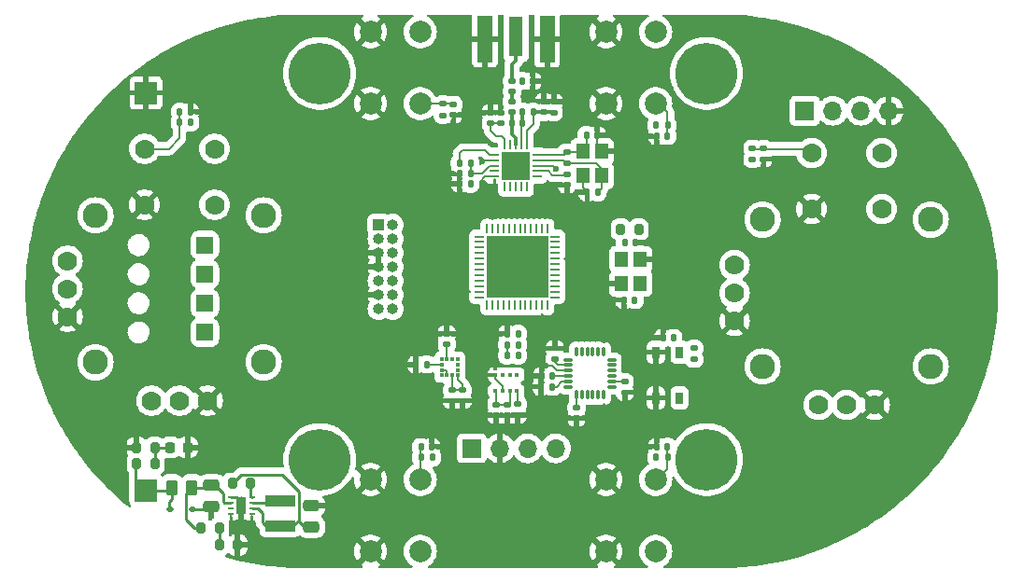
<source format=gtl>
%TF.GenerationSoftware,KiCad,Pcbnew,(7.0.0)*%
%TF.CreationDate,2023-11-05T00:37:00+05:30*%
%TF.ProjectId,Drone_Controller_2.0,44726f6e-655f-4436-9f6e-74726f6c6c65,rev?*%
%TF.SameCoordinates,Original*%
%TF.FileFunction,Copper,L1,Top*%
%TF.FilePolarity,Positive*%
%FSLAX46Y46*%
G04 Gerber Fmt 4.6, Leading zero omitted, Abs format (unit mm)*
G04 Created by KiCad (PCBNEW (7.0.0)) date 2023-11-05 00:37:00*
%MOMM*%
%LPD*%
G01*
G04 APERTURE LIST*
G04 Aperture macros list*
%AMRoundRect*
0 Rectangle with rounded corners*
0 $1 Rounding radius*
0 $2 $3 $4 $5 $6 $7 $8 $9 X,Y pos of 4 corners*
0 Add a 4 corners polygon primitive as box body*
4,1,4,$2,$3,$4,$5,$6,$7,$8,$9,$2,$3,0*
0 Add four circle primitives for the rounded corners*
1,1,$1+$1,$2,$3*
1,1,$1+$1,$4,$5*
1,1,$1+$1,$6,$7*
1,1,$1+$1,$8,$9*
0 Add four rect primitives between the rounded corners*
20,1,$1+$1,$2,$3,$4,$5,0*
20,1,$1+$1,$4,$5,$6,$7,0*
20,1,$1+$1,$6,$7,$8,$9,0*
20,1,$1+$1,$8,$9,$2,$3,0*%
G04 Aperture macros list end*
%TA.AperFunction,SMDPad,CuDef*%
%ADD10R,2.000000X2.000000*%
%TD*%
%TA.AperFunction,ComponentPad*%
%ADD11RoundRect,0.250000X-0.550000X0.550000X-0.550000X-0.550000X0.550000X-0.550000X0.550000X0.550000X0*%
%TD*%
%TA.AperFunction,ComponentPad*%
%ADD12C,5.600000*%
%TD*%
%TA.AperFunction,SMDPad,CuDef*%
%ADD13RoundRect,0.140000X0.170000X-0.140000X0.170000X0.140000X-0.170000X0.140000X-0.170000X-0.140000X0*%
%TD*%
%TA.AperFunction,SMDPad,CuDef*%
%ADD14RoundRect,0.140000X0.140000X0.170000X-0.140000X0.170000X-0.140000X-0.170000X0.140000X-0.170000X0*%
%TD*%
%TA.AperFunction,SMDPad,CuDef*%
%ADD15RoundRect,0.135000X-0.135000X-0.185000X0.135000X-0.185000X0.135000X0.185000X-0.135000X0.185000X0*%
%TD*%
%TA.AperFunction,SMDPad,CuDef*%
%ADD16RoundRect,0.140000X-0.170000X0.140000X-0.170000X-0.140000X0.170000X-0.140000X0.170000X0.140000X0*%
%TD*%
%TA.AperFunction,SMDPad,CuDef*%
%ADD17RoundRect,0.250000X-0.475000X0.250000X-0.475000X-0.250000X0.475000X-0.250000X0.475000X0.250000X0*%
%TD*%
%TA.AperFunction,SMDPad,CuDef*%
%ADD18RoundRect,0.135000X0.185000X-0.135000X0.185000X0.135000X-0.185000X0.135000X-0.185000X-0.135000X0*%
%TD*%
%TA.AperFunction,ComponentPad*%
%ADD19C,2.000000*%
%TD*%
%TA.AperFunction,ComponentPad*%
%ADD20R,1.700000X1.700000*%
%TD*%
%TA.AperFunction,ComponentPad*%
%ADD21O,1.700000X1.700000*%
%TD*%
%TA.AperFunction,SMDPad,CuDef*%
%ADD22RoundRect,0.140000X-0.140000X-0.170000X0.140000X-0.170000X0.140000X0.170000X-0.140000X0.170000X0*%
%TD*%
%TA.AperFunction,SMDPad,CuDef*%
%ADD23RoundRect,0.200000X-0.200000X-0.275000X0.200000X-0.275000X0.200000X0.275000X-0.200000X0.275000X0*%
%TD*%
%TA.AperFunction,SMDPad,CuDef*%
%ADD24RoundRect,0.062500X0.375000X0.062500X-0.375000X0.062500X-0.375000X-0.062500X0.375000X-0.062500X0*%
%TD*%
%TA.AperFunction,SMDPad,CuDef*%
%ADD25RoundRect,0.062500X0.062500X0.375000X-0.062500X0.375000X-0.062500X-0.375000X0.062500X-0.375000X0*%
%TD*%
%TA.AperFunction,SMDPad,CuDef*%
%ADD26R,5.600000X5.600000*%
%TD*%
%TA.AperFunction,SMDPad,CuDef*%
%ADD27RoundRect,0.062500X0.062500X-0.350000X0.062500X0.350000X-0.062500X0.350000X-0.062500X-0.350000X0*%
%TD*%
%TA.AperFunction,SMDPad,CuDef*%
%ADD28RoundRect,0.062500X0.350000X-0.062500X0.350000X0.062500X-0.350000X0.062500X-0.350000X-0.062500X0*%
%TD*%
%TA.AperFunction,SMDPad,CuDef*%
%ADD29R,2.500000X2.500000*%
%TD*%
%TA.AperFunction,SMDPad,CuDef*%
%ADD30RoundRect,0.135000X0.135000X0.185000X-0.135000X0.185000X-0.135000X-0.185000X0.135000X-0.185000X0*%
%TD*%
%TA.AperFunction,SMDPad,CuDef*%
%ADD31RoundRect,0.147500X0.147500X0.172500X-0.147500X0.172500X-0.147500X-0.172500X0.147500X-0.172500X0*%
%TD*%
%TA.AperFunction,SMDPad,CuDef*%
%ADD32R,1.200000X1.400000*%
%TD*%
%TA.AperFunction,SMDPad,CuDef*%
%ADD33R,0.350000X0.350000*%
%TD*%
%TA.AperFunction,SMDPad,CuDef*%
%ADD34RoundRect,0.250000X-0.262500X-0.450000X0.262500X-0.450000X0.262500X0.450000X-0.262500X0.450000X0*%
%TD*%
%TA.AperFunction,ComponentPad*%
%ADD35R,1.000000X1.000000*%
%TD*%
%TA.AperFunction,ComponentPad*%
%ADD36O,1.000000X1.000000*%
%TD*%
%TA.AperFunction,SMDPad,CuDef*%
%ADD37R,0.500000X0.250000*%
%TD*%
%TA.AperFunction,ComponentPad*%
%ADD38C,0.600000*%
%TD*%
%TA.AperFunction,SMDPad,CuDef*%
%ADD39R,0.900000X1.600000*%
%TD*%
%TA.AperFunction,SMDPad,CuDef*%
%ADD40RoundRect,0.225000X-0.225000X-0.250000X0.225000X-0.250000X0.225000X0.250000X-0.225000X0.250000X0*%
%TD*%
%TA.AperFunction,SMDPad,CuDef*%
%ADD41RoundRect,0.200000X0.200000X0.275000X-0.200000X0.275000X-0.200000X-0.275000X0.200000X-0.275000X0*%
%TD*%
%TA.AperFunction,SMDPad,CuDef*%
%ADD42R,0.650000X1.050000*%
%TD*%
%TA.AperFunction,SMDPad,CuDef*%
%ADD43RoundRect,0.112500X-0.187500X-0.112500X0.187500X-0.112500X0.187500X0.112500X-0.187500X0.112500X0*%
%TD*%
%TA.AperFunction,SMDPad,CuDef*%
%ADD44RoundRect,0.075000X-0.075000X0.350000X-0.075000X-0.350000X0.075000X-0.350000X0.075000X0.350000X0*%
%TD*%
%TA.AperFunction,SMDPad,CuDef*%
%ADD45RoundRect,0.075000X-0.350000X-0.075000X0.350000X-0.075000X0.350000X0.075000X-0.350000X0.075000X0*%
%TD*%
%TA.AperFunction,SMDPad,CuDef*%
%ADD46R,0.300000X0.350000*%
%TD*%
%TA.AperFunction,SMDPad,CuDef*%
%ADD47R,0.350000X0.300000*%
%TD*%
%TA.AperFunction,SMDPad,CuDef*%
%ADD48R,2.750000X1.000000*%
%TD*%
%TA.AperFunction,SMDPad,CuDef*%
%ADD49RoundRect,0.147500X0.172500X-0.147500X0.172500X0.147500X-0.172500X0.147500X-0.172500X-0.147500X0*%
%TD*%
%TA.AperFunction,SMDPad,CuDef*%
%ADD50R,1.270000X3.600000*%
%TD*%
%TA.AperFunction,SMDPad,CuDef*%
%ADD51R,1.350000X4.200000*%
%TD*%
%TA.AperFunction,ComponentPad*%
%ADD52C,1.778000*%
%TD*%
%TA.AperFunction,ComponentPad*%
%ADD53C,2.286000*%
%TD*%
%TA.AperFunction,SMDPad,CuDef*%
%ADD54RoundRect,0.250000X0.475000X-0.250000X0.475000X0.250000X-0.475000X0.250000X-0.475000X-0.250000X0*%
%TD*%
%TA.AperFunction,SMDPad,CuDef*%
%ADD55RoundRect,0.135000X-0.185000X0.135000X-0.185000X-0.135000X0.185000X-0.135000X0.185000X0.135000X0*%
%TD*%
%TA.AperFunction,SMDPad,CuDef*%
%ADD56RoundRect,0.147500X-0.147500X-0.172500X0.147500X-0.172500X0.147500X0.172500X-0.147500X0.172500X0*%
%TD*%
%TA.AperFunction,ViaPad*%
%ADD57C,0.600000*%
%TD*%
%TA.AperFunction,Conductor*%
%ADD58C,0.250000*%
%TD*%
%TA.AperFunction,Conductor*%
%ADD59C,0.200000*%
%TD*%
%TA.AperFunction,Conductor*%
%ADD60C,0.350000*%
%TD*%
G04 APERTURE END LIST*
D10*
%TO.P,J6,1,Pin_1*%
%TO.N,STM_VSS*%
X163575999Y-83311999D03*
%TD*%
D11*
%TO.P,J7,1,Pin_1*%
%TO.N,Motor_1*%
X168910000Y-97129600D03*
%TD*%
D12*
%TO.P,H1,1*%
%TO.N,N/C*%
X179324000Y-81534000D03*
%TD*%
D13*
%TO.P,C10,1*%
%TO.N,STM_VDD*%
X194818000Y-86075400D03*
%TO.P,C10,2*%
%TO.N,STM_VSS*%
X194818000Y-85115400D03*
%TD*%
D14*
%TO.P,C7,1*%
%TO.N,Net-(U1-DVDD)*%
X192989200Y-91592400D03*
%TO.P,C7,2*%
%TO.N,STM_VSS*%
X192029200Y-91592400D03*
%TD*%
D15*
%TO.P,R12,1*%
%TO.N,STM_VDD*%
X196287200Y-106172000D03*
%TO.P,R12,2*%
%TO.N,MPU_I2C_SCL*%
X197307200Y-106172000D03*
%TD*%
D16*
%TO.P,C6,1*%
%TO.N,J_SW2*%
X219506800Y-88365200D03*
%TO.P,C6,2*%
%TO.N,STM_VSS*%
X219506800Y-89325200D03*
%TD*%
D17*
%TO.P,C28,1*%
%TO.N,Filter_V_IN*%
X169519600Y-118938000D03*
%TO.P,C28,2*%
%TO.N,STM_VSS*%
X169519600Y-120838000D03*
%TD*%
D18*
%TO.P,R6,1*%
%TO.N,STM_VDD*%
X218541600Y-89357200D03*
%TO.P,R6,2*%
%TO.N,J_SW2*%
X218541600Y-88337200D03*
%TD*%
D15*
%TO.P,R3,1*%
%TO.N,STM_VDD*%
X209825400Y-116408200D03*
%TO.P,R3,2*%
%TO.N,SW_3*%
X210845400Y-116408200D03*
%TD*%
%TO.P,R7,1*%
%TO.N,Net-(U1-IREF)*%
X191971200Y-89712800D03*
%TO.P,R7,2*%
%TO.N,STM_VDD*%
X192991200Y-89712800D03*
%TD*%
D18*
%TO.P,R18,1*%
%TO.N,STM_VDD*%
X213250200Y-107502600D03*
%TO.P,R18,2*%
%TO.N,NRST*%
X213250200Y-106482600D03*
%TD*%
D19*
%TO.P,SW2,1,1*%
%TO.N,STM_VSS*%
X183932000Y-124916000D03*
X183932000Y-118416000D03*
%TO.P,SW2,2,2*%
%TO.N,SW_2*%
X188432000Y-124916000D03*
X188432000Y-118416000D03*
%TD*%
D11*
%TO.P,J10,1,Pin_1*%
%TO.N,Motor_4*%
X168910000Y-105054400D03*
%TD*%
%TO.P,J9,1,Pin_1*%
%TO.N,Motor_3*%
X168910000Y-102412800D03*
%TD*%
D13*
%TO.P,C19,1*%
%TO.N,STM_VDD*%
X200609200Y-107464800D03*
%TO.P,C19,2*%
%TO.N,STM_VSS*%
X200609200Y-106504800D03*
%TD*%
D16*
%TO.P,C26,1*%
%TO.N,STM_VDD*%
X192278000Y-110292000D03*
%TO.P,C26,2*%
%TO.N,STM_VSS*%
X192278000Y-111252000D03*
%TD*%
%TO.P,C22,1*%
%TO.N,STM_VDD*%
X195326000Y-111605600D03*
%TO.P,C22,2*%
%TO.N,STM_VSS*%
X195326000Y-112565600D03*
%TD*%
D12*
%TO.P,H4,1*%
%TO.N,N/C*%
X214376000Y-116586000D03*
%TD*%
D20*
%TO.P,J2,1,Pin_1*%
%TO.N,STM_VDD*%
X193100799Y-115569999D03*
D21*
%TO.P,J2,2,Pin_2*%
%TO.N,STM_VSS*%
X195640799Y-115569999D03*
%TO.P,J2,3,Pin_3*%
%TO.N,MPU_I2C_SDA*%
X198180799Y-115569999D03*
%TO.P,J2,4,Pin_4*%
%TO.N,MPU_I2C_SCL*%
X200720799Y-115569999D03*
%TD*%
D16*
%TO.P,C15,1*%
%TO.N,STM_VSS*%
X200533000Y-84130000D03*
%TO.P,C15,2*%
%TO.N,NRF_VDD_PA*%
X200533000Y-85090000D03*
%TD*%
%TO.P,C14,1*%
%TO.N,STM_VSS*%
X199593200Y-84127400D03*
%TO.P,C14,2*%
%TO.N,NRF_VDD_PA*%
X199593200Y-85087400D03*
%TD*%
D22*
%TO.P,C2,1*%
%TO.N,SW_2*%
X188496000Y-115468400D03*
%TO.P,C2,2*%
%TO.N,STM_VSS*%
X189456000Y-115468400D03*
%TD*%
D23*
%TO.P,R14,1*%
%TO.N,EN*%
X170218600Y-124358400D03*
%TO.P,R14,2*%
%TO.N,STM_VSS*%
X171868600Y-124358400D03*
%TD*%
D14*
%TO.P,C9,1*%
%TO.N,STM_VDD*%
X192989200Y-90652600D03*
%TO.P,C9,2*%
%TO.N,STM_VSS*%
X192029200Y-90652600D03*
%TD*%
%TO.P,C23,1*%
%TO.N,C1*%
X189021600Y-107952600D03*
%TO.P,C23,2*%
%TO.N,STM_VSS*%
X188061600Y-107952600D03*
%TD*%
D13*
%TO.P,C11,1*%
%TO.N,STM_VDD*%
X195757800Y-86075400D03*
%TO.P,C11,2*%
%TO.N,STM_VSS*%
X195757800Y-85115400D03*
%TD*%
D18*
%TO.P,R1,1*%
%TO.N,STM_VDD*%
X190474600Y-85346000D03*
%TO.P,R1,2*%
%TO.N,SW_1*%
X190474600Y-84326000D03*
%TD*%
D24*
%TO.P,U6,1,VBAT*%
%TO.N,STM_VDD*%
X200660000Y-101854000D03*
%TO.P,U6,2,PC13*%
%TO.N,SW_3*%
X200660000Y-101354000D03*
%TO.P,U6,3,PC14*%
%TO.N,X_2_AXIS*%
X200660000Y-100854000D03*
%TO.P,U6,4,PC15*%
%TO.N,Y_2_AXIS*%
X200660000Y-100354000D03*
%TO.P,U6,5,PH0*%
%TO.N,RCC_OSC_IN*%
X200660000Y-99854000D03*
%TO.P,U6,6,PH1*%
%TO.N,RCC_OSC_OUT*%
X200660000Y-99354000D03*
%TO.P,U6,7,NRST*%
%TO.N,NRST*%
X200660000Y-98854000D03*
%TO.P,U6,8,VSSA*%
%TO.N,STM_VSS*%
X200660000Y-98354000D03*
%TO.P,U6,9,VDDA*%
%TO.N,VDDA*%
X200660000Y-97854000D03*
%TO.P,U6,10,PA0*%
%TO.N,J_SW2*%
X200660000Y-97354000D03*
%TO.P,U6,11,PA1*%
%TO.N,SW_4*%
X200660000Y-96854000D03*
%TO.P,U6,12,PA2*%
%TO.N,USART2_TX*%
X200660000Y-96354000D03*
D25*
%TO.P,U6,13,PA3*%
%TO.N,USART2_RX*%
X199972500Y-95666500D03*
%TO.P,U6,14,PA4*%
%TO.N,NRF_IRQ*%
X199472500Y-95666500D03*
%TO.P,U6,15,PA5*%
%TO.N,NRF_SCK*%
X198972500Y-95666500D03*
%TO.P,U6,16,PA6*%
%TO.N,NRF_MOSI*%
X198472500Y-95666500D03*
%TO.P,U6,17,PA7*%
%TO.N,NRF_MISO*%
X197972500Y-95666500D03*
%TO.P,U6,18,PB0*%
%TO.N,NRF_!CS*%
X197472500Y-95666500D03*
%TO.P,U6,19,PB1*%
%TO.N,NRF_CE*%
X196972500Y-95666500D03*
%TO.P,U6,20,PB2*%
%TO.N,unconnected-(U6-PB2-Pad20)*%
X196472500Y-95666500D03*
%TO.P,U6,21,PB10*%
%TO.N,SW_1*%
X195972500Y-95666500D03*
%TO.P,U6,22,VCAP1*%
%TO.N,Net-(U6-VCAP1)*%
X195472500Y-95666500D03*
%TO.P,U6,23,VSS*%
%TO.N,STM_VSS*%
X194972500Y-95666500D03*
%TO.P,U6,24,VDD*%
%TO.N,STM_VDD*%
X194472500Y-95666500D03*
D24*
%TO.P,U6,25,PB12*%
%TO.N,J_SW1*%
X193785000Y-96354000D03*
%TO.P,U6,26,PB13*%
%TO.N,Y_1_AXIS*%
X193785000Y-96854000D03*
%TO.P,U6,27,PB14*%
X193785000Y-97354000D03*
%TO.P,U6,28,PB15*%
%TO.N,V_IN_Sense*%
X193785000Y-97854000D03*
%TO.P,U6,29,PA8*%
%TO.N,Motor_1*%
X193785000Y-98354000D03*
%TO.P,U6,30,PA9*%
%TO.N,Motor_2*%
X193785000Y-98854000D03*
%TO.P,U6,31,PA10*%
%TO.N,Motor_3*%
X193785000Y-99354000D03*
%TO.P,U6,32,PA11*%
%TO.N,Motor_4*%
X193785000Y-99854000D03*
%TO.P,U6,33,PA12*%
%TO.N,SW_2*%
X193785000Y-100354000D03*
%TO.P,U6,34,PA13*%
%TO.N,SWDIO*%
X193785000Y-100854000D03*
%TO.P,U6,35,VSS*%
%TO.N,STM_VSS*%
X193785000Y-101354000D03*
%TO.P,U6,36,VDD*%
%TO.N,STM_VDD*%
X193785000Y-101854000D03*
D25*
%TO.P,U6,37,PA14*%
%TO.N,SWCLK*%
X194472500Y-102541500D03*
%TO.P,U6,38,PA15*%
%TO.N,INT{slash}DRDY*%
X194972500Y-102541500D03*
%TO.P,U6,39,PB3*%
%TO.N,DPS_INT*%
X195472500Y-102541500D03*
%TO.P,U6,40,PB4*%
%TO.N,MPU_INT*%
X195972500Y-102541500D03*
%TO.P,U6,41,PB5*%
%TO.N,FSYNC*%
X196472500Y-102541500D03*
%TO.P,U6,42,PB6*%
%TO.N,USART1_TX*%
X196972500Y-102541500D03*
%TO.P,U6,43,PB7*%
%TO.N,USART1_RX*%
X197472500Y-102541500D03*
%TO.P,U6,44,BOOT0*%
%TO.N,Net-(U6-BOOT0)*%
X197972500Y-102541500D03*
%TO.P,U6,45,PB8*%
%TO.N,MPU_I2C_SCL*%
X198472500Y-102541500D03*
%TO.P,U6,46,PB9*%
%TO.N,MPU_I2C_SDA*%
X198972500Y-102541500D03*
%TO.P,U6,47,VSS*%
%TO.N,STM_VSS*%
X199472500Y-102541500D03*
%TO.P,U6,48,VDD*%
%TO.N,STM_VDD*%
X199972500Y-102541500D03*
D26*
%TO.P,U6,49,VSS*%
%TO.N,STM_VSS*%
X197222499Y-99103999D03*
%TD*%
D27*
%TO.P,U1,1,CE*%
%TO.N,NRF_CE*%
X196104000Y-91853500D03*
%TO.P,U1,2,CSN*%
%TO.N,NRF_!CS*%
X196604000Y-91853500D03*
%TO.P,U1,3,SCK*%
%TO.N,NRF_SCK*%
X197104000Y-91853500D03*
%TO.P,U1,4,MOSI*%
%TO.N,NRF_MOSI*%
X197604000Y-91853500D03*
%TO.P,U1,5,MISO*%
%TO.N,NRF_MISO*%
X198104000Y-91853500D03*
D28*
%TO.P,U1,6,IRQ*%
%TO.N,NRF_IRQ*%
X199041500Y-90916000D03*
%TO.P,U1,7,VDD*%
%TO.N,STM_VDD*%
X199041500Y-90416000D03*
%TO.P,U1,8,VSS*%
%TO.N,STM_VSS*%
X199041500Y-89916000D03*
%TO.P,U1,9,XC2*%
%TO.N,NRF_XC2*%
X199041500Y-89416000D03*
%TO.P,U1,10,XC1*%
%TO.N,NRF_XC1*%
X199041500Y-88916000D03*
D27*
%TO.P,U1,11,VDD_PA*%
%TO.N,NRF_VDD_PA*%
X198104000Y-87978500D03*
%TO.P,U1,12,ANT1*%
%TO.N,NRF_ANT1*%
X197604000Y-87978500D03*
%TO.P,U1,13,ANT2*%
%TO.N,NRF_ANT2*%
X197104000Y-87978500D03*
%TO.P,U1,14,VSS*%
%TO.N,STM_VSS*%
X196604000Y-87978500D03*
%TO.P,U1,15,VDD*%
%TO.N,STM_VDD*%
X196104000Y-87978500D03*
D28*
%TO.P,U1,16,IREF*%
%TO.N,Net-(U1-IREF)*%
X195166500Y-88916000D03*
%TO.P,U1,17,VSS*%
%TO.N,STM_VSS*%
X195166500Y-89416000D03*
%TO.P,U1,18,VDD*%
%TO.N,STM_VDD*%
X195166500Y-89916000D03*
%TO.P,U1,19,DVDD*%
%TO.N,Net-(U1-DVDD)*%
X195166500Y-90416000D03*
%TO.P,U1,20,VSS*%
%TO.N,STM_VSS*%
X195166500Y-90916000D03*
D29*
%TO.P,U1,21*%
%TO.N,N/C*%
X197103999Y-89915999D03*
%TD*%
D30*
%TO.P,R5,1*%
%TO.N,STM_VDD*%
X167618600Y-85979000D03*
%TO.P,R5,2*%
%TO.N,J_SW1*%
X166598600Y-85979000D03*
%TD*%
D22*
%TO.P,C39,1*%
%TO.N,RCC_OSC_OUT*%
X206964400Y-96926400D03*
%TO.P,C39,2*%
%TO.N,STM_VSS*%
X207924400Y-96926400D03*
%TD*%
D14*
%TO.P,C3,1*%
%TO.N,SW_3*%
X210842800Y-115443000D03*
%TO.P,C3,2*%
%TO.N,STM_VSS*%
X209882800Y-115443000D03*
%TD*%
D31*
%TO.P,L3,1*%
%TO.N,NRF_VDD_PA*%
X198655800Y-85039200D03*
%TO.P,L3,2*%
%TO.N,NRF_ANT1*%
X197685800Y-85039200D03*
%TD*%
D14*
%TO.P,C17,1*%
%TO.N,STM_VSS*%
X198625400Y-82245200D03*
%TO.P,C17,2*%
%TO.N,Net-(J3-In)*%
X197665400Y-82245200D03*
%TD*%
D16*
%TO.P,C1,1*%
%TO.N,SW_1*%
X191414400Y-84356000D03*
%TO.P,C1,2*%
%TO.N,STM_VSS*%
X191414400Y-85316000D03*
%TD*%
D32*
%TO.P,Y2,1,1*%
%TO.N,RCC_OSC_IN*%
X208361399Y-100624999D03*
%TO.P,Y2,2,2*%
%TO.N,STM_VSS*%
X208361399Y-98424999D03*
%TO.P,Y2,3,3*%
%TO.N,RCC_OSC_OUT*%
X206661399Y-98424999D03*
%TO.P,Y2,4,4*%
%TO.N,STM_VSS*%
X206661399Y-100624999D03*
%TD*%
D19*
%TO.P,SW4,1,1*%
%TO.N,STM_VSS*%
X205268000Y-84276000D03*
X205268000Y-77776000D03*
%TO.P,SW4,2,2*%
%TO.N,SW_4*%
X209768000Y-84276000D03*
X209768000Y-77776000D03*
%TD*%
D33*
%TO.P,IC2,1,GND_1*%
%TO.N,STM_VSS*%
X195239999Y-108899399D03*
%TO.P,IC2,2,CSB*%
%TO.N,unconnected-(IC2-CSB-Pad2)*%
X195889999Y-108899399D03*
%TO.P,IC2,3,SDI*%
%TO.N,MPU_I2C_SDA*%
X196539999Y-108899399D03*
%TO.P,IC2,4,SCK*%
%TO.N,MPU_I2C_SCL*%
X197189999Y-108899399D03*
%TO.P,IC2,5,SDO*%
%TO.N,DPS_INT*%
X197189999Y-110349399D03*
%TO.P,IC2,6,VDDIO*%
%TO.N,STM_VDD*%
X196539999Y-110349399D03*
%TO.P,IC2,7,GND_2*%
%TO.N,STM_VSS*%
X195889999Y-110349399D03*
%TO.P,IC2,8,VDD*%
%TO.N,STM_VDD*%
X195239999Y-110349399D03*
%TD*%
D15*
%TO.P,R4,1*%
%TO.N,STM_VDD*%
X209825400Y-86258400D03*
%TO.P,R4,2*%
%TO.N,SW_4*%
X210845400Y-86258400D03*
%TD*%
D34*
%TO.P,FB1,1*%
%TO.N,V_IN*%
X165916600Y-119126000D03*
%TO.P,FB1,2*%
%TO.N,Filter_V_IN*%
X167741600Y-119126000D03*
%TD*%
D30*
%TO.P,R9,1*%
%TO.N,FSYNC*%
X200406000Y-109982000D03*
%TO.P,R9,2*%
%TO.N,STM_VSS*%
X199386000Y-109982000D03*
%TD*%
%TO.P,R2,1*%
%TO.N,STM_VDD*%
X189513400Y-116408200D03*
%TO.P,R2,2*%
%TO.N,SW_2*%
X188493400Y-116408200D03*
%TD*%
D35*
%TO.P,J4,1,NC*%
%TO.N,unconnected-(J4-NC-Pad1)*%
X184657999Y-95300799D03*
D36*
%TO.P,J4,2,NC*%
%TO.N,unconnected-(J4-NC-Pad2)*%
X185927999Y-95300799D03*
%TO.P,J4,3,VCC*%
%TO.N,STM_VDD*%
X184657999Y-96570799D03*
%TO.P,J4,4,JTMS/SWDIO*%
%TO.N,SWDIO*%
X185927999Y-96570799D03*
%TO.P,J4,5,GND*%
%TO.N,STM_VSS*%
X184657999Y-97840799D03*
%TO.P,J4,6,JCLK/SWCLK*%
%TO.N,SWCLK*%
X185927999Y-97840799D03*
%TO.P,J4,7,GND*%
%TO.N,STM_VSS*%
X184657999Y-99110799D03*
%TO.P,J4,8,JTDO/SWO*%
%TO.N,unconnected-(J4-JTDO{slash}SWO-Pad8)*%
X185927999Y-99110799D03*
%TO.P,J4,9,JRCLK/NC*%
%TO.N,unconnected-(J4-JRCLK{slash}NC-Pad9)*%
X184657999Y-100380799D03*
%TO.P,J4,10,JTDI/NC*%
%TO.N,unconnected-(J4-JTDI{slash}NC-Pad10)*%
X185927999Y-100380799D03*
%TO.P,J4,11,GNDDetect*%
%TO.N,STM_VSS*%
X184657999Y-101650799D03*
%TO.P,J4,12,~{RST}*%
%TO.N,NRST*%
X185927999Y-101650799D03*
%TO.P,J4,13,VCP_RX*%
%TO.N,USART1_RX*%
X184657999Y-102920799D03*
%TO.P,J4,14,VCP_TX*%
%TO.N,USART1_TX*%
X185927999Y-102920799D03*
%TD*%
D13*
%TO.P,C24,1*%
%TO.N,STM_VDD*%
X190830200Y-106118600D03*
%TO.P,C24,2*%
%TO.N,STM_VSS*%
X190830200Y-105158600D03*
%TD*%
D23*
%TO.P,R15,1*%
%TO.N,V_IN*%
X162725600Y-116992400D03*
%TO.P,R15,2*%
%TO.N,V_IN_Sense*%
X164375600Y-116992400D03*
%TD*%
D37*
%TO.P,U7,1,PGND*%
%TO.N,STM_VSS*%
X171277199Y-120013599D03*
%TO.P,U7,2,VIN*%
%TO.N,Filter_V_IN*%
X171277199Y-120513599D03*
%TO.P,U7,3,EN*%
%TO.N,EN*%
X171277199Y-121013599D03*
%TO.P,U7,4,AGND*%
%TO.N,STM_VSS*%
X171277199Y-121513599D03*
%TO.P,U7,5,FB*%
X173177199Y-121513599D03*
%TO.P,U7,6,VOS*%
%TO.N,STM_VDD*%
X173177199Y-121013599D03*
%TO.P,U7,7,SW*%
%TO.N,Net-(U7-SW)*%
X173177199Y-120513599D03*
%TO.P,U7,8,PG*%
%TO.N,PG*%
X173177199Y-120013599D03*
D38*
%TO.P,U7,9,PAD*%
%TO.N,STM_VSS*%
X172227200Y-120263600D03*
D39*
X172227199Y-120763599D03*
D38*
X172227200Y-121263600D03*
%TD*%
D14*
%TO.P,C13,1*%
%TO.N,NRF_XC2*%
X204520800Y-92354400D03*
%TO.P,C13,2*%
%TO.N,STM_VSS*%
X203560800Y-92354400D03*
%TD*%
D40*
%TO.P,C29,1*%
%TO.N,V_IN_Sense*%
X165798200Y-115493800D03*
%TO.P,C29,2*%
%TO.N,STM_VSS*%
X167348200Y-115493800D03*
%TD*%
D41*
%TO.P,FB2,1*%
%TO.N,STM_VDD*%
X208246600Y-95707200D03*
%TO.P,FB2,2*%
%TO.N,VDDA*%
X206596600Y-95707200D03*
%TD*%
D42*
%TO.P,SW5,1,1*%
%TO.N,STM_VSS*%
X209787599Y-110997999D03*
X209787599Y-106847999D03*
%TO.P,SW5,2,2*%
%TO.N,NRST*%
X211937599Y-110997999D03*
X211937599Y-106847999D03*
%TD*%
D16*
%TO.P,C25,1*%
%TO.N,STM_VDD*%
X191312800Y-110292000D03*
%TO.P,C25,2*%
%TO.N,STM_VSS*%
X191312800Y-111252000D03*
%TD*%
D43*
%TO.P,D1,1,A1*%
%TO.N,V_IN*%
X165726400Y-121107200D03*
%TO.P,D1,2,A2*%
%TO.N,STM_VSS*%
X167826400Y-121107200D03*
%TD*%
D44*
%TO.P,U2,1,CLKIN*%
%TO.N,STM_VSS*%
X205065400Y-106827400D03*
%TO.P,U2,2,NC*%
%TO.N,unconnected-(U2-NC-Pad2)*%
X204565400Y-106827400D03*
%TO.P,U2,3,NC*%
%TO.N,unconnected-(U2-NC-Pad3)*%
X204065400Y-106827400D03*
%TO.P,U2,4,NC*%
%TO.N,unconnected-(U2-NC-Pad4)*%
X203565400Y-106827400D03*
%TO.P,U2,5,NC*%
%TO.N,unconnected-(U2-NC-Pad5)*%
X203065400Y-106827400D03*
%TO.P,U2,6,AUX_DA*%
%TO.N,AUX_DA*%
X202565400Y-106827400D03*
D45*
%TO.P,U2,7,AUX_CL*%
%TO.N,AUX_CL*%
X201865400Y-107527400D03*
%TO.P,U2,8,VLOGIC*%
%TO.N,STM_VDD*%
X201865400Y-108027400D03*
%TO.P,U2,9,AD0*%
%TO.N,STM_VSS*%
X201865400Y-108527400D03*
%TO.P,U2,10,REGOUT*%
%TO.N,Net-(U2-REGOUT)*%
X201865400Y-109027400D03*
%TO.P,U2,11,FSYNC*%
%TO.N,FSYNC*%
X201865400Y-109527400D03*
%TO.P,U2,12,INT*%
%TO.N,MPU_INT*%
X201865400Y-110027400D03*
D44*
%TO.P,U2,13,VDD*%
%TO.N,STM_VDD*%
X202565400Y-110727400D03*
%TO.P,U2,14,NC*%
%TO.N,unconnected-(U2-NC-Pad14)*%
X203065400Y-110727400D03*
%TO.P,U2,15,NC*%
%TO.N,unconnected-(U2-NC-Pad15)*%
X203565400Y-110727400D03*
%TO.P,U2,16,NC*%
%TO.N,unconnected-(U2-NC-Pad16)*%
X204065400Y-110727400D03*
%TO.P,U2,17,NC*%
%TO.N,unconnected-(U2-NC-Pad17)*%
X204565400Y-110727400D03*
%TO.P,U2,18,GND*%
%TO.N,STM_VSS*%
X205065400Y-110727400D03*
D45*
%TO.P,U2,19,RESV*%
%TO.N,unconnected-(U2-RESV-Pad19)*%
X205765400Y-110027400D03*
%TO.P,U2,20,CPOUT*%
%TO.N,Net-(U2-CPOUT)*%
X205765400Y-109527400D03*
%TO.P,U2,21,RESV*%
%TO.N,unconnected-(U2-RESV-Pad21)*%
X205765400Y-109027400D03*
%TO.P,U2,22,RESV*%
%TO.N,unconnected-(U2-RESV-Pad22)*%
X205765400Y-108527400D03*
%TO.P,U2,23,SCL*%
%TO.N,MPU_I2C_SCL*%
X205765400Y-108027400D03*
%TO.P,U2,24,SDA*%
%TO.N,MPU_I2C_SDA*%
X205765400Y-107527400D03*
%TD*%
D14*
%TO.P,C21,1*%
%TO.N,Net-(U2-REGOUT)*%
X200399400Y-109042200D03*
%TO.P,C21,2*%
%TO.N,STM_VSS*%
X199439400Y-109042200D03*
%TD*%
D13*
%TO.P,C16,1*%
%TO.N,Net-(C16-Pad1)*%
X196748400Y-83179800D03*
%TO.P,C16,2*%
%TO.N,Net-(J3-In)*%
X196748400Y-82219800D03*
%TD*%
D46*
%TO.P,U5,1,SCL/SPC*%
%TO.N,MPU_I2C_SCL*%
X191859599Y-107456599D03*
%TO.P,U5,2,NC_1*%
%TO.N,unconnected-(U5-NC_1-Pad2)*%
X191359599Y-107456599D03*
%TO.P,U5,3,CS*%
%TO.N,STM_VDD*%
X190859599Y-107456599D03*
%TO.P,U5,4,SDA/SDI/SDO*%
%TO.N,MPU_I2C_SDA*%
X190359599Y-107456599D03*
D47*
%TO.P,U5,5,C1*%
%TO.N,C1*%
X190359599Y-107956599D03*
%TO.P,U5,6,GND_1*%
%TO.N,STM_VSS*%
X190359599Y-108456599D03*
D46*
%TO.P,U5,7,INT/DRDY*%
%TO.N,INT{slash}DRDY*%
X190359599Y-108956599D03*
%TO.P,U5,8,GND_2*%
%TO.N,STM_VSS*%
X190859599Y-108956599D03*
%TO.P,U5,9,VDD*%
%TO.N,STM_VDD*%
X191359599Y-108956599D03*
%TO.P,U5,10,VDD_IO*%
X191859599Y-108956599D03*
D47*
%TO.P,U5,11,NC_2*%
%TO.N,unconnected-(U5-NC_2-Pad11)*%
X191859599Y-108456599D03*
%TO.P,U5,12,NC_3*%
%TO.N,unconnected-(U5-NC_3-Pad12)*%
X191859599Y-107956599D03*
%TD*%
D12*
%TO.P,H2,1*%
%TO.N,N/C*%
X214376000Y-81534000D03*
%TD*%
D32*
%TO.P,Y1,1,1*%
%TO.N,NRF_XC1*%
X203165399Y-88638199D03*
%TO.P,Y1,2,2*%
%TO.N,STM_VSS*%
X203165399Y-90838199D03*
%TO.P,Y1,3,3*%
%TO.N,NRF_XC2*%
X204865399Y-90838199D03*
%TO.P,Y1,4,4*%
%TO.N,STM_VSS*%
X204865399Y-88638199D03*
%TD*%
D14*
%TO.P,C37,1*%
%TO.N,NRST*%
X211393400Y-105570200D03*
%TO.P,C37,2*%
%TO.N,STM_VSS*%
X210433400Y-105570200D03*
%TD*%
%TO.P,C4,1*%
%TO.N,SW_4*%
X210840200Y-87223600D03*
%TO.P,C4,2*%
%TO.N,STM_VSS*%
X209880200Y-87223600D03*
%TD*%
D16*
%TO.P,C18,1*%
%TO.N,STM_VDD*%
X202590400Y-111892200D03*
%TO.P,C18,2*%
%TO.N,STM_VSS*%
X202590400Y-112852200D03*
%TD*%
D14*
%TO.P,C38,1*%
%TO.N,RCC_OSC_IN*%
X207873600Y-102108000D03*
%TO.P,C38,2*%
%TO.N,STM_VSS*%
X206913600Y-102108000D03*
%TD*%
D16*
%TO.P,C20,1*%
%TO.N,Net-(U2-CPOUT)*%
X206959200Y-109530000D03*
%TO.P,C20,2*%
%TO.N,STM_VSS*%
X206959200Y-110490000D03*
%TD*%
D22*
%TO.P,C12,1*%
%TO.N,NRF_XC1*%
X203484600Y-87147400D03*
%TO.P,C12,2*%
%TO.N,STM_VSS*%
X204444600Y-87147400D03*
%TD*%
D48*
%TO.P,L4,1,1*%
%TO.N,Net-(U7-SW)*%
X175742599Y-120312799D03*
%TO.P,L4,2,2*%
%TO.N,STM_VDD*%
X175742599Y-122612799D03*
%TD*%
D23*
%TO.P,R17,1*%
%TO.N,STM_VDD*%
X171400200Y-118745000D03*
%TO.P,R17,2*%
%TO.N,PG*%
X173050200Y-118745000D03*
%TD*%
D12*
%TO.P,H3,1*%
%TO.N,N/C*%
X179324000Y-116586000D03*
%TD*%
D49*
%TO.P,L2,1*%
%TO.N,NRF_ANT2*%
X196748400Y-85064600D03*
%TO.P,L2,2*%
%TO.N,Net-(C16-Pad1)*%
X196748400Y-84094600D03*
%TD*%
D50*
%TO.P,J3,1,In*%
%TO.N,Net-(J3-In)*%
X197103999Y-78206599D03*
D51*
%TO.P,J3,2,Ext*%
%TO.N,STM_VSS*%
X199928999Y-78406599D03*
X194278999Y-78406599D03*
%TD*%
D52*
%TO.P,U3,B1A,SEL+*%
%TO.N,J_SW1*%
X163449000Y-88392000D03*
%TO.P,U3,B1B*%
%TO.N,N/C*%
X169799000Y-88392000D03*
%TO.P,U3,B2A,SEL-*%
%TO.N,STM_VSS*%
X163449000Y-93472000D03*
%TO.P,U3,B2B*%
%TO.N,N/C*%
X169799000Y-93472000D03*
%TO.P,U3,H1,H+*%
%TO.N,STM_VDD*%
X164084000Y-111252000D03*
%TO.P,U3,H2,H*%
%TO.N,X_1_AXIS*%
X166624000Y-111252000D03*
%TO.P,U3,H3,H-*%
%TO.N,STM_VSS*%
X169164000Y-111252000D03*
D53*
%TO.P,U3,S1,SHIELD*%
%TO.N,unconnected-(U3-SHIELD-PadS1)*%
X159004000Y-94424500D03*
%TO.P,U3,S2,SHIELD__1*%
%TO.N,unconnected-(U3-SHIELD__1-PadS2)*%
X159004000Y-107759500D03*
%TO.P,U3,S3,SHIELD__2*%
%TO.N,unconnected-(U3-SHIELD__2-PadS3)*%
X174244000Y-107759500D03*
%TO.P,U3,S4,SHIELD__3*%
%TO.N,unconnected-(U3-SHIELD__3-PadS4)*%
X174244000Y-94424500D03*
D52*
%TO.P,U3,V1,V+*%
%TO.N,STM_VDD*%
X156464000Y-98552000D03*
%TO.P,U3,V2,V*%
%TO.N,Y_1_AXIS*%
X156464000Y-101092000D03*
%TO.P,U3,V3,V-*%
%TO.N,STM_VSS*%
X156464000Y-103632000D03*
%TD*%
D54*
%TO.P,C30,1*%
%TO.N,STM_VDD*%
X178562000Y-122702400D03*
%TO.P,C30,2*%
%TO.N,STM_VSS*%
X178562000Y-120802400D03*
%TD*%
D22*
%TO.P,C5,1*%
%TO.N,J_SW1*%
X166629200Y-85039200D03*
%TO.P,C5,2*%
%TO.N,STM_VSS*%
X167589200Y-85039200D03*
%TD*%
D16*
%TO.P,C27,1*%
%TO.N,STM_VDD*%
X196291200Y-111608200D03*
%TO.P,C27,2*%
%TO.N,STM_VSS*%
X196291200Y-112568200D03*
%TD*%
D19*
%TO.P,SW3,1,1*%
%TO.N,STM_VSS*%
X205268000Y-124916000D03*
X205268000Y-118416000D03*
%TO.P,SW3,2,2*%
%TO.N,SW_3*%
X209768000Y-124916000D03*
X209768000Y-118416000D03*
%TD*%
D10*
%TO.P,J5,1,Pin_1*%
%TO.N,V_IN*%
X163575999Y-119379999D03*
%TD*%
D11*
%TO.P,J8,1,Pin_1*%
%TO.N,Motor_2*%
X168910000Y-99771200D03*
%TD*%
D18*
%TO.P,R10,1*%
%TO.N,STM_VSS*%
X197256400Y-112574800D03*
%TO.P,R10,2*%
%TO.N,DPS_INT*%
X197256400Y-111554800D03*
%TD*%
D23*
%TO.P,R13,1*%
%TO.N,Filter_V_IN*%
X168555400Y-122834400D03*
%TO.P,R13,2*%
%TO.N,EN*%
X170205400Y-122834400D03*
%TD*%
D41*
%TO.P,R16,1*%
%TO.N,V_IN_Sense*%
X164387800Y-115493800D03*
%TO.P,R16,2*%
%TO.N,STM_VSS*%
X162737800Y-115493800D03*
%TD*%
D55*
%TO.P,R8,1*%
%TO.N,NRF_XC1*%
X201704000Y-88694800D03*
%TO.P,R8,2*%
%TO.N,NRF_XC2*%
X201704000Y-89714800D03*
%TD*%
D52*
%TO.P,U4,B1A,SEL+*%
%TO.N,J_SW2*%
X223901000Y-88773000D03*
%TO.P,U4,B1B*%
%TO.N,N/C*%
X230251000Y-88773000D03*
%TO.P,U4,B2A,SEL-*%
%TO.N,STM_VSS*%
X223901000Y-93853000D03*
%TO.P,U4,B2B*%
%TO.N,N/C*%
X230251000Y-93853000D03*
%TO.P,U4,H1,H+*%
%TO.N,STM_VDD*%
X224536000Y-111633000D03*
%TO.P,U4,H2,H*%
%TO.N,X_2_AXIS*%
X227076000Y-111633000D03*
%TO.P,U4,H3,H-*%
%TO.N,STM_VSS*%
X229616000Y-111633000D03*
D53*
%TO.P,U4,S1,SHIELD*%
%TO.N,unconnected-(U4-SHIELD-PadS1)*%
X219456000Y-94805500D03*
%TO.P,U4,S2,SHIELD__1*%
%TO.N,unconnected-(U4-SHIELD__1-PadS2)*%
X219456000Y-108140500D03*
%TO.P,U4,S3,SHIELD__2*%
%TO.N,unconnected-(U4-SHIELD__2-PadS3)*%
X234696000Y-108140500D03*
%TO.P,U4,S4,SHIELD__3*%
%TO.N,unconnected-(U4-SHIELD__3-PadS4)*%
X234696000Y-94805500D03*
D52*
%TO.P,U4,V1,V+*%
%TO.N,STM_VDD*%
X216916000Y-98933000D03*
%TO.P,U4,V2,V*%
%TO.N,Y_2_AXIS*%
X216916000Y-101473000D03*
%TO.P,U4,V3,V-*%
%TO.N,STM_VSS*%
X216916000Y-104013000D03*
%TD*%
D15*
%TO.P,R19,1*%
%TO.N,STM_VSS*%
X196287200Y-105206800D03*
%TO.P,R19,2*%
%TO.N,Net-(U6-BOOT0)*%
X197307200Y-105206800D03*
%TD*%
D19*
%TO.P,SW1,1,1*%
%TO.N,STM_VSS*%
X183932000Y-84276000D03*
X183932000Y-77776000D03*
%TO.P,SW1,2,2*%
%TO.N,SW_1*%
X188432000Y-84276000D03*
X188432000Y-77776000D03*
%TD*%
D56*
%TO.P,L1,1*%
%TO.N,NRF_ANT2*%
X196720600Y-86029800D03*
%TO.P,L1,2*%
%TO.N,NRF_ANT1*%
X197690600Y-86029800D03*
%TD*%
D16*
%TO.P,C8,1*%
%TO.N,STM_VDD*%
X201704000Y-90683200D03*
%TO.P,C8,2*%
%TO.N,STM_VSS*%
X201704000Y-91643200D03*
%TD*%
D20*
%TO.P,J1,1,Pin_1*%
%TO.N,STM_VDD*%
X223275999Y-84937599D03*
D21*
%TO.P,J1,2,Pin_2*%
%TO.N,USART2_TX*%
X225815999Y-84937599D03*
%TO.P,J1,3,Pin_3*%
%TO.N,USART2_RX*%
X228355999Y-84937599D03*
%TO.P,J1,4,Pin_4*%
%TO.N,STM_VSS*%
X230895999Y-84937599D03*
%TD*%
D15*
%TO.P,R11,1*%
%TO.N,STM_VDD*%
X196287200Y-107137200D03*
%TO.P,R11,2*%
%TO.N,MPU_I2C_SDA*%
X197307200Y-107137200D03*
%TD*%
D57*
%TO.N,STM_VSS*%
X199796400Y-108051600D03*
X194056000Y-89560400D03*
X200710800Y-90170000D03*
%TD*%
D58*
%TO.N,STM_VDD*%
X177947400Y-122702400D02*
X178562000Y-122702400D01*
X177442600Y-122197600D02*
X177947400Y-122702400D01*
X177442600Y-122074200D02*
X177442600Y-122197600D01*
X177442600Y-119487800D02*
X177442600Y-122074200D01*
X177442600Y-122074200D02*
X176904000Y-122612800D01*
X176904000Y-122612800D02*
X175742600Y-122612800D01*
X175899800Y-117945000D02*
X177442600Y-119487800D01*
X171400200Y-118745000D02*
X172200200Y-117945000D01*
X172200200Y-117945000D02*
X175899800Y-117945000D01*
%TO.N,PG*%
X173050200Y-118745000D02*
X173050200Y-119886600D01*
X173050200Y-119886600D02*
X173177200Y-120013600D01*
D59*
%TO.N,SW_1*%
X191334400Y-84276000D02*
X191414400Y-84356000D01*
X188432000Y-84276000D02*
X191334400Y-84276000D01*
%TO.N,SW_2*%
X188432000Y-115532400D02*
X188496000Y-115468400D01*
X188432000Y-118416000D02*
X188432000Y-115532400D01*
%TO.N,SW_3*%
X210820000Y-115465800D02*
X210842800Y-115443000D01*
X209853600Y-118416000D02*
X210820000Y-117449600D01*
X210820000Y-117449600D02*
X210820000Y-115465800D01*
X209768000Y-118416000D02*
X209853600Y-118416000D01*
%TO.N,SW_4*%
X210056800Y-84276000D02*
X210840200Y-85059400D01*
X210840200Y-85059400D02*
X210840200Y-87223600D01*
X209768000Y-84276000D02*
X210056800Y-84276000D01*
%TO.N,J_SW1*%
X166629200Y-87421600D02*
X166629200Y-85039200D01*
X165658800Y-88392000D02*
X166629200Y-87421600D01*
X163449000Y-88392000D02*
X165658800Y-88392000D01*
%TO.N,J_SW2*%
X223520000Y-88392000D02*
X218596400Y-88392000D01*
X218596400Y-88392000D02*
X218541600Y-88337200D01*
X223901000Y-88773000D02*
X223520000Y-88392000D01*
%TO.N,DPS_INT*%
X197256400Y-110415800D02*
X197190000Y-110349400D01*
X197256400Y-111603600D02*
X197256400Y-110415800D01*
%TO.N,NRF_XC1*%
X201704000Y-88694800D02*
X203108800Y-88694800D01*
X203484600Y-88319000D02*
X203165400Y-88638200D01*
X201482800Y-88916000D02*
X201704000Y-88694800D01*
X199041500Y-88916000D02*
X201482800Y-88916000D01*
X203484600Y-87147400D02*
X203484600Y-88319000D01*
X203108800Y-88694800D02*
X203165400Y-88638200D01*
%TO.N,NRF_XC2*%
X201405200Y-89416000D02*
X201704000Y-89714800D01*
X204520800Y-92354400D02*
X204876400Y-91998800D01*
X204876400Y-91998800D02*
X204876400Y-90849200D01*
X201704000Y-89714800D02*
X203807600Y-89714800D01*
X204876400Y-90849200D02*
X204865400Y-90838200D01*
X203809600Y-89712800D02*
X204368400Y-89712800D01*
X199041500Y-89416000D02*
X201405200Y-89416000D01*
X204865400Y-90209800D02*
X204865400Y-90838200D01*
X204368400Y-89712800D02*
X204865400Y-90209800D01*
X203807600Y-89714800D02*
X203809600Y-89712800D01*
D60*
%TO.N,NRF_VDD_PA*%
X198655800Y-85039200D02*
X199545000Y-85039200D01*
D59*
X198655800Y-86179800D02*
X198655800Y-85039200D01*
D60*
X200530400Y-85087400D02*
X200533000Y-85090000D01*
D59*
X198104000Y-87978500D02*
X198104000Y-86731600D01*
X198104000Y-86731600D02*
X198655800Y-86179800D01*
D60*
X199545000Y-85039200D02*
X199593200Y-85087400D01*
X199593200Y-85087400D02*
X200530400Y-85087400D01*
%TO.N,Net-(C16-Pad1)*%
X196748400Y-84094600D02*
X196748400Y-83179800D01*
%TO.N,Net-(J3-In)*%
X197104000Y-80365600D02*
X197104000Y-78206600D01*
X196748400Y-82219800D02*
X196748400Y-80721200D01*
X196748400Y-80721200D02*
X197104000Y-80365600D01*
D59*
%TO.N,Net-(U2-CPOUT)*%
X205765400Y-109527400D02*
X206956600Y-109527400D01*
X206956600Y-109527400D02*
X206959200Y-109530000D01*
%TO.N,Net-(U2-REGOUT)*%
X200414200Y-109027400D02*
X200399400Y-109042200D01*
X201865400Y-109027400D02*
X200414200Y-109027400D01*
%TO.N,C1*%
X190355600Y-107952600D02*
X190359600Y-107956600D01*
X189021600Y-107952600D02*
X190355600Y-107952600D01*
D60*
%TO.N,NRF_ANT1*%
X197685800Y-86025000D02*
X197690600Y-86029800D01*
D59*
X197604000Y-87978500D02*
X197604000Y-86116400D01*
X197604000Y-86116400D02*
X197690600Y-86029800D01*
D60*
X197685800Y-85039200D02*
X197685800Y-86025000D01*
%TO.N,NRF_ANT2*%
X196720600Y-85092400D02*
X196748400Y-85064600D01*
X196720600Y-87063882D02*
X196720600Y-86029800D01*
X196720600Y-86029800D02*
X196720600Y-85092400D01*
X197104000Y-87978500D02*
X197104000Y-87447282D01*
X197104000Y-87447282D02*
X196720600Y-87063882D01*
D59*
%TO.N,Net-(U1-IREF)*%
X191973200Y-89710800D02*
X191971200Y-89712800D01*
X195166500Y-88916000D02*
X194681600Y-88916000D01*
X194259200Y-88493600D02*
X192278000Y-88493600D01*
X191973200Y-88798400D02*
X191973200Y-89710800D01*
X192278000Y-88493600D02*
X191973200Y-88798400D01*
X194681600Y-88916000D02*
X194259200Y-88493600D01*
%TO.N,FSYNC*%
X200812400Y-109982000D02*
X200406000Y-109982000D01*
X201865400Y-109527400D02*
X201267000Y-109527400D01*
X201267000Y-109527400D02*
X200812400Y-109982000D01*
D58*
%TO.N,Filter_V_IN*%
X170569600Y-120396000D02*
X170687200Y-120513600D01*
X170687200Y-120513600D02*
X171277200Y-120513600D01*
X167741600Y-119126000D02*
X169331600Y-119126000D01*
X170569600Y-119668000D02*
X170569600Y-120396000D01*
X169331600Y-119126000D02*
X169519600Y-118938000D01*
X167995600Y-122834400D02*
X168555400Y-122834400D01*
X169839600Y-118938000D02*
X170569600Y-119668000D01*
X167201400Y-119666200D02*
X167201400Y-122040200D01*
X167741600Y-119126000D02*
X167201400Y-119666200D01*
X167201400Y-122040200D02*
X167995600Y-122834400D01*
X169519600Y-118938000D02*
X169839600Y-118938000D01*
%TO.N,V_IN_Sense*%
X164387800Y-115493800D02*
X165798200Y-115493800D01*
X164375600Y-116992400D02*
X164375600Y-115506000D01*
X164375600Y-115506000D02*
X164387800Y-115493800D01*
%TO.N,V_IN*%
X162661600Y-118465600D02*
X162661600Y-117056400D01*
X165662600Y-119380000D02*
X165916600Y-119126000D01*
X163576000Y-119380000D02*
X165662600Y-119380000D01*
X162661600Y-117056400D02*
X162725600Y-116992400D01*
X165709600Y-121090400D02*
X165726400Y-121107200D01*
X165709600Y-120396000D02*
X165709600Y-121090400D01*
X165916600Y-119126000D02*
X165916600Y-120189000D01*
X163576000Y-119380000D02*
X162661600Y-118465600D01*
X165916600Y-120189000D02*
X165709600Y-120396000D01*
%TO.N,Net-(U7-SW)*%
X173177200Y-120513600D02*
X175541800Y-120513600D01*
X175541800Y-120513600D02*
X175742600Y-120312800D01*
%TO.N,EN*%
X170205400Y-122834400D02*
X170205400Y-124345200D01*
X170205400Y-124345200D02*
X170218600Y-124358400D01*
D59*
%TO.N,STM_VDD*%
X191359600Y-108956600D02*
X191359600Y-110245200D01*
D58*
X174479600Y-122612800D02*
X175742600Y-122612800D01*
D59*
X196287200Y-106172000D02*
X196287200Y-107137200D01*
X196545200Y-111354200D02*
X196545200Y-111150400D01*
X196540000Y-111145200D02*
X196540000Y-110349400D01*
X196291200Y-111608200D02*
X196545200Y-111354200D01*
X190859600Y-106148000D02*
X190830200Y-106118600D01*
X195326000Y-111605600D02*
X196288600Y-111605600D01*
X200609200Y-107746800D02*
X200889800Y-108027400D01*
X195166500Y-89916000D02*
X194741348Y-89916000D01*
X196104000Y-87493600D02*
X196104000Y-87978500D01*
X191859600Y-109360400D02*
X192278000Y-109778800D01*
X193014600Y-90627200D02*
X192989200Y-90652600D01*
X201607600Y-90779600D02*
X201704000Y-90683200D01*
X192989200Y-90652600D02*
X192989200Y-89714800D01*
X194818000Y-86766400D02*
X195275200Y-87223600D01*
X190859600Y-107456600D02*
X190859600Y-106148000D01*
D58*
X178472400Y-122612800D02*
X178562000Y-122702400D01*
X174142400Y-121453800D02*
X174142400Y-122275600D01*
D59*
X202565400Y-110727400D02*
X202565400Y-111867200D01*
X200042400Y-90416000D02*
X200406000Y-90779600D01*
X194818000Y-86075400D02*
X194818000Y-86766400D01*
X191312800Y-110292000D02*
X192278000Y-110292000D01*
X200406000Y-90779600D02*
X201607600Y-90779600D01*
X200609200Y-107464800D02*
X200609200Y-107746800D01*
X191359600Y-110245200D02*
X191312800Y-110292000D01*
X191859600Y-108956600D02*
X191859600Y-109360400D01*
X192989200Y-89714800D02*
X192991200Y-89712800D01*
D58*
X174142400Y-122275600D02*
X174479600Y-122612800D01*
X173177200Y-121013600D02*
X173702200Y-121013600D01*
D59*
X194741348Y-89916000D02*
X194030148Y-90627200D01*
X202565400Y-111867200D02*
X202590400Y-111892200D01*
X195275200Y-87223600D02*
X195834000Y-87223600D01*
X196545200Y-111150400D02*
X196540000Y-111145200D01*
X196288600Y-111605600D02*
X196291200Y-111608200D01*
X192278000Y-109778800D02*
X192278000Y-110292000D01*
D58*
X173702200Y-121013600D02*
X174142400Y-121453800D01*
D59*
X195834000Y-87223600D02*
X196104000Y-87493600D01*
X194030148Y-90627200D02*
X193014600Y-90627200D01*
X194818000Y-86075400D02*
X195757800Y-86075400D01*
X195326000Y-110435400D02*
X195240000Y-110349400D01*
X199041500Y-90416000D02*
X200042400Y-90416000D01*
X200889800Y-108027400D02*
X201865400Y-108027400D01*
X195326000Y-111605600D02*
X195326000Y-110435400D01*
%TO.N,STM_VSS*%
X203560800Y-92354400D02*
X203560800Y-92308800D01*
X203560800Y-92308800D02*
X203165400Y-91913400D01*
X204444600Y-87147400D02*
X204444600Y-88217400D01*
X200530400Y-84127400D02*
X200533000Y-84130000D01*
X195326000Y-112565600D02*
X197198400Y-112565600D01*
X195240000Y-109286400D02*
X195240000Y-108899400D01*
X200710800Y-90170000D02*
X200710800Y-90170000D01*
X195166500Y-90916000D02*
X194307034Y-90916000D01*
X199796400Y-108051600D02*
X199847200Y-108102400D01*
X203165400Y-91913400D02*
X203165400Y-90838200D01*
X194307034Y-90916000D02*
X193852800Y-91370234D01*
D58*
X171277200Y-120013600D02*
X171802200Y-120013600D01*
D59*
X195890000Y-109936400D02*
X195240000Y-109286400D01*
X194149600Y-89416000D02*
X194056000Y-89509600D01*
X191312800Y-111252000D02*
X192278000Y-111252000D01*
X190859600Y-108563600D02*
X190859600Y-108956600D01*
X194005200Y-89560400D02*
X194005200Y-89560400D01*
X199593200Y-84127400D02*
X200530400Y-84127400D01*
X200456800Y-89916000D02*
X200710800Y-90170000D01*
X200816854Y-108527400D02*
X200391854Y-108102400D01*
X192328800Y-92557600D02*
X192029200Y-92258000D01*
D58*
X171802200Y-120013600D02*
X172227200Y-120438600D01*
D59*
X200391854Y-108102400D02*
X199796400Y-108051600D01*
X195166500Y-89416000D02*
X194149600Y-89416000D01*
X194056000Y-89509600D02*
X194056000Y-89560400D01*
X193852800Y-91370234D02*
X193852800Y-92354400D01*
X195890000Y-110349400D02*
X195890000Y-109936400D01*
X194056000Y-89560400D02*
X194005200Y-89560400D01*
D58*
X172227200Y-120438600D02*
X172227200Y-120763600D01*
D59*
X199041500Y-89916000D02*
X200456800Y-89916000D01*
X201865400Y-108527400D02*
X200816854Y-108527400D01*
X200710800Y-90170000D02*
X200710800Y-90170000D01*
X193852800Y-92354400D02*
X193649600Y-92557600D01*
X190359600Y-108456600D02*
X190752600Y-108456600D01*
X200710800Y-90170000D02*
X200660000Y-90119200D01*
X190752600Y-108456600D02*
X190859600Y-108563600D01*
X192029200Y-92258000D02*
X192029200Y-90652600D01*
X197198400Y-112565600D02*
X197256400Y-112623600D01*
D58*
X167826400Y-121107200D02*
X169250400Y-121107200D01*
X169250400Y-121107200D02*
X169519600Y-120838000D01*
D59*
X193649600Y-92557600D02*
X192328800Y-92557600D01*
X204444600Y-88217400D02*
X204865400Y-88638200D01*
%TD*%
%TA.AperFunction,Conductor*%
%TO.N,STM_VSS*%
G36*
X183264680Y-76217405D02*
G01*
X183310153Y-76263637D01*
X183326072Y-76326499D01*
X183308083Y-76388801D01*
X183261106Y-76433504D01*
X183113276Y-76513504D01*
X183104717Y-76519096D01*
X183075854Y-76541560D01*
X183067748Y-76552749D01*
X183074408Y-76564855D01*
X183920457Y-77410904D01*
X183932000Y-77417568D01*
X183943542Y-77410904D01*
X184789590Y-76564855D01*
X184796250Y-76552749D01*
X184788143Y-76541559D01*
X184759286Y-76519099D01*
X184750719Y-76513503D01*
X184602894Y-76433504D01*
X184555917Y-76388801D01*
X184537928Y-76326499D01*
X184553847Y-76263637D01*
X184599320Y-76217405D01*
X184661911Y-76200449D01*
X187701037Y-76200449D01*
X187763628Y-76217405D01*
X187809101Y-76263636D01*
X187825020Y-76326499D01*
X187807031Y-76388801D01*
X187760055Y-76433503D01*
X187608491Y-76515526D01*
X187604448Y-76518672D01*
X187604440Y-76518678D01*
X187460288Y-76630877D01*
X187412256Y-76668262D01*
X187408793Y-76672023D01*
X187408784Y-76672032D01*
X187247311Y-76847439D01*
X187247305Y-76847446D01*
X187243836Y-76851215D01*
X187241031Y-76855506D01*
X187241028Y-76855512D01*
X187110631Y-77055099D01*
X187110624Y-77055111D01*
X187107827Y-77059393D01*
X187105772Y-77064077D01*
X187105766Y-77064089D01*
X187012585Y-77276523D01*
X187007937Y-77287119D01*
X187006679Y-77292084D01*
X187006678Y-77292089D01*
X186948151Y-77523204D01*
X186948149Y-77523213D01*
X186946892Y-77528179D01*
X186946468Y-77533288D01*
X186946467Y-77533298D01*
X186928255Y-77753092D01*
X186926357Y-77776000D01*
X186926781Y-77781117D01*
X186946467Y-78018701D01*
X186946468Y-78018709D01*
X186946892Y-78023821D01*
X186948149Y-78028788D01*
X186948151Y-78028795D01*
X186974508Y-78132874D01*
X187007937Y-78264881D01*
X187026012Y-78306087D01*
X187105766Y-78487910D01*
X187105769Y-78487916D01*
X187107827Y-78492607D01*
X187110627Y-78496893D01*
X187110631Y-78496900D01*
X187225635Y-78672926D01*
X187243836Y-78700785D01*
X187247310Y-78704559D01*
X187247311Y-78704560D01*
X187408784Y-78879967D01*
X187408787Y-78879970D01*
X187412256Y-78883738D01*
X187608491Y-79036474D01*
X187827190Y-79154828D01*
X188062386Y-79235571D01*
X188307665Y-79276500D01*
X188551201Y-79276500D01*
X188556335Y-79276500D01*
X188801614Y-79235571D01*
X189036810Y-79154828D01*
X189255509Y-79036474D01*
X189451744Y-78883738D01*
X189620164Y-78700785D01*
X189756173Y-78492607D01*
X189856063Y-78264881D01*
X189917108Y-78023821D01*
X189937643Y-77776000D01*
X189917108Y-77528179D01*
X189856063Y-77287119D01*
X189756173Y-77059393D01*
X189620164Y-76851215D01*
X189469420Y-76687463D01*
X189455215Y-76672032D01*
X189455211Y-76672029D01*
X189451744Y-76668262D01*
X189303333Y-76552749D01*
X189259559Y-76518678D01*
X189259557Y-76518676D01*
X189255509Y-76515526D01*
X189103944Y-76433503D01*
X189056969Y-76388801D01*
X189038980Y-76326499D01*
X189054899Y-76263636D01*
X189100372Y-76217405D01*
X189162963Y-76200449D01*
X192980000Y-76200449D01*
X193042000Y-76217062D01*
X193087387Y-76262449D01*
X193104000Y-76324449D01*
X193104000Y-78140274D01*
X193107450Y-78153149D01*
X193120326Y-78156600D01*
X195437674Y-78156600D01*
X195450549Y-78153149D01*
X195454000Y-78140274D01*
X195454000Y-76324449D01*
X195470613Y-76262449D01*
X195516000Y-76217062D01*
X195578000Y-76200449D01*
X195847471Y-76200449D01*
X195913264Y-76219343D01*
X195959007Y-76270268D01*
X195970760Y-76337700D01*
X195968500Y-76358727D01*
X195968500Y-76362048D01*
X195968500Y-76362049D01*
X195968500Y-80051160D01*
X195968500Y-80051178D01*
X195968501Y-80054472D01*
X195968853Y-80057750D01*
X195968854Y-80057761D01*
X195974079Y-80106368D01*
X195974080Y-80106373D01*
X195974909Y-80114083D01*
X195977619Y-80121349D01*
X195977620Y-80121353D01*
X195991682Y-80159054D01*
X196025204Y-80248931D01*
X196030518Y-80256030D01*
X196030519Y-80256031D01*
X196103162Y-80353069D01*
X196127147Y-80413784D01*
X196116973Y-80478267D01*
X196101826Y-80511924D01*
X196101823Y-80511930D01*
X196098750Y-80518761D01*
X196097399Y-80526131D01*
X196097397Y-80526138D01*
X196097060Y-80527980D01*
X196091039Y-80549577D01*
X196090371Y-80551336D01*
X196090366Y-80551356D01*
X196087712Y-80558355D01*
X196086809Y-80565786D01*
X196086806Y-80565801D01*
X196080733Y-80615813D01*
X196079608Y-80623211D01*
X196069181Y-80680115D01*
X196069634Y-80687601D01*
X196072674Y-80737865D01*
X196072900Y-80745351D01*
X196072900Y-81642384D01*
X196055632Y-81705505D01*
X195990611Y-81815450D01*
X195985906Y-81823405D01*
X195983730Y-81830894D01*
X195983729Y-81830897D01*
X195942525Y-81972718D01*
X195942523Y-81972727D01*
X195940757Y-81978807D01*
X195940260Y-81985115D01*
X195940259Y-81985124D01*
X195938091Y-82012675D01*
X195938090Y-82012690D01*
X195937900Y-82015110D01*
X195937900Y-82424490D01*
X195938090Y-82426910D01*
X195938091Y-82426924D01*
X195940259Y-82454475D01*
X195940260Y-82454482D01*
X195940757Y-82460793D01*
X195942523Y-82466874D01*
X195942525Y-82466881D01*
X195955496Y-82511526D01*
X195985906Y-82616195D01*
X195989878Y-82622911D01*
X195998020Y-82636679D01*
X196015288Y-82699796D01*
X195998023Y-82762915D01*
X195989877Y-82776689D01*
X195989874Y-82776693D01*
X195985906Y-82783405D01*
X195983730Y-82790894D01*
X195983729Y-82790897D01*
X195942525Y-82932718D01*
X195942523Y-82932727D01*
X195940757Y-82938807D01*
X195940260Y-82945115D01*
X195940259Y-82945124D01*
X195938091Y-82972675D01*
X195938090Y-82972690D01*
X195937900Y-82975110D01*
X195937900Y-83384490D01*
X195938090Y-83386910D01*
X195938091Y-83386924D01*
X195940259Y-83414475D01*
X195940260Y-83414482D01*
X195940757Y-83420793D01*
X195942523Y-83426874D01*
X195942525Y-83426881D01*
X195981230Y-83560102D01*
X195985906Y-83576195D01*
X195986010Y-83576371D01*
X195995260Y-83629364D01*
X195981819Y-83673086D01*
X195983538Y-83673830D01*
X195980440Y-83680987D01*
X195976469Y-83687703D01*
X195974293Y-83695192D01*
X195974292Y-83695195D01*
X195932559Y-83838836D01*
X195932557Y-83838845D01*
X195930791Y-83844925D01*
X195930294Y-83851233D01*
X195930293Y-83851242D01*
X195928091Y-83879225D01*
X195928090Y-83879240D01*
X195927900Y-83881660D01*
X195927900Y-84307540D01*
X195928090Y-84309960D01*
X195928091Y-84309974D01*
X195930293Y-84337957D01*
X195930294Y-84337964D01*
X195930791Y-84344275D01*
X195932557Y-84350355D01*
X195932559Y-84350363D01*
X195970290Y-84480230D01*
X195976469Y-84501497D01*
X195980438Y-84508209D01*
X195980441Y-84508215D01*
X195985331Y-84516484D01*
X196002596Y-84579600D01*
X195985331Y-84642716D01*
X195980441Y-84650984D01*
X195980436Y-84650993D01*
X195976469Y-84657703D01*
X195974293Y-84665192D01*
X195974292Y-84665195D01*
X195932559Y-84808836D01*
X195932557Y-84808845D01*
X195930791Y-84814925D01*
X195930294Y-84821233D01*
X195930293Y-84821242D01*
X195928091Y-84849225D01*
X195928090Y-84849240D01*
X195927900Y-84851660D01*
X195927900Y-84854105D01*
X195927900Y-85170900D01*
X195911287Y-85232900D01*
X195865900Y-85278287D01*
X195803900Y-85294900D01*
X195523110Y-85294900D01*
X195520690Y-85295090D01*
X195520675Y-85295091D01*
X195493124Y-85297259D01*
X195493115Y-85297260D01*
X195486807Y-85297757D01*
X195480727Y-85299523D01*
X195480718Y-85299525D01*
X195338897Y-85340729D01*
X195338894Y-85340730D01*
X195334156Y-85342106D01*
X195334145Y-85342109D01*
X195331405Y-85342906D01*
X195331342Y-85342690D01*
X195287900Y-85351685D01*
X195244457Y-85342690D01*
X195244395Y-85342906D01*
X195241654Y-85342109D01*
X195241646Y-85342107D01*
X195236902Y-85340729D01*
X195095081Y-85299525D01*
X195095074Y-85299523D01*
X195088993Y-85297757D01*
X195082682Y-85297260D01*
X195082675Y-85297259D01*
X195055124Y-85295091D01*
X195055110Y-85295090D01*
X195052690Y-85294900D01*
X194583310Y-85294900D01*
X194580890Y-85295090D01*
X194580875Y-85295091D01*
X194553324Y-85297259D01*
X194553315Y-85297260D01*
X194547007Y-85297757D01*
X194540927Y-85299523D01*
X194540918Y-85299525D01*
X194399097Y-85340729D01*
X194399094Y-85340730D01*
X194391605Y-85342906D01*
X194384893Y-85346875D01*
X194384887Y-85346878D01*
X194382766Y-85348133D01*
X194380650Y-85348711D01*
X194377729Y-85349976D01*
X194377549Y-85349560D01*
X194319647Y-85365400D01*
X194027925Y-85365400D01*
X194016945Y-85367990D01*
X194017520Y-85379257D01*
X194053792Y-85504106D01*
X194059938Y-85518308D01*
X194067910Y-85531788D01*
X194085178Y-85594908D01*
X194067911Y-85658028D01*
X194059478Y-85672287D01*
X194059475Y-85672293D01*
X194055506Y-85679005D01*
X194053330Y-85686494D01*
X194053329Y-85686497D01*
X194012125Y-85828318D01*
X194012123Y-85828327D01*
X194010357Y-85834407D01*
X194009860Y-85840715D01*
X194009859Y-85840724D01*
X194007691Y-85868275D01*
X194007690Y-85868290D01*
X194007500Y-85870710D01*
X194007500Y-86280090D01*
X194007690Y-86282510D01*
X194007691Y-86282524D01*
X194009859Y-86310075D01*
X194009860Y-86310082D01*
X194010357Y-86316393D01*
X194012123Y-86322474D01*
X194012125Y-86322481D01*
X194039991Y-86418393D01*
X194055506Y-86471795D01*
X194137883Y-86611087D01*
X194143401Y-86616605D01*
X194178487Y-86651691D01*
X194208224Y-86699511D01*
X194213220Y-86750215D01*
X194213379Y-86750215D01*
X194213379Y-86751827D01*
X194213746Y-86755552D01*
X194212318Y-86766400D01*
X194213379Y-86774459D01*
X194217500Y-86805761D01*
X194231894Y-86915102D01*
X194231895Y-86915108D01*
X194232956Y-86923162D01*
X194236065Y-86930668D01*
X194236066Y-86930671D01*
X194290354Y-87061733D01*
X194293464Y-87069241D01*
X194389718Y-87194682D01*
X194396164Y-87199628D01*
X194414769Y-87213904D01*
X194426964Y-87224599D01*
X194817001Y-87614636D01*
X194827697Y-87626832D01*
X194846918Y-87651882D01*
X194878412Y-87676048D01*
X194878414Y-87676050D01*
X194972359Y-87748136D01*
X195118438Y-87808644D01*
X195275200Y-87829282D01*
X195283259Y-87828221D01*
X195306502Y-87825161D01*
X195322687Y-87824100D01*
X195354500Y-87824100D01*
X195416500Y-87840713D01*
X195461887Y-87886100D01*
X195478500Y-87948100D01*
X195478500Y-88166500D01*
X195461887Y-88228500D01*
X195416500Y-88273887D01*
X195354500Y-88290500D01*
X194956697Y-88290500D01*
X194909244Y-88281061D01*
X194869016Y-88254181D01*
X194717399Y-88102564D01*
X194706704Y-88090369D01*
X194692428Y-88071764D01*
X194687482Y-88065318D01*
X194672295Y-88053665D01*
X194568488Y-87974011D01*
X194562041Y-87969064D01*
X194531518Y-87956421D01*
X194423471Y-87911666D01*
X194423468Y-87911665D01*
X194415962Y-87908556D01*
X194407908Y-87907495D01*
X194407902Y-87907494D01*
X194298561Y-87893100D01*
X194267259Y-87888979D01*
X194259200Y-87887918D01*
X194251141Y-87888979D01*
X194227898Y-87892039D01*
X194211713Y-87893100D01*
X192325487Y-87893100D01*
X192309302Y-87892039D01*
X192286059Y-87888979D01*
X192278000Y-87887918D01*
X192269941Y-87888979D01*
X192238639Y-87893100D01*
X192129297Y-87907494D01*
X192129289Y-87907496D01*
X192121238Y-87908556D01*
X192113733Y-87911664D01*
X192113728Y-87911666D01*
X191982666Y-87965954D01*
X191982662Y-87965955D01*
X191975159Y-87969064D01*
X191968714Y-87974008D01*
X191968711Y-87974011D01*
X191856163Y-88060372D01*
X191856160Y-88060374D01*
X191849718Y-88065318D01*
X191844773Y-88071761D01*
X191844770Y-88071765D01*
X191830490Y-88090374D01*
X191819798Y-88102565D01*
X191582165Y-88340198D01*
X191569974Y-88350890D01*
X191551365Y-88365170D01*
X191551361Y-88365173D01*
X191544918Y-88370118D01*
X191539974Y-88376560D01*
X191539972Y-88376563D01*
X191483470Y-88450200D01*
X191482116Y-88451964D01*
X191448664Y-88495559D01*
X191445555Y-88503063D01*
X191445553Y-88503068D01*
X191391266Y-88634128D01*
X191391264Y-88634133D01*
X191388156Y-88641638D01*
X191387096Y-88649689D01*
X191387094Y-88649697D01*
X191370862Y-88773000D01*
X191367518Y-88798400D01*
X191368579Y-88806459D01*
X191371639Y-88829702D01*
X191372700Y-88845887D01*
X191372700Y-89041205D01*
X191363261Y-89088658D01*
X191340100Y-89123318D01*
X191340363Y-89123522D01*
X191337492Y-89127222D01*
X191336381Y-89128886D01*
X191335583Y-89129683D01*
X191335579Y-89129687D01*
X191330065Y-89135202D01*
X191326094Y-89141915D01*
X191326092Y-89141919D01*
X191252302Y-89266691D01*
X191252299Y-89266696D01*
X191248331Y-89273407D01*
X191246155Y-89280896D01*
X191246154Y-89280899D01*
X191205303Y-89421507D01*
X191205301Y-89421516D01*
X191203535Y-89427596D01*
X191203038Y-89433904D01*
X191203037Y-89433913D01*
X191200891Y-89461184D01*
X191200890Y-89461200D01*
X191200700Y-89463619D01*
X191200700Y-89466063D01*
X191200700Y-89466064D01*
X191200700Y-89959556D01*
X191200700Y-89959581D01*
X191200701Y-89961980D01*
X191203535Y-89998004D01*
X191205301Y-90004082D01*
X191205302Y-90004088D01*
X191240536Y-90125362D01*
X191248331Y-90152193D01*
X191252301Y-90158906D01*
X191252302Y-90158908D01*
X191268222Y-90185827D01*
X191284512Y-90233406D01*
X191280567Y-90283541D01*
X191253820Y-90375606D01*
X191251889Y-90386182D01*
X191254417Y-90398893D01*
X191267559Y-90402600D01*
X191407422Y-90402600D01*
X191470543Y-90419868D01*
X191581807Y-90485669D01*
X191735996Y-90530465D01*
X191772019Y-90533300D01*
X192084700Y-90533299D01*
X192146700Y-90549912D01*
X192192087Y-90595299D01*
X192208700Y-90657299D01*
X192208700Y-90887290D01*
X192208890Y-90889710D01*
X192208891Y-90889724D01*
X192211059Y-90917275D01*
X192211060Y-90917282D01*
X192211557Y-90923593D01*
X192213323Y-90929674D01*
X192213325Y-90929681D01*
X192249875Y-91055482D01*
X192255907Y-91076246D01*
X192255909Y-91076254D01*
X192256706Y-91078995D01*
X192256490Y-91079057D01*
X192265485Y-91122500D01*
X192256490Y-91165942D01*
X192256706Y-91166005D01*
X192255909Y-91168745D01*
X192255906Y-91168756D01*
X192254530Y-91173494D01*
X192254529Y-91173497D01*
X192213325Y-91315318D01*
X192213323Y-91315327D01*
X192211557Y-91321407D01*
X192211060Y-91327715D01*
X192211059Y-91327724D01*
X192208891Y-91355275D01*
X192208890Y-91355290D01*
X192208700Y-91357710D01*
X192208700Y-91827090D01*
X192208890Y-91829510D01*
X192208891Y-91829524D01*
X192211059Y-91857075D01*
X192211060Y-91857082D01*
X192211557Y-91863393D01*
X192213323Y-91869474D01*
X192213325Y-91869481D01*
X192244470Y-91976680D01*
X192256706Y-92018795D01*
X192260676Y-92025509D01*
X192260678Y-92025512D01*
X192261933Y-92027634D01*
X192262511Y-92029749D01*
X192263776Y-92032671D01*
X192263360Y-92032850D01*
X192279200Y-92090753D01*
X192279200Y-92382475D01*
X192281790Y-92393454D01*
X192293057Y-92392879D01*
X192417906Y-92356607D01*
X192432102Y-92350463D01*
X192445583Y-92342491D01*
X192508706Y-92325221D01*
X192571831Y-92342490D01*
X192586086Y-92350921D01*
X192586089Y-92350922D01*
X192592805Y-92354894D01*
X192748207Y-92400043D01*
X192784510Y-92402900D01*
X193191445Y-92402900D01*
X193193890Y-92402900D01*
X193230193Y-92400043D01*
X193385595Y-92354894D01*
X193524887Y-92272517D01*
X193639317Y-92158087D01*
X193721694Y-92018795D01*
X193766843Y-91863393D01*
X193769700Y-91827090D01*
X193769700Y-91357710D01*
X193769597Y-91356401D01*
X193784492Y-91292531D01*
X193830064Y-91245133D01*
X193893464Y-91227700D01*
X193982661Y-91227700D01*
X193998846Y-91228761D01*
X194030148Y-91232882D01*
X194186910Y-91212244D01*
X194191911Y-91210172D01*
X194243896Y-91207902D01*
X194293485Y-91228441D01*
X194324714Y-91262516D01*
X194325157Y-91262177D01*
X194329034Y-91267230D01*
X194329750Y-91268011D01*
X194330104Y-91268624D01*
X194410373Y-91373233D01*
X194421766Y-91384626D01*
X194526375Y-91464895D01*
X194540330Y-91472952D01*
X194662148Y-91523411D01*
X194677717Y-91527583D01*
X194775609Y-91540470D01*
X194783683Y-91541000D01*
X195025174Y-91541000D01*
X195038049Y-91537549D01*
X195041500Y-91524674D01*
X195041500Y-91165500D01*
X195058103Y-91103518D01*
X195103464Y-91058134D01*
X195165438Y-91041500D01*
X195166787Y-91041499D01*
X195167439Y-91041499D01*
X195229464Y-91058091D01*
X195274877Y-91103481D01*
X195291500Y-91165499D01*
X195291500Y-91524674D01*
X195294950Y-91537549D01*
X195307826Y-91541000D01*
X195354500Y-91541000D01*
X195416500Y-91557613D01*
X195461887Y-91603000D01*
X195478500Y-91665000D01*
X195478500Y-92236345D01*
X195478500Y-92236360D01*
X195478501Y-92240400D01*
X195479029Y-92244415D01*
X195479030Y-92244422D01*
X195491606Y-92339953D01*
X195492991Y-92350472D01*
X195496099Y-92357975D01*
X195496100Y-92357979D01*
X195534209Y-92449981D01*
X195549721Y-92487429D01*
X195639964Y-92605036D01*
X195757571Y-92695279D01*
X195894528Y-92752009D01*
X196004599Y-92766500D01*
X196203400Y-92766499D01*
X196313472Y-92752009D01*
X196320982Y-92748897D01*
X196321904Y-92748651D01*
X196386093Y-92748650D01*
X196387015Y-92748897D01*
X196394528Y-92752009D01*
X196504599Y-92766500D01*
X196703400Y-92766499D01*
X196813472Y-92752009D01*
X196820982Y-92748897D01*
X196821904Y-92748651D01*
X196886093Y-92748650D01*
X196887015Y-92748897D01*
X196894528Y-92752009D01*
X197004599Y-92766500D01*
X197203400Y-92766499D01*
X197313472Y-92752009D01*
X197320982Y-92748897D01*
X197321904Y-92748651D01*
X197386093Y-92748650D01*
X197387015Y-92748897D01*
X197394528Y-92752009D01*
X197504599Y-92766500D01*
X197703400Y-92766499D01*
X197813472Y-92752009D01*
X197820982Y-92748897D01*
X197821904Y-92748651D01*
X197886093Y-92748650D01*
X197887015Y-92748897D01*
X197894528Y-92752009D01*
X198004599Y-92766500D01*
X198203400Y-92766499D01*
X198313472Y-92752009D01*
X198450429Y-92695279D01*
X198547474Y-92620814D01*
X202783490Y-92620814D01*
X202785424Y-92631405D01*
X202826591Y-92773102D01*
X202832739Y-92787309D01*
X202907108Y-92913060D01*
X202916599Y-92925296D01*
X203019903Y-93028600D01*
X203032139Y-93038091D01*
X203157891Y-93112461D01*
X203172093Y-93118607D01*
X203296942Y-93154879D01*
X203308209Y-93155454D01*
X203310800Y-93144475D01*
X203310800Y-92620726D01*
X203307349Y-92607850D01*
X203294474Y-92604400D01*
X202799163Y-92604400D01*
X202786018Y-92608106D01*
X202783490Y-92620814D01*
X198547474Y-92620814D01*
X198568036Y-92605036D01*
X198658279Y-92487429D01*
X198715009Y-92350472D01*
X198729500Y-92240401D01*
X198729499Y-91895790D01*
X200902945Y-91895790D01*
X200903520Y-91907057D01*
X200939792Y-92031906D01*
X200945938Y-92046108D01*
X201020308Y-92171860D01*
X201029799Y-92184096D01*
X201133103Y-92287400D01*
X201145339Y-92296891D01*
X201271090Y-92371260D01*
X201285297Y-92377408D01*
X201426997Y-92418576D01*
X201437584Y-92420510D01*
X201450293Y-92417982D01*
X201454000Y-92404841D01*
X201454000Y-91909526D01*
X201450549Y-91896650D01*
X201437674Y-91893200D01*
X200913925Y-91893200D01*
X200902945Y-91895790D01*
X198729499Y-91895790D01*
X198729499Y-91665498D01*
X198746112Y-91603499D01*
X198791499Y-91558112D01*
X198853499Y-91541499D01*
X199424345Y-91541499D01*
X199428400Y-91541499D01*
X199538472Y-91527009D01*
X199675429Y-91470279D01*
X199793036Y-91380036D01*
X199869136Y-91280860D01*
X199920056Y-91241787D01*
X199983694Y-91233409D01*
X200042995Y-91257971D01*
X200053701Y-91266186D01*
X200063211Y-91273483D01*
X200103159Y-91304136D01*
X200249238Y-91364644D01*
X200406000Y-91385282D01*
X200414059Y-91384221D01*
X200437302Y-91381161D01*
X200453487Y-91380100D01*
X200844041Y-91380100D01*
X200872177Y-91384985D01*
X200872543Y-91383437D01*
X200913923Y-91393200D01*
X201205647Y-91393200D01*
X201263549Y-91409039D01*
X201263729Y-91408624D01*
X201266650Y-91409888D01*
X201268766Y-91410467D01*
X201270887Y-91411721D01*
X201277605Y-91415694D01*
X201433007Y-91460843D01*
X201469310Y-91463700D01*
X201471755Y-91463700D01*
X201830000Y-91463700D01*
X201892000Y-91480313D01*
X201937387Y-91525700D01*
X201954000Y-91587700D01*
X201954000Y-92404837D01*
X201957706Y-92417981D01*
X201970414Y-92420509D01*
X201981005Y-92418575D01*
X202122702Y-92377408D01*
X202136909Y-92371260D01*
X202262660Y-92296891D01*
X202274896Y-92287400D01*
X202378200Y-92184096D01*
X202387689Y-92171863D01*
X202430735Y-92099078D01*
X202476030Y-92054490D01*
X202537467Y-92038200D01*
X202672915Y-92038200D01*
X202722607Y-92048592D01*
X202763970Y-92078028D01*
X202784535Y-92100275D01*
X202799159Y-92104400D01*
X203616300Y-92104400D01*
X203678300Y-92121013D01*
X203723687Y-92166400D01*
X203740300Y-92228400D01*
X203740300Y-92589090D01*
X203740490Y-92591510D01*
X203740491Y-92591524D01*
X203742659Y-92619075D01*
X203742660Y-92619082D01*
X203743157Y-92625393D01*
X203744923Y-92631474D01*
X203744925Y-92631481D01*
X203784153Y-92766500D01*
X203788306Y-92780795D01*
X203792276Y-92787509D01*
X203792278Y-92787512D01*
X203793533Y-92789634D01*
X203794111Y-92791749D01*
X203795376Y-92794671D01*
X203794960Y-92794850D01*
X203810800Y-92852753D01*
X203810800Y-93144475D01*
X203813390Y-93155454D01*
X203824657Y-93154879D01*
X203949506Y-93118607D01*
X203963702Y-93112463D01*
X203977183Y-93104491D01*
X204040306Y-93087221D01*
X204103431Y-93104490D01*
X204117686Y-93112921D01*
X204117689Y-93112922D01*
X204124405Y-93116894D01*
X204279807Y-93162043D01*
X204316110Y-93164900D01*
X204723045Y-93164900D01*
X204725490Y-93164900D01*
X204761793Y-93162043D01*
X204917195Y-93116894D01*
X205056487Y-93034517D01*
X205170917Y-92920087D01*
X205253294Y-92780795D01*
X205274197Y-92708847D01*
X223115846Y-92708847D01*
X223122506Y-92720953D01*
X223889457Y-93487904D01*
X223901000Y-93494568D01*
X223912542Y-93487904D01*
X224679492Y-92720954D01*
X224686152Y-92708845D01*
X224678047Y-92697657D01*
X224667360Y-92689340D01*
X224658807Y-92683752D01*
X224465371Y-92579069D01*
X224456019Y-92574967D01*
X224248001Y-92503555D01*
X224238089Y-92501044D01*
X224021157Y-92464844D01*
X224010963Y-92464000D01*
X223791037Y-92464000D01*
X223780842Y-92464844D01*
X223563910Y-92501044D01*
X223553998Y-92503555D01*
X223345980Y-92574967D01*
X223336628Y-92579069D01*
X223143189Y-92683753D01*
X223134639Y-92689340D01*
X223123955Y-92697655D01*
X223115846Y-92708847D01*
X205274197Y-92708847D01*
X205298443Y-92625393D01*
X205301300Y-92589090D01*
X205301300Y-92473582D01*
X205307881Y-92433724D01*
X205326924Y-92398096D01*
X205358759Y-92356607D01*
X205400936Y-92301641D01*
X205461444Y-92155562D01*
X205463584Y-92139302D01*
X205479755Y-92092428D01*
X205513003Y-92055635D01*
X205558009Y-92034812D01*
X205565168Y-92033120D01*
X205572883Y-92032291D01*
X205707731Y-91981996D01*
X205822946Y-91895746D01*
X205909196Y-91780531D01*
X205959491Y-91645683D01*
X205965900Y-91586073D01*
X205965899Y-90090328D01*
X205959491Y-90030717D01*
X205909196Y-89895869D01*
X205846482Y-89812094D01*
X205824583Y-89764141D01*
X205824583Y-89711425D01*
X205846482Y-89663472D01*
X205903437Y-89587389D01*
X205911852Y-89571977D01*
X205918564Y-89553981D01*
X217721100Y-89553981D01*
X217721101Y-89556380D01*
X217721290Y-89558794D01*
X217721291Y-89558796D01*
X217722581Y-89575200D01*
X217723935Y-89592404D01*
X217725701Y-89598482D01*
X217725702Y-89598488D01*
X217766554Y-89739100D01*
X217768731Y-89746593D01*
X217772701Y-89753306D01*
X217772702Y-89753308D01*
X217828329Y-89847368D01*
X217850465Y-89884798D01*
X217964002Y-89998335D01*
X218102207Y-90080069D01*
X218256396Y-90124865D01*
X218292419Y-90127700D01*
X218790780Y-90127699D01*
X218826804Y-90124865D01*
X218980993Y-90080069D01*
X218993510Y-90072666D01*
X219041091Y-90056373D01*
X219091231Y-90060319D01*
X219229797Y-90100576D01*
X219240384Y-90102510D01*
X219253093Y-90099982D01*
X219256800Y-90086841D01*
X219256800Y-90086837D01*
X219756800Y-90086837D01*
X219760506Y-90099981D01*
X219773214Y-90102509D01*
X219783805Y-90100575D01*
X219925502Y-90059408D01*
X219939709Y-90053260D01*
X220065460Y-89978891D01*
X220077696Y-89969400D01*
X220181000Y-89866096D01*
X220190491Y-89853860D01*
X220264861Y-89728108D01*
X220271007Y-89713906D01*
X220307279Y-89589057D01*
X220307854Y-89577790D01*
X220296875Y-89575200D01*
X219773126Y-89575200D01*
X219760250Y-89578650D01*
X219756800Y-89591526D01*
X219756800Y-90086837D01*
X219256800Y-90086837D01*
X219256800Y-89878028D01*
X219274068Y-89814907D01*
X219280906Y-89803345D01*
X219314469Y-89746593D01*
X219359265Y-89592404D01*
X219362100Y-89556381D01*
X219362099Y-89269698D01*
X219378712Y-89207700D01*
X219424099Y-89162313D01*
X219486099Y-89145700D01*
X219739045Y-89145700D01*
X219741490Y-89145700D01*
X219777793Y-89142843D01*
X219933195Y-89097694D01*
X219941212Y-89092952D01*
X219942034Y-89092467D01*
X219944149Y-89091888D01*
X219947071Y-89090624D01*
X219947250Y-89091039D01*
X220005153Y-89075200D01*
X220296875Y-89075200D01*
X220308933Y-89072355D01*
X220311360Y-89066807D01*
X220338441Y-89027679D01*
X220378265Y-89001631D01*
X220424967Y-88992500D01*
X222426711Y-88992500D01*
X222479631Y-89004360D01*
X222522429Y-89037670D01*
X222546917Y-89086060D01*
X222572799Y-89188264D01*
X222582283Y-89225716D01*
X222584343Y-89230412D01*
X222672723Y-89431900D01*
X222672726Y-89431905D01*
X222674783Y-89436595D01*
X222728762Y-89519216D01*
X222797929Y-89625085D01*
X222797932Y-89625089D01*
X222800731Y-89629373D01*
X222804196Y-89633137D01*
X222804200Y-89633142D01*
X222860596Y-89694404D01*
X222956692Y-89798792D01*
X223138411Y-89940229D01*
X223340931Y-90049828D01*
X223558729Y-90124598D01*
X223785863Y-90162500D01*
X224011004Y-90162500D01*
X224016137Y-90162500D01*
X224243271Y-90124598D01*
X224461069Y-90049828D01*
X224663589Y-89940229D01*
X224845308Y-89798792D01*
X225001269Y-89629373D01*
X225127217Y-89436595D01*
X225219717Y-89225716D01*
X225276246Y-89002488D01*
X225295262Y-88773000D01*
X228856738Y-88773000D01*
X228857162Y-88778117D01*
X228875329Y-88997368D01*
X228875330Y-88997376D01*
X228875754Y-89002488D01*
X228877011Y-89007455D01*
X228877013Y-89007462D01*
X228922799Y-89188264D01*
X228932283Y-89225716D01*
X228934343Y-89230412D01*
X229022723Y-89431900D01*
X229022726Y-89431905D01*
X229024783Y-89436595D01*
X229078762Y-89519216D01*
X229147929Y-89625085D01*
X229147932Y-89625089D01*
X229150731Y-89629373D01*
X229154196Y-89633137D01*
X229154200Y-89633142D01*
X229210596Y-89694404D01*
X229306692Y-89798792D01*
X229488411Y-89940229D01*
X229690931Y-90049828D01*
X229908729Y-90124598D01*
X230135863Y-90162500D01*
X230361004Y-90162500D01*
X230366137Y-90162500D01*
X230593271Y-90124598D01*
X230811069Y-90049828D01*
X231013589Y-89940229D01*
X231195308Y-89798792D01*
X231351269Y-89629373D01*
X231477217Y-89436595D01*
X231569717Y-89225716D01*
X231626246Y-89002488D01*
X231645262Y-88773000D01*
X231626246Y-88543512D01*
X231569717Y-88320284D01*
X231477217Y-88109405D01*
X231351269Y-87916627D01*
X231347801Y-87912860D01*
X231347799Y-87912857D01*
X231227860Y-87782569D01*
X231195308Y-87747208D01*
X231190143Y-87743188D01*
X231017635Y-87608920D01*
X231017634Y-87608919D01*
X231013589Y-87605771D01*
X230945711Y-87569037D01*
X230815573Y-87498609D01*
X230815568Y-87498607D01*
X230811069Y-87496172D01*
X230806228Y-87494510D01*
X230806221Y-87494507D01*
X230598124Y-87423068D01*
X230598123Y-87423067D01*
X230593271Y-87421402D01*
X230588221Y-87420559D01*
X230588212Y-87420557D01*
X230371199Y-87384344D01*
X230371190Y-87384343D01*
X230366137Y-87383500D01*
X230135863Y-87383500D01*
X230130810Y-87384343D01*
X230130800Y-87384344D01*
X229913787Y-87420557D01*
X229913775Y-87420559D01*
X229908729Y-87421402D01*
X229903879Y-87423066D01*
X229903875Y-87423068D01*
X229695778Y-87494507D01*
X229695767Y-87494511D01*
X229690931Y-87496172D01*
X229686435Y-87498604D01*
X229686426Y-87498609D01*
X229492919Y-87603331D01*
X229492915Y-87603333D01*
X229488411Y-87605771D01*
X229484371Y-87608915D01*
X229484364Y-87608920D01*
X229310739Y-87744057D01*
X229310731Y-87744064D01*
X229306692Y-87747208D01*
X229303222Y-87750976D01*
X229303218Y-87750981D01*
X229154200Y-87912857D01*
X229154191Y-87912867D01*
X229150731Y-87916627D01*
X229147936Y-87920904D01*
X229147929Y-87920914D01*
X229029252Y-88102564D01*
X229024783Y-88109405D01*
X229022728Y-88114089D01*
X229022723Y-88114099D01*
X228936704Y-88310205D01*
X228932283Y-88320284D01*
X228931025Y-88325249D01*
X228931024Y-88325254D01*
X228877013Y-88538537D01*
X228877011Y-88538546D01*
X228875754Y-88543512D01*
X228875330Y-88548621D01*
X228875329Y-88548631D01*
X228868245Y-88634128D01*
X228856738Y-88773000D01*
X225295262Y-88773000D01*
X225276246Y-88543512D01*
X225219717Y-88320284D01*
X225127217Y-88109405D01*
X225001269Y-87916627D01*
X224997801Y-87912860D01*
X224997799Y-87912857D01*
X224877860Y-87782569D01*
X224845308Y-87747208D01*
X224840143Y-87743188D01*
X224667635Y-87608920D01*
X224667634Y-87608919D01*
X224663589Y-87605771D01*
X224595711Y-87569037D01*
X224465573Y-87498609D01*
X224465568Y-87498607D01*
X224461069Y-87496172D01*
X224456228Y-87494510D01*
X224456221Y-87494507D01*
X224248124Y-87423068D01*
X224248123Y-87423067D01*
X224243271Y-87421402D01*
X224238221Y-87420559D01*
X224238212Y-87420557D01*
X224021199Y-87384344D01*
X224021190Y-87384343D01*
X224016137Y-87383500D01*
X223785863Y-87383500D01*
X223780810Y-87384343D01*
X223780800Y-87384344D01*
X223563787Y-87420557D01*
X223563775Y-87420559D01*
X223558729Y-87421402D01*
X223553879Y-87423066D01*
X223553875Y-87423068D01*
X223345778Y-87494507D01*
X223345767Y-87494511D01*
X223340931Y-87496172D01*
X223336435Y-87498604D01*
X223336426Y-87498609D01*
X223142919Y-87603331D01*
X223142915Y-87603333D01*
X223138411Y-87605771D01*
X223134371Y-87608915D01*
X223134364Y-87608920D01*
X222960739Y-87744057D01*
X222960731Y-87744064D01*
X222956692Y-87747208D01*
X222953223Y-87750975D01*
X222953220Y-87750979D01*
X222953045Y-87751169D01*
X222952759Y-87751479D01*
X222952393Y-87751740D01*
X222949449Y-87754452D01*
X222949111Y-87754084D01*
X222911341Y-87781055D01*
X222861528Y-87791500D01*
X220200266Y-87791500D01*
X220152813Y-87782061D01*
X220112585Y-87755181D01*
X220078005Y-87720601D01*
X220078005Y-87720600D01*
X220072487Y-87715083D01*
X219933195Y-87632706D01*
X219912977Y-87626832D01*
X219783881Y-87589325D01*
X219783874Y-87589323D01*
X219777793Y-87587557D01*
X219771482Y-87587060D01*
X219771475Y-87587059D01*
X219743924Y-87584891D01*
X219743910Y-87584890D01*
X219741490Y-87584700D01*
X219272110Y-87584700D01*
X219269690Y-87584890D01*
X219269675Y-87584891D01*
X219242124Y-87587059D01*
X219242115Y-87587060D01*
X219235807Y-87587557D01*
X219229727Y-87589323D01*
X219229718Y-87589325D01*
X219086106Y-87631049D01*
X219035973Y-87634996D01*
X218995048Y-87620986D01*
X218994869Y-87621401D01*
X218989602Y-87619121D01*
X218988396Y-87618709D01*
X218987708Y-87618302D01*
X218987706Y-87618301D01*
X218980993Y-87614331D01*
X218973500Y-87612154D01*
X218832892Y-87571303D01*
X218832885Y-87571301D01*
X218826804Y-87569535D01*
X218820493Y-87569038D01*
X218820486Y-87569037D01*
X218793215Y-87566891D01*
X218793200Y-87566890D01*
X218790781Y-87566700D01*
X218788335Y-87566700D01*
X218294843Y-87566700D01*
X218294817Y-87566700D01*
X218292420Y-87566701D01*
X218290006Y-87566890D01*
X218290003Y-87566891D01*
X218262711Y-87569038D01*
X218262709Y-87569038D01*
X218256396Y-87569535D01*
X218250318Y-87571300D01*
X218250311Y-87571302D01*
X218109699Y-87612154D01*
X218109696Y-87612155D01*
X218102207Y-87614331D01*
X218095496Y-87618299D01*
X218095491Y-87618302D01*
X217970719Y-87692092D01*
X217970715Y-87692094D01*
X217964002Y-87696065D01*
X217958487Y-87701579D01*
X217958483Y-87701583D01*
X217855983Y-87804083D01*
X217855979Y-87804087D01*
X217850465Y-87809602D01*
X217846494Y-87816315D01*
X217846492Y-87816319D01*
X217772702Y-87941091D01*
X217772699Y-87941096D01*
X217768731Y-87947807D01*
X217766555Y-87955296D01*
X217766554Y-87955299D01*
X217725703Y-88095907D01*
X217725701Y-88095916D01*
X217723935Y-88101996D01*
X217723438Y-88108304D01*
X217723437Y-88108313D01*
X217721291Y-88135584D01*
X217721290Y-88135600D01*
X217721100Y-88138019D01*
X217721100Y-88140463D01*
X217721100Y-88140464D01*
X217721100Y-88533956D01*
X217721100Y-88533981D01*
X217721101Y-88536380D01*
X217723935Y-88572404D01*
X217725701Y-88578482D01*
X217725702Y-88578488D01*
X217766554Y-88719100D01*
X217768731Y-88726593D01*
X217772702Y-88733308D01*
X217772704Y-88733312D01*
X217802727Y-88784079D01*
X217819995Y-88847198D01*
X217802728Y-88910318D01*
X217772703Y-88961089D01*
X217772700Y-88961094D01*
X217768731Y-88967807D01*
X217766555Y-88975296D01*
X217766554Y-88975299D01*
X217725703Y-89115907D01*
X217725701Y-89115916D01*
X217723935Y-89121996D01*
X217723438Y-89128304D01*
X217723437Y-89128313D01*
X217721291Y-89155584D01*
X217721290Y-89155600D01*
X217721100Y-89158019D01*
X217721100Y-89160463D01*
X217721100Y-89160464D01*
X217721100Y-89553956D01*
X217721100Y-89553981D01*
X205918564Y-89553981D01*
X205956288Y-89452841D01*
X205959826Y-89437867D01*
X205965046Y-89389314D01*
X205965400Y-89382718D01*
X205965400Y-88904526D01*
X205961949Y-88891650D01*
X205949074Y-88888200D01*
X204739400Y-88888200D01*
X204677400Y-88871587D01*
X204632013Y-88826200D01*
X204615400Y-88764200D01*
X204615400Y-88512200D01*
X204632013Y-88450200D01*
X204677400Y-88404813D01*
X204739400Y-88388200D01*
X205949074Y-88388200D01*
X205961949Y-88384749D01*
X205965400Y-88371874D01*
X205965400Y-87893682D01*
X205965046Y-87887085D01*
X205959826Y-87838532D01*
X205956288Y-87823558D01*
X205911852Y-87704422D01*
X205903437Y-87689010D01*
X205827901Y-87588107D01*
X205815492Y-87575698D01*
X205714589Y-87500162D01*
X205699177Y-87491747D01*
X205694531Y-87490014D01*
X209102890Y-87490014D01*
X209104824Y-87500605D01*
X209145991Y-87642302D01*
X209152139Y-87656509D01*
X209226508Y-87782260D01*
X209235999Y-87794496D01*
X209339303Y-87897800D01*
X209351539Y-87907291D01*
X209477291Y-87981661D01*
X209491493Y-87987807D01*
X209616342Y-88024079D01*
X209627609Y-88024654D01*
X209630200Y-88013675D01*
X209630200Y-87489926D01*
X209626749Y-87477050D01*
X209613874Y-87473600D01*
X209118563Y-87473600D01*
X209105418Y-87477306D01*
X209102890Y-87490014D01*
X205694531Y-87490014D01*
X205580041Y-87447311D01*
X205565067Y-87443773D01*
X205516514Y-87438553D01*
X205509918Y-87438200D01*
X205309005Y-87438200D01*
X205259312Y-87427807D01*
X205223374Y-87402232D01*
X205206241Y-87397400D01*
X204389100Y-87397400D01*
X204327100Y-87380787D01*
X204281713Y-87335400D01*
X204265100Y-87273400D01*
X204265100Y-86915155D01*
X204265100Y-86912710D01*
X204262610Y-86881074D01*
X204694600Y-86881074D01*
X204698050Y-86893949D01*
X204710926Y-86897400D01*
X205206237Y-86897400D01*
X205219381Y-86893693D01*
X205221909Y-86880985D01*
X205219975Y-86870394D01*
X205178808Y-86728697D01*
X205172660Y-86714490D01*
X205098291Y-86588739D01*
X205088800Y-86576503D01*
X204985496Y-86473199D01*
X204973260Y-86463708D01*
X204847508Y-86389338D01*
X204833306Y-86383192D01*
X204708457Y-86346920D01*
X204697190Y-86346345D01*
X204694600Y-86357325D01*
X204694600Y-86881074D01*
X204262610Y-86881074D01*
X204262243Y-86876407D01*
X204217094Y-86721005D01*
X204211867Y-86712166D01*
X204211288Y-86710050D01*
X204210024Y-86707129D01*
X204210439Y-86706949D01*
X204194600Y-86649047D01*
X204194600Y-86357325D01*
X204192009Y-86346345D01*
X204180742Y-86346920D01*
X204055893Y-86383192D01*
X204041691Y-86389338D01*
X204028208Y-86397312D01*
X203965088Y-86414578D01*
X203901969Y-86397310D01*
X203888489Y-86389338D01*
X203880995Y-86384906D01*
X203873502Y-86382729D01*
X203731681Y-86341525D01*
X203731674Y-86341523D01*
X203725593Y-86339757D01*
X203719282Y-86339260D01*
X203719275Y-86339259D01*
X203691724Y-86337091D01*
X203691710Y-86337090D01*
X203689290Y-86336900D01*
X203279910Y-86336900D01*
X203277490Y-86337090D01*
X203277475Y-86337091D01*
X203249924Y-86339259D01*
X203249915Y-86339260D01*
X203243607Y-86339757D01*
X203237527Y-86341523D01*
X203237518Y-86341525D01*
X203095697Y-86382729D01*
X203095694Y-86382730D01*
X203088205Y-86384906D01*
X203081491Y-86388876D01*
X203081490Y-86388877D01*
X202955630Y-86463310D01*
X202955626Y-86463312D01*
X202948913Y-86467283D01*
X202943398Y-86472797D01*
X202943394Y-86472801D01*
X202840001Y-86576194D01*
X202839997Y-86576198D01*
X202834483Y-86581713D01*
X202830512Y-86588426D01*
X202830510Y-86588430D01*
X202760312Y-86707129D01*
X202752106Y-86721005D01*
X202749930Y-86728494D01*
X202749929Y-86728497D01*
X202708725Y-86870318D01*
X202708723Y-86870327D01*
X202706957Y-86876407D01*
X202706460Y-86882715D01*
X202706459Y-86882724D01*
X202704291Y-86910275D01*
X202704290Y-86910290D01*
X202704100Y-86912710D01*
X202704100Y-86915155D01*
X202704100Y-87313701D01*
X202687487Y-87375701D01*
X202642100Y-87421088D01*
X202580101Y-87437700D01*
X202517528Y-87437701D01*
X202514250Y-87438053D01*
X202514238Y-87438054D01*
X202465631Y-87443279D01*
X202465625Y-87443280D01*
X202457917Y-87444109D01*
X202450652Y-87446818D01*
X202450646Y-87446820D01*
X202331380Y-87491304D01*
X202331378Y-87491304D01*
X202323069Y-87494404D01*
X202315972Y-87499716D01*
X202315968Y-87499719D01*
X202214950Y-87575341D01*
X202214946Y-87575344D01*
X202207854Y-87580654D01*
X202202544Y-87587746D01*
X202202541Y-87587750D01*
X202126919Y-87688768D01*
X202126916Y-87688772D01*
X202121604Y-87695869D01*
X202118504Y-87704178D01*
X202118504Y-87704180D01*
X202074020Y-87823447D01*
X202074019Y-87823450D01*
X202071309Y-87830717D01*
X202071164Y-87832057D01*
X202048627Y-87878105D01*
X202005592Y-87912157D01*
X201952075Y-87924300D01*
X201457243Y-87924300D01*
X201457217Y-87924300D01*
X201454820Y-87924301D01*
X201452406Y-87924490D01*
X201452403Y-87924491D01*
X201425111Y-87926638D01*
X201425109Y-87926638D01*
X201418796Y-87927135D01*
X201412718Y-87928900D01*
X201412711Y-87928902D01*
X201272099Y-87969754D01*
X201272096Y-87969755D01*
X201264607Y-87971931D01*
X201257896Y-87975899D01*
X201257891Y-87975902D01*
X201133119Y-88049692D01*
X201133115Y-88049694D01*
X201126402Y-88053665D01*
X201120887Y-88059179D01*
X201120883Y-88059183D01*
X201018383Y-88161683D01*
X201018379Y-88161687D01*
X201012865Y-88167202D01*
X201008896Y-88173911D01*
X201008892Y-88173918D01*
X200961166Y-88254621D01*
X200915871Y-88299210D01*
X200854434Y-88315500D01*
X199588508Y-88315500D01*
X199554239Y-88308683D01*
X199553832Y-88310205D01*
X199545979Y-88308100D01*
X199538472Y-88304991D01*
X199530418Y-88303930D01*
X199530412Y-88303929D01*
X199432421Y-88291029D01*
X199432417Y-88291028D01*
X199428401Y-88290500D01*
X199424348Y-88290500D01*
X198853499Y-88290500D01*
X198791499Y-88273887D01*
X198746112Y-88228500D01*
X198729499Y-88166500D01*
X198729499Y-87595655D01*
X198729499Y-87591600D01*
X198715009Y-87481528D01*
X198711898Y-87474018D01*
X198709795Y-87466167D01*
X198711316Y-87465759D01*
X198704500Y-87431492D01*
X198704500Y-87031697D01*
X198713939Y-86984244D01*
X198740816Y-86944018D01*
X199046851Y-86637982D01*
X199059022Y-86627310D01*
X199084082Y-86608082D01*
X199180336Y-86482641D01*
X199240844Y-86336562D01*
X199256300Y-86219161D01*
X199261482Y-86179800D01*
X199258890Y-86160119D01*
X199257361Y-86148498D01*
X199256300Y-86132313D01*
X199256300Y-85991900D01*
X199272913Y-85929900D01*
X199318300Y-85884513D01*
X199380300Y-85867900D01*
X199825445Y-85867900D01*
X199827890Y-85867900D01*
X199864193Y-85865043D01*
X200019595Y-85819894D01*
X200019844Y-85820751D01*
X200060089Y-85812414D01*
X200105438Y-85821803D01*
X200106605Y-85822494D01*
X200246969Y-85863274D01*
X200254768Y-85865540D01*
X200262007Y-85867643D01*
X200298310Y-85870500D01*
X200765245Y-85870500D01*
X200767690Y-85870500D01*
X200803993Y-85867643D01*
X200959395Y-85822494D01*
X201098687Y-85740117D01*
X201213117Y-85625687D01*
X201287893Y-85499248D01*
X204403749Y-85499248D01*
X204411855Y-85510439D01*
X204440717Y-85532903D01*
X204449279Y-85538496D01*
X204658885Y-85651929D01*
X204668239Y-85656032D01*
X204893656Y-85733417D01*
X204903568Y-85735928D01*
X205138643Y-85775155D01*
X205148839Y-85776000D01*
X205387161Y-85776000D01*
X205397356Y-85775155D01*
X205632431Y-85735928D01*
X205642343Y-85733417D01*
X205867760Y-85656032D01*
X205877114Y-85651929D01*
X206086723Y-85538495D01*
X206095281Y-85532903D01*
X206124146Y-85510437D01*
X206132250Y-85499250D01*
X206125589Y-85487142D01*
X205279542Y-84641095D01*
X205267999Y-84634431D01*
X205256457Y-84641095D01*
X204410408Y-85487143D01*
X204403749Y-85499248D01*
X201287893Y-85499248D01*
X201295494Y-85486395D01*
X201340643Y-85330993D01*
X201343500Y-85294690D01*
X201343500Y-84885310D01*
X201340643Y-84849007D01*
X201295494Y-84693605D01*
X201291522Y-84686889D01*
X201291521Y-84686886D01*
X201283090Y-84672631D01*
X201265821Y-84609506D01*
X201283091Y-84546383D01*
X201291063Y-84532902D01*
X201297207Y-84518706D01*
X201333479Y-84393857D01*
X201334054Y-84382590D01*
X201323075Y-84380000D01*
X201031353Y-84380000D01*
X200973450Y-84364160D01*
X200973271Y-84364576D01*
X200970349Y-84363311D01*
X200968234Y-84362733D01*
X200966112Y-84361478D01*
X200966109Y-84361476D01*
X200959395Y-84357506D01*
X200934809Y-84350363D01*
X200810081Y-84314125D01*
X200810074Y-84314123D01*
X200803993Y-84312357D01*
X200797682Y-84311860D01*
X200797675Y-84311859D01*
X200770124Y-84309691D01*
X200770110Y-84309690D01*
X200767690Y-84309500D01*
X200298310Y-84309500D01*
X200295890Y-84309690D01*
X200295875Y-84309691D01*
X200268324Y-84311859D01*
X200268315Y-84311860D01*
X200262007Y-84312357D01*
X200255927Y-84314123D01*
X200255918Y-84314125D01*
X200106605Y-84357506D01*
X200106356Y-84356651D01*
X200066100Y-84364985D01*
X200020762Y-84355596D01*
X200019595Y-84354906D01*
X200003958Y-84350363D01*
X199870281Y-84311525D01*
X199870274Y-84311523D01*
X199864193Y-84309757D01*
X199857882Y-84309260D01*
X199857875Y-84309259D01*
X199830324Y-84307091D01*
X199830310Y-84307090D01*
X199827890Y-84306900D01*
X199358510Y-84306900D01*
X199356090Y-84307090D01*
X199356075Y-84307091D01*
X199328524Y-84309259D01*
X199328515Y-84309260D01*
X199322207Y-84309757D01*
X199316126Y-84311523D01*
X199316124Y-84311524D01*
X199280064Y-84322000D01*
X199247889Y-84331348D01*
X199197756Y-84335293D01*
X199150177Y-84319004D01*
X199138095Y-84311859D01*
X199086113Y-84281117D01*
X203763283Y-84281117D01*
X203782962Y-84518618D01*
X203784646Y-84528712D01*
X203843153Y-84759747D01*
X203846472Y-84769414D01*
X203942208Y-84987673D01*
X203947070Y-84996656D01*
X204036999Y-85134304D01*
X204044963Y-85142024D01*
X204054345Y-85136100D01*
X204902904Y-84287542D01*
X204909568Y-84275999D01*
X205626431Y-84275999D01*
X205633095Y-84287542D01*
X206481653Y-85136100D01*
X206491034Y-85142024D01*
X206499002Y-85134299D01*
X206588924Y-84996664D01*
X206593792Y-84987669D01*
X206689527Y-84769414D01*
X206692846Y-84759747D01*
X206751353Y-84528712D01*
X206753037Y-84518618D01*
X206772717Y-84281117D01*
X206772717Y-84276000D01*
X208262357Y-84276000D01*
X208262781Y-84281117D01*
X208282467Y-84518701D01*
X208282468Y-84518706D01*
X208282892Y-84523821D01*
X208284149Y-84528788D01*
X208284151Y-84528795D01*
X208342309Y-84758452D01*
X208343937Y-84764881D01*
X208345997Y-84769577D01*
X208441766Y-84987910D01*
X208441769Y-84987916D01*
X208443827Y-84992607D01*
X208446627Y-84996893D01*
X208446631Y-84996900D01*
X208552335Y-85158691D01*
X208579836Y-85200785D01*
X208583310Y-85204559D01*
X208583311Y-85204560D01*
X208744784Y-85379967D01*
X208744787Y-85379970D01*
X208748256Y-85383738D01*
X208944491Y-85536474D01*
X209052468Y-85594908D01*
X209077508Y-85608459D01*
X209124943Y-85653922D01*
X209142491Y-85717239D01*
X209125224Y-85780633D01*
X209106503Y-85812289D01*
X209106500Y-85812295D01*
X209102531Y-85819007D01*
X209100355Y-85826496D01*
X209100354Y-85826499D01*
X209059503Y-85967107D01*
X209059501Y-85967116D01*
X209057735Y-85973196D01*
X209057238Y-85979504D01*
X209057237Y-85979513D01*
X209055091Y-86006784D01*
X209055090Y-86006800D01*
X209054900Y-86009219D01*
X209054900Y-86011663D01*
X209054900Y-86011664D01*
X209054900Y-86505156D01*
X209054900Y-86505181D01*
X209054901Y-86507580D01*
X209055090Y-86509994D01*
X209055091Y-86509996D01*
X209055092Y-86510015D01*
X209057735Y-86543604D01*
X209059501Y-86549682D01*
X209059502Y-86549688D01*
X209097128Y-86679195D01*
X209102531Y-86697793D01*
X209106501Y-86704507D01*
X209106503Y-86704510D01*
X209125226Y-86736170D01*
X209141515Y-86783748D01*
X209137570Y-86833883D01*
X209104822Y-86946603D01*
X209102889Y-86957184D01*
X209105417Y-86969893D01*
X209118559Y-86973600D01*
X209304572Y-86973600D01*
X209367692Y-86990867D01*
X209436007Y-87031269D01*
X209590196Y-87076065D01*
X209626219Y-87078900D01*
X209935700Y-87078899D01*
X209997700Y-87095512D01*
X210043087Y-87140899D01*
X210059700Y-87202899D01*
X210059700Y-87458290D01*
X210059890Y-87460710D01*
X210059891Y-87460724D01*
X210062059Y-87488275D01*
X210062060Y-87488282D01*
X210062557Y-87494593D01*
X210107706Y-87649995D01*
X210111676Y-87656709D01*
X210111678Y-87656712D01*
X210112933Y-87658834D01*
X210113511Y-87660949D01*
X210114776Y-87663871D01*
X210114360Y-87664050D01*
X210130200Y-87721953D01*
X210130200Y-88013675D01*
X210132790Y-88024654D01*
X210144057Y-88024079D01*
X210268906Y-87987807D01*
X210283102Y-87981663D01*
X210296583Y-87973691D01*
X210359706Y-87956421D01*
X210422831Y-87973690D01*
X210437086Y-87982121D01*
X210437089Y-87982122D01*
X210443805Y-87986094D01*
X210599207Y-88031243D01*
X210635510Y-88034100D01*
X211042445Y-88034100D01*
X211044890Y-88034100D01*
X211081193Y-88031243D01*
X211236595Y-87986094D01*
X211375887Y-87903717D01*
X211490317Y-87789287D01*
X211572694Y-87649995D01*
X211617843Y-87494593D01*
X211620700Y-87458290D01*
X211620700Y-86988910D01*
X211617843Y-86952607D01*
X211572694Y-86797205D01*
X211569118Y-86791159D01*
X211559018Y-86742384D01*
X211568244Y-86697833D01*
X211568269Y-86697793D01*
X211613065Y-86543604D01*
X211615900Y-86507581D01*
X211615899Y-86009220D01*
X211613065Y-85973196D01*
X211572096Y-85832178D01*
X221925500Y-85832178D01*
X221925501Y-85835472D01*
X221925853Y-85838750D01*
X221925854Y-85838761D01*
X221931079Y-85887368D01*
X221931080Y-85887373D01*
X221931909Y-85895083D01*
X221934619Y-85902349D01*
X221934620Y-85902353D01*
X221963399Y-85979513D01*
X221982204Y-86029931D01*
X221987518Y-86037030D01*
X221987519Y-86037031D01*
X222047009Y-86116500D01*
X222068454Y-86145146D01*
X222183669Y-86231396D01*
X222318517Y-86281691D01*
X222378127Y-86288100D01*
X224173872Y-86288099D01*
X224233483Y-86281691D01*
X224368331Y-86231396D01*
X224483546Y-86145146D01*
X224569796Y-86029931D01*
X224618810Y-85898516D01*
X224653789Y-85848137D01*
X224708634Y-85820684D01*
X224769927Y-85822873D01*
X224822673Y-85854169D01*
X224944599Y-85976095D01*
X224949031Y-85979198D01*
X224949033Y-85979200D01*
X225080203Y-86071046D01*
X225138170Y-86111635D01*
X225352337Y-86211503D01*
X225580592Y-86272663D01*
X225816000Y-86293259D01*
X226051408Y-86272663D01*
X226279663Y-86211503D01*
X226493830Y-86111635D01*
X226687401Y-85976095D01*
X226854495Y-85809001D01*
X226877253Y-85776500D01*
X226984425Y-85623442D01*
X227028743Y-85584576D01*
X227086000Y-85570565D01*
X227143257Y-85584576D01*
X227187575Y-85623442D01*
X227314395Y-85804561D01*
X227314401Y-85804568D01*
X227317505Y-85809001D01*
X227484599Y-85976095D01*
X227489031Y-85979198D01*
X227489033Y-85979200D01*
X227620203Y-86071046D01*
X227678170Y-86111635D01*
X227892337Y-86211503D01*
X228120592Y-86272663D01*
X228356000Y-86293259D01*
X228591408Y-86272663D01*
X228819663Y-86211503D01*
X229033830Y-86111635D01*
X229227401Y-85976095D01*
X229394495Y-85809001D01*
X229524730Y-85623005D01*
X229569048Y-85584140D01*
X229626305Y-85570129D01*
X229683562Y-85584140D01*
X229727880Y-85623005D01*
X229854784Y-85804243D01*
X229861721Y-85812509D01*
X230021090Y-85971878D01*
X230029356Y-85978815D01*
X230213991Y-86108098D01*
X230223323Y-86113486D01*
X230427602Y-86208743D01*
X230437736Y-86212431D01*
X230632219Y-86264543D01*
X230643448Y-86264911D01*
X230646000Y-86253969D01*
X231146000Y-86253969D01*
X231148551Y-86264911D01*
X231159780Y-86264543D01*
X231354263Y-86212431D01*
X231364397Y-86208743D01*
X231568676Y-86113486D01*
X231578008Y-86108098D01*
X231762643Y-85978815D01*
X231770909Y-85971878D01*
X231930278Y-85812509D01*
X231937215Y-85804243D01*
X232066498Y-85619608D01*
X232071886Y-85610276D01*
X232167143Y-85405997D01*
X232170831Y-85395863D01*
X232222943Y-85201380D01*
X232223311Y-85190151D01*
X232212369Y-85187600D01*
X231162326Y-85187600D01*
X231149450Y-85191050D01*
X231146000Y-85203926D01*
X231146000Y-86253969D01*
X230646000Y-86253969D01*
X230646000Y-84671274D01*
X231146000Y-84671274D01*
X231149450Y-84684149D01*
X231162326Y-84687600D01*
X232212369Y-84687600D01*
X232223311Y-84685048D01*
X232222943Y-84673819D01*
X232170831Y-84479336D01*
X232167143Y-84469202D01*
X232071889Y-84264932D01*
X232066491Y-84255582D01*
X231937215Y-84070957D01*
X231930280Y-84062692D01*
X231770909Y-83903321D01*
X231762643Y-83896384D01*
X231578008Y-83767101D01*
X231568676Y-83761713D01*
X231364397Y-83666456D01*
X231354263Y-83662768D01*
X231159780Y-83610656D01*
X231148551Y-83610288D01*
X231146000Y-83621231D01*
X231146000Y-84671274D01*
X230646000Y-84671274D01*
X230646000Y-83621231D01*
X230643448Y-83610288D01*
X230632219Y-83610656D01*
X230437736Y-83662768D01*
X230427602Y-83666456D01*
X230223332Y-83761710D01*
X230213982Y-83767108D01*
X230029357Y-83896384D01*
X230021092Y-83903319D01*
X229861719Y-84062692D01*
X229854788Y-84070952D01*
X229727880Y-84252196D01*
X229683562Y-84291061D01*
X229626305Y-84305072D01*
X229569048Y-84291061D01*
X229524730Y-84252195D01*
X229524425Y-84251759D01*
X229394495Y-84066199D01*
X229227401Y-83899105D01*
X229222970Y-83896002D01*
X229222966Y-83895999D01*
X229038259Y-83766666D01*
X229038257Y-83766664D01*
X229033830Y-83763565D01*
X229028933Y-83761281D01*
X229028927Y-83761278D01*
X228824572Y-83665986D01*
X228824570Y-83665985D01*
X228819663Y-83663697D01*
X228814438Y-83662297D01*
X228814430Y-83662294D01*
X228596634Y-83603937D01*
X228596630Y-83603936D01*
X228591408Y-83602537D01*
X228586020Y-83602065D01*
X228586017Y-83602065D01*
X228361395Y-83582413D01*
X228356000Y-83581941D01*
X228350605Y-83582413D01*
X228125982Y-83602065D01*
X228125977Y-83602065D01*
X228120592Y-83602537D01*
X228115371Y-83603935D01*
X228115365Y-83603937D01*
X227897569Y-83662294D01*
X227897557Y-83662298D01*
X227892337Y-83663697D01*
X227887432Y-83665983D01*
X227887427Y-83665986D01*
X227683081Y-83761275D01*
X227683077Y-83761277D01*
X227678171Y-83763565D01*
X227673738Y-83766668D01*
X227673731Y-83766673D01*
X227489034Y-83895999D01*
X227489029Y-83896002D01*
X227484599Y-83899105D01*
X227480775Y-83902928D01*
X227480769Y-83902934D01*
X227321334Y-84062369D01*
X227321328Y-84062375D01*
X227317505Y-84066199D01*
X227314402Y-84070629D01*
X227314399Y-84070634D01*
X227187575Y-84251759D01*
X227143257Y-84290625D01*
X227086000Y-84304636D01*
X227028743Y-84290625D01*
X226984425Y-84251759D01*
X226912385Y-84148875D01*
X226854495Y-84066199D01*
X226687401Y-83899105D01*
X226682970Y-83896002D01*
X226682966Y-83895999D01*
X226498259Y-83766666D01*
X226498257Y-83766664D01*
X226493830Y-83763565D01*
X226488933Y-83761281D01*
X226488927Y-83761278D01*
X226284572Y-83665986D01*
X226284570Y-83665985D01*
X226279663Y-83663697D01*
X226274438Y-83662297D01*
X226274430Y-83662294D01*
X226056634Y-83603937D01*
X226056630Y-83603936D01*
X226051408Y-83602537D01*
X226046020Y-83602065D01*
X226046017Y-83602065D01*
X225821395Y-83582413D01*
X225816000Y-83581941D01*
X225810605Y-83582413D01*
X225585982Y-83602065D01*
X225585977Y-83602065D01*
X225580592Y-83602537D01*
X225575371Y-83603935D01*
X225575365Y-83603937D01*
X225357569Y-83662294D01*
X225357557Y-83662298D01*
X225352337Y-83663697D01*
X225347432Y-83665983D01*
X225347427Y-83665986D01*
X225143081Y-83761275D01*
X225143077Y-83761277D01*
X225138171Y-83763565D01*
X225133738Y-83766668D01*
X225133731Y-83766673D01*
X224949034Y-83895999D01*
X224949029Y-83896002D01*
X224944599Y-83899105D01*
X224940774Y-83902929D01*
X224940775Y-83902929D01*
X224822673Y-84021031D01*
X224769926Y-84052326D01*
X224708633Y-84054515D01*
X224653789Y-84027062D01*
X224618810Y-83976682D01*
X224609936Y-83952890D01*
X224569796Y-83845269D01*
X224483546Y-83730054D01*
X224436980Y-83695195D01*
X224375431Y-83649119D01*
X224375430Y-83649118D01*
X224368331Y-83643804D01*
X224259281Y-83603131D01*
X224240752Y-83596220D01*
X224240750Y-83596219D01*
X224233483Y-83593509D01*
X224225770Y-83592679D01*
X224225767Y-83592679D01*
X224177180Y-83587455D01*
X224177169Y-83587454D01*
X224173873Y-83587100D01*
X224170550Y-83587100D01*
X222381439Y-83587100D01*
X222381420Y-83587100D01*
X222378128Y-83587101D01*
X222374850Y-83587453D01*
X222374838Y-83587454D01*
X222326231Y-83592679D01*
X222326225Y-83592680D01*
X222318517Y-83593509D01*
X222311252Y-83596218D01*
X222311246Y-83596220D01*
X222191980Y-83640704D01*
X222191978Y-83640704D01*
X222183669Y-83643804D01*
X222176572Y-83649116D01*
X222176568Y-83649119D01*
X222075550Y-83724741D01*
X222075546Y-83724744D01*
X222068454Y-83730054D01*
X222063144Y-83737146D01*
X222063141Y-83737150D01*
X221987519Y-83838168D01*
X221987516Y-83838172D01*
X221982204Y-83845269D01*
X221979104Y-83853578D01*
X221979104Y-83853580D01*
X221934620Y-83972847D01*
X221934619Y-83972850D01*
X221931909Y-83980117D01*
X221931079Y-83987827D01*
X221931079Y-83987832D01*
X221925855Y-84036419D01*
X221925854Y-84036431D01*
X221925500Y-84039727D01*
X221925500Y-84043048D01*
X221925500Y-84043049D01*
X221925500Y-85832160D01*
X221925500Y-85832178D01*
X211572096Y-85832178D01*
X211568269Y-85819007D01*
X211486535Y-85680802D01*
X211477019Y-85671286D01*
X211450139Y-85631058D01*
X211440700Y-85583605D01*
X211440700Y-85106887D01*
X211441761Y-85090702D01*
X211444821Y-85067459D01*
X211445882Y-85059400D01*
X211425244Y-84902638D01*
X211364736Y-84756559D01*
X211325070Y-84704865D01*
X211292249Y-84662092D01*
X211273074Y-84637102D01*
X211250001Y-84586639D01*
X211251185Y-84533882D01*
X211251004Y-84533852D01*
X211251215Y-84532587D01*
X211251246Y-84531170D01*
X211253108Y-84523821D01*
X211273643Y-84276000D01*
X211253108Y-84028179D01*
X211192063Y-83787119D01*
X211102271Y-83582413D01*
X211094233Y-83564089D01*
X211094232Y-83564087D01*
X211092173Y-83559393D01*
X211077457Y-83536869D01*
X210991652Y-83405534D01*
X210956164Y-83351215D01*
X210933925Y-83327057D01*
X210791215Y-83172032D01*
X210791211Y-83172029D01*
X210787744Y-83168262D01*
X210646785Y-83058549D01*
X210595559Y-83018678D01*
X210595557Y-83018676D01*
X210591509Y-83015526D01*
X210580204Y-83009408D01*
X210377316Y-82899610D01*
X210377310Y-82899607D01*
X210372810Y-82897172D01*
X210367969Y-82895510D01*
X210367962Y-82895507D01*
X210142465Y-82818094D01*
X210142461Y-82818093D01*
X210137614Y-82816429D01*
X210104402Y-82810887D01*
X209897398Y-82776344D01*
X209897387Y-82776343D01*
X209892335Y-82775500D01*
X209643665Y-82775500D01*
X209638613Y-82776343D01*
X209638601Y-82776344D01*
X209403443Y-82815585D01*
X209403441Y-82815585D01*
X209398386Y-82816429D01*
X209393541Y-82818092D01*
X209393534Y-82818094D01*
X209168037Y-82895507D01*
X209168026Y-82895511D01*
X209163190Y-82897172D01*
X209158693Y-82899605D01*
X209158683Y-82899610D01*
X208949002Y-83013084D01*
X208948995Y-83013088D01*
X208944491Y-83015526D01*
X208940448Y-83018672D01*
X208940440Y-83018678D01*
X208752304Y-83165111D01*
X208748256Y-83168262D01*
X208744793Y-83172023D01*
X208744784Y-83172032D01*
X208583311Y-83347439D01*
X208583305Y-83347446D01*
X208579836Y-83351215D01*
X208577031Y-83355506D01*
X208577028Y-83355512D01*
X208446631Y-83555099D01*
X208446624Y-83555111D01*
X208443827Y-83559393D01*
X208441772Y-83564077D01*
X208441766Y-83564089D01*
X208345997Y-83782422D01*
X208343937Y-83787119D01*
X208342679Y-83792084D01*
X208342678Y-83792089D01*
X208284151Y-84023204D01*
X208284149Y-84023213D01*
X208282892Y-84028179D01*
X208282468Y-84033288D01*
X208282467Y-84033298D01*
X208264329Y-84252196D01*
X208262357Y-84276000D01*
X206772717Y-84276000D01*
X206772717Y-84270883D01*
X206753037Y-84033381D01*
X206751353Y-84023287D01*
X206692846Y-83792252D01*
X206689527Y-83782585D01*
X206593792Y-83564330D01*
X206588924Y-83555335D01*
X206499002Y-83417699D01*
X206491034Y-83409974D01*
X206481653Y-83415898D01*
X205633095Y-84264457D01*
X205626431Y-84275999D01*
X204909568Y-84275999D01*
X204902904Y-84264457D01*
X204054345Y-83415898D01*
X204044964Y-83409974D01*
X204036997Y-83417699D01*
X203947072Y-83555338D01*
X203942207Y-83564328D01*
X203846472Y-83782585D01*
X203843153Y-83792252D01*
X203784646Y-84023287D01*
X203782962Y-84033381D01*
X203763283Y-84270883D01*
X203763283Y-84281117D01*
X199086113Y-84281117D01*
X199062697Y-84267269D01*
X199053018Y-84264457D01*
X198911563Y-84223359D01*
X198911555Y-84223357D01*
X198905475Y-84221591D01*
X198899164Y-84221094D01*
X198899157Y-84221093D01*
X198871174Y-84218891D01*
X198871160Y-84218890D01*
X198868740Y-84218700D01*
X198442860Y-84218700D01*
X198440440Y-84218890D01*
X198440425Y-84218891D01*
X198412442Y-84221093D01*
X198412433Y-84221094D01*
X198406125Y-84221591D01*
X198400045Y-84223357D01*
X198400036Y-84223359D01*
X198256395Y-84265092D01*
X198256392Y-84265093D01*
X198248903Y-84267269D01*
X198242193Y-84271236D01*
X198242184Y-84271241D01*
X198233916Y-84276131D01*
X198170800Y-84293396D01*
X198107684Y-84276131D01*
X198099415Y-84271241D01*
X198099409Y-84271238D01*
X198092697Y-84267269D01*
X198083018Y-84264457D01*
X197941563Y-84223359D01*
X197941555Y-84223357D01*
X197935475Y-84221591D01*
X197929164Y-84221094D01*
X197929157Y-84221093D01*
X197901174Y-84218891D01*
X197901160Y-84218890D01*
X197898740Y-84218700D01*
X197896295Y-84218700D01*
X197692900Y-84218700D01*
X197630900Y-84202087D01*
X197585513Y-84156700D01*
X197568900Y-84094700D01*
X197568900Y-83884105D01*
X197568900Y-83881660D01*
X197568361Y-83874809D01*
X198792145Y-83874809D01*
X198803125Y-83877400D01*
X199326874Y-83877400D01*
X199339749Y-83873949D01*
X199343200Y-83861074D01*
X199843200Y-83861074D01*
X199846650Y-83873949D01*
X199859526Y-83877400D01*
X200266674Y-83877400D01*
X200279549Y-83873949D01*
X200282303Y-83863674D01*
X200783000Y-83863674D01*
X200786450Y-83876549D01*
X200799326Y-83880000D01*
X201323075Y-83880000D01*
X201334054Y-83877409D01*
X201333479Y-83866142D01*
X201297207Y-83741293D01*
X201291061Y-83727091D01*
X201216691Y-83601339D01*
X201207200Y-83589103D01*
X201103896Y-83485799D01*
X201091660Y-83476308D01*
X200965909Y-83401939D01*
X200951702Y-83395791D01*
X200810002Y-83354623D01*
X200799415Y-83352689D01*
X200786706Y-83355217D01*
X200783000Y-83368359D01*
X200783000Y-83863674D01*
X200282303Y-83863674D01*
X200283000Y-83861074D01*
X200283000Y-83368363D01*
X200279293Y-83355218D01*
X200266585Y-83352690D01*
X200255994Y-83354624D01*
X200106805Y-83397968D01*
X200106568Y-83397155D01*
X200066102Y-83405534D01*
X200016859Y-83395336D01*
X200011902Y-83393191D01*
X199870202Y-83352023D01*
X199859615Y-83350089D01*
X199846906Y-83352617D01*
X199843200Y-83365759D01*
X199843200Y-83861074D01*
X199343200Y-83861074D01*
X199343200Y-83365763D01*
X199339493Y-83352618D01*
X199326785Y-83350090D01*
X199316194Y-83352024D01*
X199174497Y-83393191D01*
X199160290Y-83399339D01*
X199034539Y-83473708D01*
X199022303Y-83483199D01*
X198918999Y-83586503D01*
X198909508Y-83598739D01*
X198835138Y-83724491D01*
X198828992Y-83738693D01*
X198792720Y-83863542D01*
X198792145Y-83874809D01*
X197568361Y-83874809D01*
X197566009Y-83844925D01*
X197520331Y-83687703D01*
X197516357Y-83680985D01*
X197513260Y-83673825D01*
X197514985Y-83673078D01*
X197501540Y-83629380D01*
X197510793Y-83576364D01*
X197510894Y-83576195D01*
X197556043Y-83420793D01*
X197558900Y-83384490D01*
X197558900Y-83179700D01*
X197575513Y-83117700D01*
X197620900Y-83072313D01*
X197682900Y-83055700D01*
X197867645Y-83055700D01*
X197870090Y-83055700D01*
X197906393Y-83052843D01*
X197906717Y-83052749D01*
X204403748Y-83052749D01*
X204410408Y-83064855D01*
X205256457Y-83910904D01*
X205267999Y-83917568D01*
X205279542Y-83910904D01*
X206125590Y-83064855D01*
X206132250Y-83052749D01*
X206124143Y-83041559D01*
X206095286Y-83019099D01*
X206086719Y-83013503D01*
X205877114Y-82900070D01*
X205867760Y-82895967D01*
X205642343Y-82818582D01*
X205632431Y-82816071D01*
X205397356Y-82776844D01*
X205387161Y-82776000D01*
X205148839Y-82776000D01*
X205138643Y-82776844D01*
X204903568Y-82816071D01*
X204893656Y-82818582D01*
X204668239Y-82895967D01*
X204658885Y-82900070D01*
X204449276Y-83013504D01*
X204440717Y-83019096D01*
X204411854Y-83041560D01*
X204403748Y-83052749D01*
X197906717Y-83052749D01*
X198061795Y-83007694D01*
X198082767Y-82995290D01*
X198145887Y-82978021D01*
X198209011Y-82995290D01*
X198222484Y-83003258D01*
X198236696Y-83009408D01*
X198361542Y-83045679D01*
X198372809Y-83046254D01*
X198375400Y-83035275D01*
X198875400Y-83035275D01*
X198877990Y-83046254D01*
X198889257Y-83045679D01*
X199014106Y-83009407D01*
X199028308Y-83003261D01*
X199154060Y-82928891D01*
X199166296Y-82919400D01*
X199269600Y-82816096D01*
X199279091Y-82803860D01*
X199353460Y-82678109D01*
X199359608Y-82663902D01*
X199400776Y-82522202D01*
X199402710Y-82511615D01*
X199400182Y-82498906D01*
X199387041Y-82495200D01*
X198891726Y-82495200D01*
X198878850Y-82498650D01*
X198875400Y-82511526D01*
X198875400Y-83035275D01*
X198375400Y-83035275D01*
X198375400Y-82743553D01*
X198391239Y-82685650D01*
X198390824Y-82685471D01*
X198392088Y-82682549D01*
X198392667Y-82680434D01*
X198393152Y-82679612D01*
X198397894Y-82671595D01*
X198443043Y-82516193D01*
X198445900Y-82479890D01*
X198445900Y-82010510D01*
X198443410Y-81978874D01*
X198875400Y-81978874D01*
X198878850Y-81991749D01*
X198891726Y-81995200D01*
X199387037Y-81995200D01*
X199400181Y-81991493D01*
X199402709Y-81978785D01*
X199400775Y-81968194D01*
X199359608Y-81826497D01*
X199353460Y-81812290D01*
X199279091Y-81686539D01*
X199269600Y-81674303D01*
X199166296Y-81570999D01*
X199154060Y-81561508D01*
X199107547Y-81534000D01*
X211070652Y-81534000D01*
X211070834Y-81537357D01*
X211089845Y-81888007D01*
X211089846Y-81888018D01*
X211090028Y-81891371D01*
X211090572Y-81894692D01*
X211090573Y-81894697D01*
X211147384Y-82241233D01*
X211147387Y-82241248D01*
X211147929Y-82244552D01*
X211243676Y-82589403D01*
X211267902Y-82650205D01*
X211357192Y-82874308D01*
X211376147Y-82921880D01*
X211377721Y-82924849D01*
X211377722Y-82924851D01*
X211424723Y-83013503D01*
X211543789Y-83238085D01*
X211545676Y-83240868D01*
X211545679Y-83240873D01*
X211663384Y-83414475D01*
X211744635Y-83534311D01*
X211809170Y-83610288D01*
X211955520Y-83782585D01*
X211976332Y-83807086D01*
X211978763Y-83809389D01*
X211978769Y-83809395D01*
X212077924Y-83903319D01*
X212236163Y-84053211D01*
X212521081Y-84269800D01*
X212827747Y-84454315D01*
X213152565Y-84604591D01*
X213491726Y-84718868D01*
X213841254Y-84795805D01*
X214197052Y-84834500D01*
X214551590Y-84834500D01*
X214554948Y-84834500D01*
X214910746Y-84795805D01*
X215260274Y-84718868D01*
X215599435Y-84604591D01*
X215924253Y-84454315D01*
X216230919Y-84269800D01*
X216515837Y-84053211D01*
X216775668Y-83807086D01*
X217007365Y-83534311D01*
X217208211Y-83238085D01*
X217375853Y-82921880D01*
X217508324Y-82589403D01*
X217604071Y-82244552D01*
X217661972Y-81891371D01*
X217681348Y-81534000D01*
X217661972Y-81176629D01*
X217604071Y-80823448D01*
X217508324Y-80478597D01*
X217375853Y-80146120D01*
X217208211Y-79829915D01*
X217007365Y-79533689D01*
X216788189Y-79275655D01*
X216777841Y-79263472D01*
X216777838Y-79263469D01*
X216775668Y-79260914D01*
X216773235Y-79258609D01*
X216773230Y-79258604D01*
X216577252Y-79072964D01*
X216515837Y-79014789D01*
X216230919Y-78798200D01*
X216228045Y-78796471D01*
X216228041Y-78796468D01*
X215927135Y-78615419D01*
X215927134Y-78615418D01*
X215924253Y-78613685D01*
X215748992Y-78532601D01*
X215602490Y-78464822D01*
X215602483Y-78464819D01*
X215599435Y-78463409D01*
X215511005Y-78433613D01*
X215263457Y-78350204D01*
X215263448Y-78350201D01*
X215260274Y-78349132D01*
X215257006Y-78348412D01*
X215256993Y-78348409D01*
X214914033Y-78272918D01*
X214914023Y-78272916D01*
X214910746Y-78272195D01*
X214554948Y-78233500D01*
X214197052Y-78233500D01*
X214193715Y-78233862D01*
X214193713Y-78233863D01*
X213844600Y-78271831D01*
X213844598Y-78271831D01*
X213841254Y-78272195D01*
X213837979Y-78272915D01*
X213837966Y-78272918D01*
X213495006Y-78348409D01*
X213494988Y-78348413D01*
X213491726Y-78349132D01*
X213488555Y-78350200D01*
X213488542Y-78350204D01*
X213155752Y-78462335D01*
X213155749Y-78462336D01*
X213152565Y-78463409D01*
X213149522Y-78464816D01*
X213149509Y-78464822D01*
X212830802Y-78612271D01*
X212830792Y-78612275D01*
X212827747Y-78613685D01*
X212824873Y-78615414D01*
X212824864Y-78615419D01*
X212523958Y-78796468D01*
X212523945Y-78796476D01*
X212521081Y-78798200D01*
X212518423Y-78800220D01*
X212518412Y-78800228D01*
X212238822Y-79012767D01*
X212238814Y-79012773D01*
X212236163Y-79014789D01*
X212233739Y-79017084D01*
X212233732Y-79017091D01*
X211978769Y-79258604D01*
X211978754Y-79258619D01*
X211976332Y-79260914D01*
X211974169Y-79263459D01*
X211974158Y-79263472D01*
X211746808Y-79531130D01*
X211746802Y-79531137D01*
X211744635Y-79533689D01*
X211742755Y-79536461D01*
X211742748Y-79536471D01*
X211545679Y-79827126D01*
X211545671Y-79827138D01*
X211543789Y-79829915D01*
X211542214Y-79832885D01*
X211542212Y-79832889D01*
X211377722Y-80143148D01*
X211377717Y-80143157D01*
X211376147Y-80146120D01*
X211374906Y-80149232D01*
X211374902Y-80149243D01*
X211250058Y-80462579D01*
X211243676Y-80478597D01*
X211242775Y-80481841D01*
X211242773Y-80481848D01*
X211148828Y-80820209D01*
X211147929Y-80823448D01*
X211147388Y-80826747D01*
X211147384Y-80826766D01*
X211090573Y-81173302D01*
X211090028Y-81176629D01*
X211089846Y-81179979D01*
X211089845Y-81179992D01*
X211072760Y-81495112D01*
X211070652Y-81534000D01*
X199107547Y-81534000D01*
X199028308Y-81487138D01*
X199014106Y-81480992D01*
X198889257Y-81444720D01*
X198877990Y-81444145D01*
X198875400Y-81455125D01*
X198875400Y-81978874D01*
X198443410Y-81978874D01*
X198443043Y-81974207D01*
X198397894Y-81818805D01*
X198392667Y-81809966D01*
X198392088Y-81807850D01*
X198390824Y-81804929D01*
X198391239Y-81804749D01*
X198375400Y-81746847D01*
X198375400Y-81455125D01*
X198372809Y-81444145D01*
X198361542Y-81444720D01*
X198236693Y-81480992D01*
X198222491Y-81487138D01*
X198209008Y-81495112D01*
X198145888Y-81512378D01*
X198082769Y-81495110D01*
X198069289Y-81487138D01*
X198061795Y-81482706D01*
X198054302Y-81480529D01*
X197912481Y-81439325D01*
X197912474Y-81439323D01*
X197906393Y-81437557D01*
X197900082Y-81437060D01*
X197900075Y-81437059D01*
X197872524Y-81434891D01*
X197872510Y-81434890D01*
X197870090Y-81434700D01*
X197547900Y-81434700D01*
X197485900Y-81418087D01*
X197440513Y-81372700D01*
X197423900Y-81310700D01*
X197423900Y-81052365D01*
X197433339Y-81004913D01*
X197460218Y-80964685D01*
X197564587Y-80860314D01*
X197570024Y-80855195D01*
X197613332Y-80816829D01*
X197646207Y-80769199D01*
X197650612Y-80763211D01*
X197686326Y-80717628D01*
X197690166Y-80709093D01*
X197701197Y-80689533D01*
X197706518Y-80681826D01*
X197727036Y-80627722D01*
X197729901Y-80620807D01*
X197751939Y-80571841D01*
X197767754Y-80551118D01*
X198754000Y-80551118D01*
X198754353Y-80557714D01*
X198759573Y-80606267D01*
X198763111Y-80621241D01*
X198807547Y-80740377D01*
X198815962Y-80755789D01*
X198891498Y-80856692D01*
X198903907Y-80869101D01*
X199004810Y-80944637D01*
X199020222Y-80953052D01*
X199139358Y-80997488D01*
X199154332Y-81001026D01*
X199202885Y-81006246D01*
X199209482Y-81006600D01*
X199662674Y-81006600D01*
X199675549Y-81003149D01*
X199679000Y-80990274D01*
X200179000Y-80990274D01*
X200182450Y-81003149D01*
X200195326Y-81006600D01*
X200648518Y-81006600D01*
X200655114Y-81006246D01*
X200703667Y-81001026D01*
X200718641Y-80997488D01*
X200837777Y-80953052D01*
X200853189Y-80944637D01*
X200954092Y-80869101D01*
X200966501Y-80856692D01*
X201042037Y-80755789D01*
X201050452Y-80740377D01*
X201094888Y-80621241D01*
X201098426Y-80606267D01*
X201103646Y-80557714D01*
X201104000Y-80551118D01*
X201104000Y-78999248D01*
X204403749Y-78999248D01*
X204411855Y-79010439D01*
X204440717Y-79032903D01*
X204449279Y-79038496D01*
X204658885Y-79151929D01*
X204668239Y-79156032D01*
X204893656Y-79233417D01*
X204903568Y-79235928D01*
X205138643Y-79275155D01*
X205148839Y-79276000D01*
X205387161Y-79276000D01*
X205397356Y-79275155D01*
X205632431Y-79235928D01*
X205642343Y-79233417D01*
X205867760Y-79156032D01*
X205877114Y-79151929D01*
X206086723Y-79038495D01*
X206095281Y-79032903D01*
X206124146Y-79010437D01*
X206132250Y-78999250D01*
X206125589Y-78987142D01*
X205279542Y-78141095D01*
X205268000Y-78134431D01*
X205256457Y-78141095D01*
X204410408Y-78987143D01*
X204403749Y-78999248D01*
X201104000Y-78999248D01*
X201104000Y-78672926D01*
X201100549Y-78660050D01*
X201087674Y-78656600D01*
X200195326Y-78656600D01*
X200182450Y-78660050D01*
X200179000Y-78672926D01*
X200179000Y-80990274D01*
X199679000Y-80990274D01*
X199679000Y-78672926D01*
X199675549Y-78660050D01*
X199662674Y-78656600D01*
X198770326Y-78656600D01*
X198757450Y-78660050D01*
X198754000Y-78672926D01*
X198754000Y-80551118D01*
X197767754Y-80551118D01*
X197786088Y-80527095D01*
X197836501Y-80502056D01*
X197838767Y-80501520D01*
X197846483Y-80500691D01*
X197981331Y-80450396D01*
X198096546Y-80364146D01*
X198182796Y-80248931D01*
X198233091Y-80114083D01*
X198239500Y-80054473D01*
X198239499Y-76358728D01*
X198237239Y-76337701D01*
X198248993Y-76270266D01*
X198294736Y-76219343D01*
X198360529Y-76200449D01*
X198630000Y-76200449D01*
X198692000Y-76217062D01*
X198737387Y-76262449D01*
X198754000Y-76324449D01*
X198754000Y-78140274D01*
X198757450Y-78153149D01*
X198770326Y-78156600D01*
X201087674Y-78156600D01*
X201100549Y-78153149D01*
X201104000Y-78140274D01*
X201104000Y-77781117D01*
X203763283Y-77781117D01*
X203782962Y-78018618D01*
X203784646Y-78028712D01*
X203843153Y-78259747D01*
X203846472Y-78269414D01*
X203942208Y-78487673D01*
X203947070Y-78496656D01*
X204036999Y-78634304D01*
X204044963Y-78642024D01*
X204054345Y-78636100D01*
X204902904Y-77787542D01*
X204909568Y-77776000D01*
X205626431Y-77776000D01*
X205633095Y-77787542D01*
X206481653Y-78636100D01*
X206491034Y-78642024D01*
X206499002Y-78634299D01*
X206588924Y-78496664D01*
X206593792Y-78487669D01*
X206689527Y-78269414D01*
X206692846Y-78259747D01*
X206751353Y-78028712D01*
X206753037Y-78018618D01*
X206772717Y-77781117D01*
X206772717Y-77770883D01*
X206753037Y-77533381D01*
X206751353Y-77523287D01*
X206692846Y-77292252D01*
X206689527Y-77282585D01*
X206593792Y-77064330D01*
X206588924Y-77055335D01*
X206499002Y-76917699D01*
X206491034Y-76909974D01*
X206481653Y-76915898D01*
X205633095Y-77764457D01*
X205626431Y-77776000D01*
X204909568Y-77776000D01*
X204902904Y-77764457D01*
X204054345Y-76915898D01*
X204044964Y-76909974D01*
X204036997Y-76917699D01*
X203947072Y-77055338D01*
X203942207Y-77064328D01*
X203846472Y-77282585D01*
X203843153Y-77292252D01*
X203784646Y-77523287D01*
X203782962Y-77533381D01*
X203763283Y-77770883D01*
X203763283Y-77781117D01*
X201104000Y-77781117D01*
X201104000Y-76324449D01*
X201120613Y-76262449D01*
X201166000Y-76217062D01*
X201228000Y-76200449D01*
X204538089Y-76200449D01*
X204600680Y-76217405D01*
X204646153Y-76263637D01*
X204662072Y-76326499D01*
X204644083Y-76388801D01*
X204597106Y-76433504D01*
X204449276Y-76513504D01*
X204440717Y-76519096D01*
X204411854Y-76541560D01*
X204403748Y-76552749D01*
X204410408Y-76564855D01*
X205256457Y-77410904D01*
X205268000Y-77417568D01*
X205279542Y-77410904D01*
X206125590Y-76564855D01*
X206132250Y-76552749D01*
X206124143Y-76541559D01*
X206095286Y-76519099D01*
X206086719Y-76513503D01*
X205938894Y-76433504D01*
X205891917Y-76388801D01*
X205873928Y-76326499D01*
X205889847Y-76263637D01*
X205935320Y-76217405D01*
X205997911Y-76200449D01*
X209037037Y-76200449D01*
X209099628Y-76217405D01*
X209145101Y-76263636D01*
X209161020Y-76326499D01*
X209143031Y-76388801D01*
X209096055Y-76433503D01*
X208944491Y-76515526D01*
X208940448Y-76518672D01*
X208940440Y-76518678D01*
X208796288Y-76630877D01*
X208748256Y-76668262D01*
X208744793Y-76672023D01*
X208744784Y-76672032D01*
X208583311Y-76847439D01*
X208583305Y-76847446D01*
X208579836Y-76851215D01*
X208577031Y-76855506D01*
X208577028Y-76855512D01*
X208446631Y-77055099D01*
X208446624Y-77055111D01*
X208443827Y-77059393D01*
X208441772Y-77064077D01*
X208441766Y-77064089D01*
X208348585Y-77276523D01*
X208343937Y-77287119D01*
X208342679Y-77292084D01*
X208342678Y-77292089D01*
X208284151Y-77523204D01*
X208284149Y-77523213D01*
X208282892Y-77528179D01*
X208282468Y-77533288D01*
X208282467Y-77533298D01*
X208264255Y-77753092D01*
X208262357Y-77776000D01*
X208262781Y-77781117D01*
X208282467Y-78018701D01*
X208282468Y-78018709D01*
X208282892Y-78023821D01*
X208284149Y-78028788D01*
X208284151Y-78028795D01*
X208310508Y-78132874D01*
X208343937Y-78264881D01*
X208362012Y-78306087D01*
X208441766Y-78487910D01*
X208441769Y-78487916D01*
X208443827Y-78492607D01*
X208446627Y-78496893D01*
X208446631Y-78496900D01*
X208561635Y-78672926D01*
X208579836Y-78700785D01*
X208583310Y-78704559D01*
X208583311Y-78704560D01*
X208744784Y-78879967D01*
X208744787Y-78879970D01*
X208748256Y-78883738D01*
X208944491Y-79036474D01*
X209163190Y-79154828D01*
X209398386Y-79235571D01*
X209643665Y-79276500D01*
X209887201Y-79276500D01*
X209892335Y-79276500D01*
X210137614Y-79235571D01*
X210372810Y-79154828D01*
X210591509Y-79036474D01*
X210787744Y-78883738D01*
X210956164Y-78700785D01*
X211092173Y-78492607D01*
X211192063Y-78264881D01*
X211253108Y-78023821D01*
X211273643Y-77776000D01*
X211253108Y-77528179D01*
X211192063Y-77287119D01*
X211092173Y-77059393D01*
X210956164Y-76851215D01*
X210805420Y-76687463D01*
X210791215Y-76672032D01*
X210791211Y-76672029D01*
X210787744Y-76668262D01*
X210639333Y-76552749D01*
X210595559Y-76518678D01*
X210595557Y-76518676D01*
X210591509Y-76515526D01*
X210439944Y-76433503D01*
X210392969Y-76388801D01*
X210374980Y-76326499D01*
X210390899Y-76263636D01*
X210436372Y-76217405D01*
X210498963Y-76200449D01*
X215695536Y-76200449D01*
X215697971Y-76200473D01*
X216680528Y-76219768D01*
X216685384Y-76219958D01*
X217665250Y-76277744D01*
X217670047Y-76278121D01*
X218475086Y-76357410D01*
X218475229Y-76357462D01*
X218475231Y-76357425D01*
X218475450Y-76357446D01*
X218652648Y-76375122D01*
X218657278Y-76375672D01*
X219374199Y-76474835D01*
X219374192Y-76474896D01*
X219374407Y-76474864D01*
X219374562Y-76474885D01*
X219635784Y-76511480D01*
X219640234Y-76512189D01*
X220305544Y-76630998D01*
X220612775Y-76686572D01*
X220617159Y-76687450D01*
X221247396Y-76825728D01*
X221581989Y-76900100D01*
X221586349Y-76901153D01*
X221972310Y-77001868D01*
X222189846Y-77058634D01*
X222189833Y-77058682D01*
X222190234Y-77058735D01*
X222542104Y-77151769D01*
X222546313Y-77152964D01*
X223128673Y-77329621D01*
X223414098Y-77417367D01*
X223491464Y-77441151D01*
X223495652Y-77442521D01*
X224059337Y-77637990D01*
X224059753Y-77638135D01*
X224428641Y-77767803D01*
X224432681Y-77769303D01*
X224979821Y-77983449D01*
X224980050Y-77983539D01*
X225352200Y-78131226D01*
X225356140Y-78132869D01*
X225887638Y-78365351D01*
X225888064Y-78365539D01*
X226183612Y-78496656D01*
X226260629Y-78530824D01*
X226264459Y-78532601D01*
X226780889Y-78783088D01*
X226781525Y-78783399D01*
X226815723Y-78800228D01*
X227152689Y-78966054D01*
X227156281Y-78967898D01*
X227501440Y-79152389D01*
X227657932Y-79236036D01*
X227658610Y-79236401D01*
X227732522Y-79276500D01*
X228026709Y-79436104D01*
X228030221Y-79438084D01*
X228517179Y-79723496D01*
X228517275Y-79723552D01*
X228517972Y-79723964D01*
X228700990Y-79832889D01*
X228881515Y-79940331D01*
X228884951Y-79942452D01*
X229357374Y-80244869D01*
X229357718Y-80245092D01*
X229711946Y-80475464D01*
X229715738Y-80477930D01*
X229719024Y-80480142D01*
X230176438Y-80798942D01*
X230177175Y-80799460D01*
X230528088Y-81048071D01*
X230531192Y-81050345D01*
X230973599Y-81385238D01*
X230974368Y-81385825D01*
X231162452Y-81530643D01*
X231317221Y-81649809D01*
X231320233Y-81652204D01*
X231747330Y-82002713D01*
X231747999Y-82003266D01*
X232056398Y-82260885D01*
X232082003Y-82282274D01*
X232084868Y-82284742D01*
X232496197Y-82650259D01*
X232496936Y-82650921D01*
X232821210Y-82944460D01*
X232823884Y-82946954D01*
X233025957Y-83141243D01*
X233219195Y-83327039D01*
X233220057Y-83327876D01*
X233533623Y-83635268D01*
X233536204Y-83637874D01*
X233675185Y-83782422D01*
X233906692Y-84023204D01*
X233915069Y-84031916D01*
X233915940Y-84032832D01*
X234218243Y-84353728D01*
X234220677Y-84356388D01*
X234582782Y-84763879D01*
X234583657Y-84764874D01*
X234873889Y-85098599D01*
X234876176Y-85101306D01*
X235221168Y-85521680D01*
X235222042Y-85522757D01*
X235499642Y-85868834D01*
X235501783Y-85871581D01*
X235829262Y-86304193D01*
X235830122Y-86305344D01*
X235856852Y-86341525D01*
X236094454Y-86663147D01*
X236096449Y-86665926D01*
X236406075Y-87110178D01*
X236406931Y-87111422D01*
X236544283Y-87313701D01*
X236635006Y-87447311D01*
X236657432Y-87480337D01*
X236659272Y-87483129D01*
X236943181Y-87926638D01*
X236950725Y-87938423D01*
X236951564Y-87939752D01*
X237187678Y-88319105D01*
X237189383Y-88321928D01*
X237462258Y-88787498D01*
X237463075Y-88788912D01*
X237684388Y-89178171D01*
X237685950Y-89181005D01*
X237939979Y-89656261D01*
X237940768Y-89657761D01*
X238146743Y-90056119D01*
X238148165Y-90058957D01*
X238383064Y-90543248D01*
X238383819Y-90544834D01*
X238574097Y-90951712D01*
X238575380Y-90954548D01*
X238790792Y-91447021D01*
X238791509Y-91448692D01*
X238965711Y-91863410D01*
X238966858Y-91866238D01*
X239162595Y-92366342D01*
X239163267Y-92368098D01*
X239321016Y-92789876D01*
X239322029Y-92792688D01*
X239497819Y-93299623D01*
X239498441Y-93301462D01*
X239639438Y-93729605D01*
X239640321Y-93732397D01*
X239795963Y-94245477D01*
X239796529Y-94247399D01*
X239920512Y-94681229D01*
X239921267Y-94683993D01*
X240056539Y-95202381D01*
X240057044Y-95204383D01*
X240163758Y-95643112D01*
X240164390Y-95645845D01*
X240279157Y-96168922D01*
X240279595Y-96171003D01*
X240368825Y-96613837D01*
X240369337Y-96616531D01*
X240463444Y-97143512D01*
X240463810Y-97145670D01*
X240535398Y-97591915D01*
X240535794Y-97594567D01*
X240609111Y-98124635D01*
X240609399Y-98126866D01*
X240663216Y-98575827D01*
X240663500Y-98578431D01*
X240715932Y-99110780D01*
X240716137Y-99113082D01*
X240752071Y-99563936D01*
X240752248Y-99566488D01*
X240783735Y-100100408D01*
X240783852Y-100102778D01*
X240801836Y-100554788D01*
X240801910Y-100557283D01*
X240812411Y-101091959D01*
X240812435Y-101094394D01*
X240812435Y-101546806D01*
X240812411Y-101549241D01*
X240801910Y-102083915D01*
X240801836Y-102086410D01*
X240783852Y-102538420D01*
X240783735Y-102540790D01*
X240752248Y-103074710D01*
X240752071Y-103077262D01*
X240716137Y-103528116D01*
X240715932Y-103530418D01*
X240663500Y-104062767D01*
X240663216Y-104065371D01*
X240609399Y-104514332D01*
X240609111Y-104516563D01*
X240535794Y-105046631D01*
X240535398Y-105049283D01*
X240463810Y-105495528D01*
X240463444Y-105497686D01*
X240369337Y-106024667D01*
X240368825Y-106027361D01*
X240279595Y-106470195D01*
X240279157Y-106472276D01*
X240164390Y-106995353D01*
X240163758Y-106998086D01*
X240057044Y-107436815D01*
X240056539Y-107438817D01*
X239921267Y-107957205D01*
X239920512Y-107959969D01*
X239796529Y-108393799D01*
X239795963Y-108395721D01*
X239640321Y-108908801D01*
X239639438Y-108911593D01*
X239498441Y-109339736D01*
X239497819Y-109341575D01*
X239322029Y-109848510D01*
X239321016Y-109851322D01*
X239163267Y-110273100D01*
X239162595Y-110274856D01*
X238966858Y-110774960D01*
X238965711Y-110777788D01*
X238791509Y-111192506D01*
X238790792Y-111194177D01*
X238575380Y-111686650D01*
X238574097Y-111689486D01*
X238383819Y-112096364D01*
X238383064Y-112097950D01*
X238148165Y-112582241D01*
X238146743Y-112585079D01*
X237940768Y-112983437D01*
X237939979Y-112984937D01*
X237685950Y-113460193D01*
X237684388Y-113463027D01*
X237463075Y-113852286D01*
X237462258Y-113853700D01*
X237189383Y-114319270D01*
X237187678Y-114322093D01*
X236951564Y-114701446D01*
X236950725Y-114702775D01*
X236659281Y-115158056D01*
X236657432Y-115160861D01*
X236406931Y-115529776D01*
X236406075Y-115531020D01*
X236096449Y-115975272D01*
X236094454Y-115978051D01*
X235830129Y-116335845D01*
X235829262Y-116337005D01*
X235501783Y-116769617D01*
X235499642Y-116772364D01*
X235222042Y-117118441D01*
X235221168Y-117119518D01*
X234876176Y-117539892D01*
X234873889Y-117542599D01*
X234583657Y-117876324D01*
X234582782Y-117877319D01*
X234220677Y-118284810D01*
X234218243Y-118287470D01*
X233915940Y-118608366D01*
X233915069Y-118609282D01*
X233536204Y-119003324D01*
X233533623Y-119005930D01*
X233220057Y-119313322D01*
X233219195Y-119314159D01*
X232823910Y-119694220D01*
X232821183Y-119696764D01*
X232496986Y-119990232D01*
X232496137Y-119990993D01*
X232084874Y-120356450D01*
X232082003Y-120358924D01*
X231748073Y-120637870D01*
X231747242Y-120638558D01*
X231320237Y-120988991D01*
X231317221Y-120991389D01*
X230974407Y-121255343D01*
X230973599Y-121255960D01*
X230531218Y-121590834D01*
X230528060Y-121593147D01*
X230177219Y-121841707D01*
X230176438Y-121842256D01*
X229719036Y-122161048D01*
X229715738Y-122163268D01*
X229357949Y-122395957D01*
X229357198Y-122396442D01*
X228884950Y-122698746D01*
X228881515Y-122700867D01*
X228517991Y-122917223D01*
X228517275Y-122917646D01*
X228030252Y-123203096D01*
X228026681Y-123205110D01*
X227658610Y-123404797D01*
X227657932Y-123405162D01*
X227156336Y-123673272D01*
X227152634Y-123675172D01*
X226781525Y-123857799D01*
X226780889Y-123858110D01*
X226264459Y-124108597D01*
X226260629Y-124110374D01*
X225888166Y-124275614D01*
X225887574Y-124275875D01*
X225356152Y-124508324D01*
X225352198Y-124509973D01*
X224980270Y-124657572D01*
X224979725Y-124657787D01*
X224432697Y-124871889D01*
X224428624Y-124873401D01*
X224059832Y-125003035D01*
X224059337Y-125003208D01*
X223495652Y-125198677D01*
X223491464Y-125200046D01*
X223128814Y-125311534D01*
X223128371Y-125311670D01*
X222546358Y-125488221D01*
X222542059Y-125489441D01*
X222190238Y-125582462D01*
X222189851Y-125582563D01*
X221586376Y-125740038D01*
X221581972Y-125741102D01*
X221247407Y-125815467D01*
X221247077Y-125815540D01*
X220617224Y-125953735D01*
X220612721Y-125954636D01*
X220305389Y-126010229D01*
X220305116Y-126010278D01*
X219640307Y-126128997D01*
X219635711Y-126129729D01*
X219374414Y-126166334D01*
X219374200Y-126166364D01*
X218657305Y-126265522D01*
X218652624Y-126266079D01*
X218475234Y-126283774D01*
X218475080Y-126283789D01*
X217670075Y-126363075D01*
X217665221Y-126363457D01*
X216685388Y-126421240D01*
X216680523Y-126421431D01*
X215697971Y-126440727D01*
X215695536Y-126440751D01*
X210592833Y-126440751D01*
X210530242Y-126423795D01*
X210484769Y-126377564D01*
X210468850Y-126314701D01*
X210486839Y-126252399D01*
X210533813Y-126207697D01*
X210591509Y-126176474D01*
X210787744Y-126023738D01*
X210956164Y-125840785D01*
X211092173Y-125632607D01*
X211192063Y-125404881D01*
X211253108Y-125163821D01*
X211273643Y-124916000D01*
X211253108Y-124668179D01*
X211192063Y-124427119D01*
X211092173Y-124199393D01*
X210956164Y-123991215D01*
X210897667Y-123927670D01*
X210791215Y-123812032D01*
X210791211Y-123812029D01*
X210787744Y-123808262D01*
X210636147Y-123690269D01*
X210595559Y-123658678D01*
X210595557Y-123658676D01*
X210591509Y-123655526D01*
X210586997Y-123653084D01*
X210377316Y-123539610D01*
X210377310Y-123539607D01*
X210372810Y-123537172D01*
X210367969Y-123535510D01*
X210367962Y-123535507D01*
X210142465Y-123458094D01*
X210142461Y-123458093D01*
X210137614Y-123456429D01*
X210128768Y-123454952D01*
X209897398Y-123416344D01*
X209897387Y-123416343D01*
X209892335Y-123415500D01*
X209643665Y-123415500D01*
X209638613Y-123416343D01*
X209638601Y-123416344D01*
X209403443Y-123455585D01*
X209403441Y-123455585D01*
X209398386Y-123456429D01*
X209393541Y-123458092D01*
X209393534Y-123458094D01*
X209168037Y-123535507D01*
X209168026Y-123535511D01*
X209163190Y-123537172D01*
X209158693Y-123539605D01*
X209158683Y-123539610D01*
X208949002Y-123653084D01*
X208948995Y-123653088D01*
X208944491Y-123655526D01*
X208940448Y-123658672D01*
X208940440Y-123658678D01*
X208754392Y-123803486D01*
X208748256Y-123808262D01*
X208744793Y-123812023D01*
X208744784Y-123812032D01*
X208583311Y-123987439D01*
X208583305Y-123987446D01*
X208579836Y-123991215D01*
X208577031Y-123995506D01*
X208577028Y-123995512D01*
X208446631Y-124195099D01*
X208446624Y-124195111D01*
X208443827Y-124199393D01*
X208441772Y-124204077D01*
X208441766Y-124204089D01*
X208381829Y-124340733D01*
X208343937Y-124427119D01*
X208342679Y-124432084D01*
X208342678Y-124432089D01*
X208284151Y-124663204D01*
X208284149Y-124663213D01*
X208282892Y-124668179D01*
X208282468Y-124673288D01*
X208282467Y-124673298D01*
X208264668Y-124888108D01*
X208262357Y-124916000D01*
X208262781Y-124921117D01*
X208282467Y-125158701D01*
X208282468Y-125158709D01*
X208282892Y-125163821D01*
X208284149Y-125168788D01*
X208284151Y-125168795D01*
X208342637Y-125399747D01*
X208343937Y-125404881D01*
X208345997Y-125409577D01*
X208441766Y-125627910D01*
X208441769Y-125627916D01*
X208443827Y-125632607D01*
X208446627Y-125636893D01*
X208446631Y-125636900D01*
X208563295Y-125815467D01*
X208579836Y-125840785D01*
X208583310Y-125844559D01*
X208583311Y-125844560D01*
X208744784Y-126019967D01*
X208744787Y-126019970D01*
X208748256Y-126023738D01*
X208944491Y-126176474D01*
X209002186Y-126207697D01*
X209049161Y-126252399D01*
X209067150Y-126314701D01*
X209051231Y-126377564D01*
X209005758Y-126423795D01*
X208943167Y-126440751D01*
X206091781Y-126440751D01*
X206029190Y-126423795D01*
X205983717Y-126377563D01*
X205967798Y-126314700D01*
X205985787Y-126252398D01*
X206032764Y-126207696D01*
X206086723Y-126178494D01*
X206095281Y-126172903D01*
X206124146Y-126150437D01*
X206132250Y-126139250D01*
X206125589Y-126127142D01*
X205279542Y-125281095D01*
X205268000Y-125274431D01*
X205256457Y-125281095D01*
X204410408Y-126127143D01*
X204403749Y-126139248D01*
X204411855Y-126150439D01*
X204440717Y-126172903D01*
X204449278Y-126178496D01*
X204503236Y-126207696D01*
X204550213Y-126252398D01*
X204568202Y-126314700D01*
X204552283Y-126377563D01*
X204506810Y-126423795D01*
X204444219Y-126440751D01*
X189256833Y-126440751D01*
X189194242Y-126423795D01*
X189148769Y-126377564D01*
X189132850Y-126314701D01*
X189150839Y-126252399D01*
X189197813Y-126207697D01*
X189255509Y-126176474D01*
X189451744Y-126023738D01*
X189620164Y-125840785D01*
X189756173Y-125632607D01*
X189856063Y-125404881D01*
X189917108Y-125163821D01*
X189937219Y-124921117D01*
X203763283Y-124921117D01*
X203782962Y-125158618D01*
X203784646Y-125168712D01*
X203843153Y-125399747D01*
X203846472Y-125409414D01*
X203942208Y-125627673D01*
X203947070Y-125636656D01*
X204036999Y-125774304D01*
X204044963Y-125782024D01*
X204054345Y-125776100D01*
X204902904Y-124927542D01*
X204909568Y-124916000D01*
X205626431Y-124916000D01*
X205633095Y-124927542D01*
X206481653Y-125776100D01*
X206491034Y-125782024D01*
X206499002Y-125774299D01*
X206588924Y-125636664D01*
X206593792Y-125627669D01*
X206689527Y-125409414D01*
X206692846Y-125399747D01*
X206751353Y-125168712D01*
X206753037Y-125158618D01*
X206772717Y-124921117D01*
X206772717Y-124910883D01*
X206753037Y-124673381D01*
X206751353Y-124663287D01*
X206692846Y-124432252D01*
X206689527Y-124422585D01*
X206593792Y-124204330D01*
X206588924Y-124195335D01*
X206499002Y-124057699D01*
X206491034Y-124049974D01*
X206481653Y-124055898D01*
X205633095Y-124904457D01*
X205626431Y-124916000D01*
X204909568Y-124916000D01*
X204902904Y-124904457D01*
X204054345Y-124055898D01*
X204044964Y-124049974D01*
X204036997Y-124057699D01*
X203947072Y-124195338D01*
X203942207Y-124204328D01*
X203846472Y-124422585D01*
X203843153Y-124432252D01*
X203784646Y-124663287D01*
X203782962Y-124673381D01*
X203763283Y-124910883D01*
X203763283Y-124921117D01*
X189937219Y-124921117D01*
X189937643Y-124916000D01*
X189917108Y-124668179D01*
X189856063Y-124427119D01*
X189756173Y-124199393D01*
X189620164Y-123991215D01*
X189561667Y-123927670D01*
X189455215Y-123812032D01*
X189455211Y-123812029D01*
X189451744Y-123808262D01*
X189303333Y-123692749D01*
X204403748Y-123692749D01*
X204410408Y-123704855D01*
X205256457Y-124550904D01*
X205268000Y-124557568D01*
X205279542Y-124550904D01*
X206125590Y-123704855D01*
X206132250Y-123692749D01*
X206124143Y-123681559D01*
X206095286Y-123659099D01*
X206086719Y-123653503D01*
X205877114Y-123540070D01*
X205867760Y-123535967D01*
X205642343Y-123458582D01*
X205632431Y-123456071D01*
X205397356Y-123416844D01*
X205387161Y-123416000D01*
X205148839Y-123416000D01*
X205138643Y-123416844D01*
X204903568Y-123456071D01*
X204893656Y-123458582D01*
X204668239Y-123535967D01*
X204658885Y-123540070D01*
X204449276Y-123653504D01*
X204440717Y-123659096D01*
X204411854Y-123681560D01*
X204403748Y-123692749D01*
X189303333Y-123692749D01*
X189300147Y-123690269D01*
X189259559Y-123658678D01*
X189259557Y-123658676D01*
X189255509Y-123655526D01*
X189250997Y-123653084D01*
X189041316Y-123539610D01*
X189041310Y-123539607D01*
X189036810Y-123537172D01*
X189031969Y-123535510D01*
X189031962Y-123535507D01*
X188806465Y-123458094D01*
X188806461Y-123458093D01*
X188801614Y-123456429D01*
X188792768Y-123454952D01*
X188561398Y-123416344D01*
X188561387Y-123416343D01*
X188556335Y-123415500D01*
X188307665Y-123415500D01*
X188302613Y-123416343D01*
X188302601Y-123416344D01*
X188067443Y-123455585D01*
X188067441Y-123455585D01*
X188062386Y-123456429D01*
X188057541Y-123458092D01*
X188057534Y-123458094D01*
X187832037Y-123535507D01*
X187832026Y-123535511D01*
X187827190Y-123537172D01*
X187822693Y-123539605D01*
X187822683Y-123539610D01*
X187613002Y-123653084D01*
X187612995Y-123653088D01*
X187608491Y-123655526D01*
X187604448Y-123658672D01*
X187604440Y-123658678D01*
X187418392Y-123803486D01*
X187412256Y-123808262D01*
X187408793Y-123812023D01*
X187408784Y-123812032D01*
X187247311Y-123987439D01*
X187247305Y-123987446D01*
X187243836Y-123991215D01*
X187241031Y-123995506D01*
X187241028Y-123995512D01*
X187110631Y-124195099D01*
X187110624Y-124195111D01*
X187107827Y-124199393D01*
X187105772Y-124204077D01*
X187105766Y-124204089D01*
X187045829Y-124340733D01*
X187007937Y-124427119D01*
X187006679Y-124432084D01*
X187006678Y-124432089D01*
X186948151Y-124663204D01*
X186948149Y-124663213D01*
X186946892Y-124668179D01*
X186946468Y-124673288D01*
X186946467Y-124673298D01*
X186928668Y-124888108D01*
X186926357Y-124916000D01*
X186926781Y-124921117D01*
X186946467Y-125158701D01*
X186946468Y-125158709D01*
X186946892Y-125163821D01*
X186948149Y-125168788D01*
X186948151Y-125168795D01*
X187006637Y-125399747D01*
X187007937Y-125404881D01*
X187009997Y-125409577D01*
X187105766Y-125627910D01*
X187105769Y-125627916D01*
X187107827Y-125632607D01*
X187110627Y-125636893D01*
X187110631Y-125636900D01*
X187227295Y-125815467D01*
X187243836Y-125840785D01*
X187247310Y-125844559D01*
X187247311Y-125844560D01*
X187408784Y-126019967D01*
X187408787Y-126019970D01*
X187412256Y-126023738D01*
X187608491Y-126176474D01*
X187666186Y-126207697D01*
X187713161Y-126252399D01*
X187731150Y-126314701D01*
X187715231Y-126377564D01*
X187669758Y-126423795D01*
X187607167Y-126440751D01*
X184755781Y-126440751D01*
X184693190Y-126423795D01*
X184647717Y-126377563D01*
X184631798Y-126314700D01*
X184649787Y-126252398D01*
X184696764Y-126207696D01*
X184750723Y-126178494D01*
X184759281Y-126172903D01*
X184788146Y-126150437D01*
X184796250Y-126139250D01*
X184789589Y-126127142D01*
X183943542Y-125281095D01*
X183932000Y-125274431D01*
X183920457Y-125281095D01*
X183074408Y-126127143D01*
X183067749Y-126139248D01*
X183075855Y-126150439D01*
X183104717Y-126172903D01*
X183113278Y-126178496D01*
X183167236Y-126207696D01*
X183214213Y-126252398D01*
X183232202Y-126314700D01*
X183216283Y-126377563D01*
X183170810Y-126423795D01*
X183108219Y-126440751D01*
X177775813Y-126440751D01*
X177773378Y-126440727D01*
X176790825Y-126421431D01*
X176785960Y-126421240D01*
X175806127Y-126363457D01*
X175801273Y-126363075D01*
X174996330Y-126283795D01*
X174996180Y-126283740D01*
X174996177Y-126283780D01*
X174818720Y-126266079D01*
X174814038Y-126265522D01*
X174097617Y-126166429D01*
X174097404Y-126166399D01*
X173835608Y-126129724D01*
X173831012Y-126128992D01*
X173166127Y-126010258D01*
X173165854Y-126010209D01*
X172858650Y-125954640D01*
X172854148Y-125953739D01*
X172224368Y-125815561D01*
X172224037Y-125815488D01*
X171889350Y-125741096D01*
X171884946Y-125740032D01*
X171281620Y-125582595D01*
X171281233Y-125582494D01*
X170929287Y-125489440D01*
X170924988Y-125488220D01*
X170814185Y-125454609D01*
X170765187Y-125426238D01*
X170733909Y-125379042D01*
X170726872Y-125322862D01*
X170745544Y-125269410D01*
X170786028Y-125229832D01*
X170853785Y-125188872D01*
X170956273Y-125086383D01*
X171011860Y-125054290D01*
X171076048Y-125054290D01*
X171131635Y-125086384D01*
X171228422Y-125183171D01*
X171240143Y-125192354D01*
X171372779Y-125272535D01*
X171386367Y-125278651D01*
X171535227Y-125325038D01*
X171548031Y-125327584D01*
X171604743Y-125332738D01*
X171615149Y-125329949D01*
X171618600Y-125317074D01*
X171618600Y-125317073D01*
X172118600Y-125317073D01*
X172122050Y-125329948D01*
X172132456Y-125332737D01*
X172189170Y-125327584D01*
X172201969Y-125325038D01*
X172350832Y-125278651D01*
X172364420Y-125272535D01*
X172497056Y-125192354D01*
X172508777Y-125183171D01*
X172618371Y-125073577D01*
X172627554Y-125061856D01*
X172707735Y-124929220D01*
X172711382Y-124921117D01*
X182427283Y-124921117D01*
X182446962Y-125158618D01*
X182448646Y-125168712D01*
X182507153Y-125399747D01*
X182510472Y-125409414D01*
X182606208Y-125627673D01*
X182611070Y-125636656D01*
X182700999Y-125774304D01*
X182708963Y-125782024D01*
X182718345Y-125776100D01*
X183566904Y-124927542D01*
X183573568Y-124916000D01*
X184290431Y-124916000D01*
X184297095Y-124927542D01*
X185145653Y-125776100D01*
X185155034Y-125782024D01*
X185163002Y-125774299D01*
X185252924Y-125636664D01*
X185257792Y-125627669D01*
X185353527Y-125409414D01*
X185356846Y-125399747D01*
X185415353Y-125168712D01*
X185417037Y-125158618D01*
X185436717Y-124921117D01*
X185436717Y-124910883D01*
X185417037Y-124673381D01*
X185415353Y-124663287D01*
X185356846Y-124432252D01*
X185353527Y-124422585D01*
X185257792Y-124204330D01*
X185252924Y-124195335D01*
X185163002Y-124057699D01*
X185155034Y-124049974D01*
X185145653Y-124055898D01*
X184297095Y-124904457D01*
X184290431Y-124916000D01*
X183573568Y-124916000D01*
X183566904Y-124904457D01*
X182718345Y-124055898D01*
X182708964Y-124049974D01*
X182700997Y-124057699D01*
X182611072Y-124195338D01*
X182606207Y-124204328D01*
X182510472Y-124422585D01*
X182507153Y-124432252D01*
X182448646Y-124663287D01*
X182446962Y-124673381D01*
X182427283Y-124910883D01*
X182427283Y-124921117D01*
X172711382Y-124921117D01*
X172713851Y-124915632D01*
X172760238Y-124766772D01*
X172762784Y-124753968D01*
X172768344Y-124692784D01*
X172768600Y-124687156D01*
X172768600Y-124624726D01*
X172765149Y-124611850D01*
X172752274Y-124608400D01*
X172134926Y-124608400D01*
X172122050Y-124611850D01*
X172118600Y-124624726D01*
X172118600Y-125317073D01*
X171618600Y-125317073D01*
X171618600Y-124092074D01*
X172118600Y-124092074D01*
X172122050Y-124104949D01*
X172134926Y-124108400D01*
X172752273Y-124108400D01*
X172765148Y-124104949D01*
X172768599Y-124092074D01*
X172768599Y-124029647D01*
X172768343Y-124024013D01*
X172762784Y-123962829D01*
X172760238Y-123950030D01*
X172713851Y-123801167D01*
X172707735Y-123787579D01*
X172627554Y-123654943D01*
X172618371Y-123643222D01*
X172508777Y-123533628D01*
X172497056Y-123524445D01*
X172364420Y-123444264D01*
X172350832Y-123438148D01*
X172201972Y-123391761D01*
X172189168Y-123389215D01*
X172132456Y-123384061D01*
X172122050Y-123386850D01*
X172118600Y-123399726D01*
X172118600Y-124092074D01*
X171618600Y-124092074D01*
X171618600Y-123399727D01*
X171615149Y-123386851D01*
X171604743Y-123384062D01*
X171548029Y-123389215D01*
X171535230Y-123391761D01*
X171386367Y-123438148D01*
X171372779Y-123444264D01*
X171236132Y-123526870D01*
X171179469Y-123544527D01*
X171121091Y-123533829D01*
X171074371Y-123497226D01*
X171050013Y-123443105D01*
X171053597Y-123383863D01*
X171097533Y-123242865D01*
X171097533Y-123242860D01*
X171099486Y-123236596D01*
X171105900Y-123166016D01*
X171105900Y-122502784D01*
X171099486Y-122432204D01*
X171097534Y-122425940D01*
X171097533Y-122425934D01*
X171056258Y-122293476D01*
X171054050Y-122227719D01*
X171085793Y-122170089D01*
X171142550Y-122136811D01*
X171148749Y-122135149D01*
X171152200Y-122122274D01*
X171152200Y-121763100D01*
X171168803Y-121701118D01*
X171214164Y-121655734D01*
X171276138Y-121639100D01*
X171277137Y-121639099D01*
X171278139Y-121639099D01*
X171340164Y-121655691D01*
X171385577Y-121701081D01*
X171402200Y-121763099D01*
X171402200Y-122122274D01*
X171405650Y-122135149D01*
X171418526Y-122138600D01*
X171571718Y-122138600D01*
X171578314Y-122138246D01*
X171626867Y-122133026D01*
X171641841Y-122129488D01*
X171760976Y-122085053D01*
X171772487Y-122078768D01*
X171831915Y-122063600D01*
X171960874Y-122063600D01*
X171973749Y-122060149D01*
X171977200Y-122047274D01*
X171977200Y-121386668D01*
X171985018Y-121343335D01*
X172021291Y-121246083D01*
X172027700Y-121186473D01*
X172027699Y-120840728D01*
X172021291Y-120781117D01*
X172022898Y-120780944D01*
X172022898Y-120746255D01*
X172021291Y-120746083D01*
X172027344Y-120689780D01*
X172027700Y-120686473D01*
X172027699Y-120340728D01*
X172021291Y-120281117D01*
X172004271Y-120235486D01*
X171999288Y-120165796D01*
X172032772Y-120104473D01*
X172139517Y-119997727D01*
X172195105Y-119965633D01*
X172259292Y-119965633D01*
X172314880Y-119997727D01*
X172390381Y-120073228D01*
X172417260Y-120113454D01*
X172426700Y-120160904D01*
X172426700Y-120183158D01*
X172426700Y-120183176D01*
X172426701Y-120186472D01*
X172427053Y-120189749D01*
X172427054Y-120189762D01*
X172433109Y-120246083D01*
X172431506Y-120246255D01*
X172431507Y-120280944D01*
X172433109Y-120281117D01*
X172427055Y-120337419D01*
X172427054Y-120337431D01*
X172426700Y-120340727D01*
X172426700Y-120344048D01*
X172426700Y-120344049D01*
X172426700Y-120683160D01*
X172426700Y-120683178D01*
X172426701Y-120686472D01*
X172427053Y-120689750D01*
X172427054Y-120689761D01*
X172433109Y-120746083D01*
X172431506Y-120746255D01*
X172431507Y-120780944D01*
X172433109Y-120781117D01*
X172427055Y-120837419D01*
X172427054Y-120837431D01*
X172426700Y-120840727D01*
X172426700Y-120844048D01*
X172426700Y-120844049D01*
X172426700Y-121183160D01*
X172426700Y-121183178D01*
X172426701Y-121186472D01*
X172427053Y-121189750D01*
X172427054Y-121189761D01*
X172432280Y-121238373D01*
X172433109Y-121246083D01*
X172435818Y-121253348D01*
X172435819Y-121253349D01*
X172469382Y-121343338D01*
X172477200Y-121386670D01*
X172477200Y-122047274D01*
X172480650Y-122060149D01*
X172493526Y-122063600D01*
X172622485Y-122063600D01*
X172681913Y-122078768D01*
X172693423Y-122085053D01*
X172812558Y-122129488D01*
X172827532Y-122133026D01*
X172876085Y-122138246D01*
X172882682Y-122138600D01*
X173035874Y-122138600D01*
X173048749Y-122135149D01*
X173052200Y-122122274D01*
X173052200Y-121763100D01*
X173068813Y-121701100D01*
X173114200Y-121655713D01*
X173176200Y-121639100D01*
X173178200Y-121639100D01*
X173240200Y-121655713D01*
X173285587Y-121701100D01*
X173302200Y-121763100D01*
X173302200Y-122122274D01*
X173305650Y-122135149D01*
X173318526Y-122138600D01*
X173392122Y-122138600D01*
X173452995Y-122154570D01*
X173498188Y-122198366D01*
X173516061Y-122258707D01*
X173516839Y-122283475D01*
X173516900Y-122287368D01*
X173516900Y-122314950D01*
X173517388Y-122318819D01*
X173517389Y-122318825D01*
X173517404Y-122318943D01*
X173518318Y-122330566D01*
X173519445Y-122366430D01*
X173519446Y-122366437D01*
X173519691Y-122374227D01*
X173521867Y-122381719D01*
X173521868Y-122381721D01*
X173525279Y-122393462D01*
X173529225Y-122412515D01*
X173531736Y-122432392D01*
X173534606Y-122439642D01*
X173534608Y-122439648D01*
X173547814Y-122473004D01*
X173551597Y-122484051D01*
X173563782Y-122525990D01*
X173567753Y-122532705D01*
X173567754Y-122532707D01*
X173573981Y-122543237D01*
X173582536Y-122560699D01*
X173587042Y-122572080D01*
X173587043Y-122572083D01*
X173589914Y-122579332D01*
X173611840Y-122609512D01*
X173615581Y-122614660D01*
X173621993Y-122624422D01*
X173640256Y-122655302D01*
X173640259Y-122655307D01*
X173644230Y-122662020D01*
X173649744Y-122667534D01*
X173649745Y-122667535D01*
X173658390Y-122676180D01*
X173671026Y-122690974D01*
X173678219Y-122700875D01*
X173678223Y-122700879D01*
X173682806Y-122707187D01*
X173688816Y-122712159D01*
X173688817Y-122712160D01*
X173716456Y-122735025D01*
X173725096Y-122742887D01*
X173830781Y-122848572D01*
X173857661Y-122888800D01*
X173867100Y-122936252D01*
X173867100Y-123157360D01*
X173867100Y-123157378D01*
X173867101Y-123160672D01*
X173867453Y-123163950D01*
X173867454Y-123163961D01*
X173872679Y-123212568D01*
X173872680Y-123212573D01*
X173873509Y-123220283D01*
X173876219Y-123227549D01*
X173876220Y-123227553D01*
X173890142Y-123264878D01*
X173923804Y-123355131D01*
X173929118Y-123362230D01*
X173929119Y-123362231D01*
X173985950Y-123438148D01*
X174010054Y-123470346D01*
X174125269Y-123556596D01*
X174260117Y-123606891D01*
X174319727Y-123613300D01*
X177165472Y-123613299D01*
X177225083Y-123606891D01*
X177359931Y-123556596D01*
X177367032Y-123551280D01*
X177367036Y-123551278D01*
X177428266Y-123505441D01*
X177482013Y-123482424D01*
X177540333Y-123486595D01*
X177590258Y-123517025D01*
X177618344Y-123545112D01*
X177624485Y-123548900D01*
X177624488Y-123548902D01*
X177641987Y-123559695D01*
X177767666Y-123637214D01*
X177934203Y-123692399D01*
X178036991Y-123702900D01*
X179087008Y-123702899D01*
X179186371Y-123692749D01*
X183067748Y-123692749D01*
X183074408Y-123704855D01*
X183920457Y-124550904D01*
X183932000Y-124557568D01*
X183943542Y-124550904D01*
X184789590Y-123704855D01*
X184796250Y-123692749D01*
X184788143Y-123681559D01*
X184759286Y-123659099D01*
X184750719Y-123653503D01*
X184541114Y-123540070D01*
X184531760Y-123535967D01*
X184306343Y-123458582D01*
X184296431Y-123456071D01*
X184061356Y-123416844D01*
X184051161Y-123416000D01*
X183812839Y-123416000D01*
X183802643Y-123416844D01*
X183567568Y-123456071D01*
X183557656Y-123458582D01*
X183332239Y-123535967D01*
X183322885Y-123540070D01*
X183113276Y-123653504D01*
X183104717Y-123659096D01*
X183075854Y-123681560D01*
X183067748Y-123692749D01*
X179186371Y-123692749D01*
X179189797Y-123692399D01*
X179356334Y-123637214D01*
X179505656Y-123545112D01*
X179629712Y-123421056D01*
X179721814Y-123271734D01*
X179776999Y-123105197D01*
X179787500Y-123002409D01*
X179787499Y-122402392D01*
X179776999Y-122299603D01*
X179721814Y-122133066D01*
X179663288Y-122038180D01*
X179633502Y-121989888D01*
X179633500Y-121989885D01*
X179629712Y-121983744D01*
X179505656Y-121859688D01*
X179499511Y-121855898D01*
X179493843Y-121851416D01*
X179494990Y-121849964D01*
X179459157Y-121812529D01*
X179443440Y-121752089D01*
X179459174Y-121691653D01*
X179494738Y-121654519D01*
X179493529Y-121652990D01*
X179510455Y-121639605D01*
X179624205Y-121525855D01*
X179633109Y-121514594D01*
X179717567Y-121377666D01*
X179723629Y-121364667D01*
X179774375Y-121211525D01*
X179777194Y-121198358D01*
X179786680Y-121105509D01*
X179787000Y-121099232D01*
X179787000Y-121068726D01*
X179783549Y-121055850D01*
X179770674Y-121052400D01*
X178436000Y-121052400D01*
X178374000Y-121035787D01*
X178328613Y-120990400D01*
X178312000Y-120928400D01*
X178312000Y-120676400D01*
X178328613Y-120614400D01*
X178374000Y-120569013D01*
X178436000Y-120552400D01*
X179770673Y-120552400D01*
X179783548Y-120548949D01*
X179786999Y-120536074D01*
X179786999Y-120505571D01*
X179786678Y-120499288D01*
X179777194Y-120406440D01*
X179774376Y-120393277D01*
X179723629Y-120240132D01*
X179717567Y-120227133D01*
X179633109Y-120090205D01*
X179624205Y-120078944D01*
X179621720Y-120076459D01*
X179620516Y-120074279D01*
X179619732Y-120073287D01*
X179619896Y-120073156D01*
X179588483Y-120016254D01*
X179592439Y-119947597D01*
X179632370Y-119891607D01*
X179695994Y-119865505D01*
X179858746Y-119847805D01*
X180208274Y-119770868D01*
X180547435Y-119656591D01*
X180584921Y-119639248D01*
X183067749Y-119639248D01*
X183075855Y-119650439D01*
X183104717Y-119672903D01*
X183113279Y-119678496D01*
X183322885Y-119791929D01*
X183332239Y-119796032D01*
X183557656Y-119873417D01*
X183567568Y-119875928D01*
X183802643Y-119915155D01*
X183812839Y-119916000D01*
X184051161Y-119916000D01*
X184061356Y-119915155D01*
X184296431Y-119875928D01*
X184306343Y-119873417D01*
X184531760Y-119796032D01*
X184541114Y-119791929D01*
X184750723Y-119678495D01*
X184759281Y-119672903D01*
X184788146Y-119650437D01*
X184796250Y-119639250D01*
X184789589Y-119627142D01*
X183943542Y-118781095D01*
X183932000Y-118774431D01*
X183920457Y-118781095D01*
X183074408Y-119627143D01*
X183067749Y-119639248D01*
X180584921Y-119639248D01*
X180872253Y-119506315D01*
X181178919Y-119321800D01*
X181463837Y-119105211D01*
X181723668Y-118859086D01*
X181955365Y-118586311D01*
X182156211Y-118290085D01*
X182206334Y-118195542D01*
X182252567Y-118147013D01*
X182317303Y-118129634D01*
X182381626Y-118148485D01*
X182426740Y-118198057D01*
X182439465Y-118263866D01*
X182427283Y-118410883D01*
X182427283Y-118421117D01*
X182446962Y-118658618D01*
X182448646Y-118668712D01*
X182507153Y-118899747D01*
X182510472Y-118909414D01*
X182606208Y-119127673D01*
X182611070Y-119136656D01*
X182700999Y-119274304D01*
X182708963Y-119282024D01*
X182718345Y-119276100D01*
X183566904Y-118427542D01*
X183573567Y-118416000D01*
X184290431Y-118416000D01*
X184297095Y-118427542D01*
X185145653Y-119276100D01*
X185155034Y-119282024D01*
X185163002Y-119274299D01*
X185252924Y-119136664D01*
X185257792Y-119127669D01*
X185353527Y-118909414D01*
X185356846Y-118899747D01*
X185415353Y-118668712D01*
X185417037Y-118658618D01*
X185436717Y-118421117D01*
X185436717Y-118416000D01*
X186926357Y-118416000D01*
X186926781Y-118421117D01*
X186946467Y-118658701D01*
X186946468Y-118658709D01*
X186946892Y-118663821D01*
X186948149Y-118668788D01*
X186948151Y-118668795D01*
X186974902Y-118774431D01*
X187007937Y-118904881D01*
X187009997Y-118909577D01*
X187105766Y-119127910D01*
X187105769Y-119127916D01*
X187107827Y-119132607D01*
X187110627Y-119136893D01*
X187110631Y-119136900D01*
X187232563Y-119323531D01*
X187243836Y-119340785D01*
X187247310Y-119344559D01*
X187247311Y-119344560D01*
X187408784Y-119519967D01*
X187408787Y-119519970D01*
X187412256Y-119523738D01*
X187608491Y-119676474D01*
X187827190Y-119794828D01*
X188062386Y-119875571D01*
X188307665Y-119916500D01*
X188551201Y-119916500D01*
X188556335Y-119916500D01*
X188801614Y-119875571D01*
X189036810Y-119794828D01*
X189255509Y-119676474D01*
X189303337Y-119639248D01*
X204403749Y-119639248D01*
X204411855Y-119650439D01*
X204440717Y-119672903D01*
X204449279Y-119678496D01*
X204658885Y-119791929D01*
X204668239Y-119796032D01*
X204893656Y-119873417D01*
X204903568Y-119875928D01*
X205138643Y-119915155D01*
X205148839Y-119916000D01*
X205387161Y-119916000D01*
X205397356Y-119915155D01*
X205632431Y-119875928D01*
X205642343Y-119873417D01*
X205867760Y-119796032D01*
X205877114Y-119791929D01*
X206086723Y-119678495D01*
X206095281Y-119672903D01*
X206124146Y-119650437D01*
X206132250Y-119639250D01*
X206125589Y-119627142D01*
X205279542Y-118781095D01*
X205268000Y-118774431D01*
X205256457Y-118781095D01*
X204410408Y-119627143D01*
X204403749Y-119639248D01*
X189303337Y-119639248D01*
X189451744Y-119523738D01*
X189620164Y-119340785D01*
X189756173Y-119132607D01*
X189856063Y-118904881D01*
X189917108Y-118663821D01*
X189937219Y-118421117D01*
X203763283Y-118421117D01*
X203782962Y-118658618D01*
X203784646Y-118668712D01*
X203843153Y-118899747D01*
X203846472Y-118909414D01*
X203942208Y-119127673D01*
X203947070Y-119136656D01*
X204036999Y-119274304D01*
X204044963Y-119282024D01*
X204054345Y-119276100D01*
X204902904Y-118427542D01*
X204909567Y-118416000D01*
X205626431Y-118416000D01*
X205633095Y-118427542D01*
X206481653Y-119276100D01*
X206491034Y-119282024D01*
X206499002Y-119274299D01*
X206588924Y-119136664D01*
X206593792Y-119127669D01*
X206689527Y-118909414D01*
X206692846Y-118899747D01*
X206751353Y-118668712D01*
X206753037Y-118658618D01*
X206772717Y-118421117D01*
X206772717Y-118416000D01*
X208262357Y-118416000D01*
X208262781Y-118421117D01*
X208282467Y-118658701D01*
X208282468Y-118658709D01*
X208282892Y-118663821D01*
X208284149Y-118668788D01*
X208284151Y-118668795D01*
X208310902Y-118774431D01*
X208343937Y-118904881D01*
X208345997Y-118909577D01*
X208441766Y-119127910D01*
X208441769Y-119127916D01*
X208443827Y-119132607D01*
X208446627Y-119136893D01*
X208446631Y-119136900D01*
X208568563Y-119323531D01*
X208579836Y-119340785D01*
X208583310Y-119344559D01*
X208583311Y-119344560D01*
X208744784Y-119519967D01*
X208744787Y-119519970D01*
X208748256Y-119523738D01*
X208944491Y-119676474D01*
X209163190Y-119794828D01*
X209398386Y-119875571D01*
X209643665Y-119916500D01*
X209887201Y-119916500D01*
X209892335Y-119916500D01*
X210137614Y-119875571D01*
X210372810Y-119794828D01*
X210591509Y-119676474D01*
X210787744Y-119523738D01*
X210956164Y-119340785D01*
X211092173Y-119132607D01*
X211192063Y-118904881D01*
X211253108Y-118663821D01*
X211273643Y-118416000D01*
X211261129Y-118264985D01*
X211273853Y-118199179D01*
X211318968Y-118149607D01*
X211383290Y-118130756D01*
X211448026Y-118148135D01*
X211494260Y-118196665D01*
X211542211Y-118287110D01*
X211542217Y-118287120D01*
X211543789Y-118290085D01*
X211545676Y-118292868D01*
X211545679Y-118292873D01*
X211689471Y-118504950D01*
X211744635Y-118586311D01*
X211976332Y-118859086D01*
X211978763Y-118861389D01*
X211978769Y-118861395D01*
X212128602Y-119003324D01*
X212236163Y-119105211D01*
X212521081Y-119321800D01*
X212827747Y-119506315D01*
X213152565Y-119656591D01*
X213491726Y-119770868D01*
X213841254Y-119847805D01*
X214197052Y-119886500D01*
X214551590Y-119886500D01*
X214554948Y-119886500D01*
X214910746Y-119847805D01*
X215260274Y-119770868D01*
X215599435Y-119656591D01*
X215924253Y-119506315D01*
X216230919Y-119321800D01*
X216515837Y-119105211D01*
X216775668Y-118859086D01*
X217007365Y-118586311D01*
X217208211Y-118290085D01*
X217375853Y-117973880D01*
X217508324Y-117641403D01*
X217604071Y-117296552D01*
X217661972Y-116943371D01*
X217681348Y-116586000D01*
X217661972Y-116228629D01*
X217604071Y-115875448D01*
X217508324Y-115530597D01*
X217375853Y-115198120D01*
X217208211Y-114881915D01*
X217007365Y-114585689D01*
X216775668Y-114312914D01*
X216773235Y-114310609D01*
X216773230Y-114310604D01*
X216518267Y-114069091D01*
X216515837Y-114066789D01*
X216230919Y-113850200D01*
X216228045Y-113848471D01*
X216228041Y-113848468D01*
X215927135Y-113667419D01*
X215927134Y-113667418D01*
X215924253Y-113665685D01*
X215846062Y-113629510D01*
X215602490Y-113516822D01*
X215602483Y-113516819D01*
X215599435Y-113515409D01*
X215511005Y-113485613D01*
X215263457Y-113402204D01*
X215263448Y-113402201D01*
X215260274Y-113401132D01*
X215257006Y-113400412D01*
X215256993Y-113400409D01*
X214914033Y-113324918D01*
X214914023Y-113324916D01*
X214910746Y-113324195D01*
X214626062Y-113293234D01*
X214558286Y-113285863D01*
X214558285Y-113285862D01*
X214554948Y-113285500D01*
X214197052Y-113285500D01*
X214193715Y-113285862D01*
X214193713Y-113285863D01*
X213844600Y-113323831D01*
X213844598Y-113323831D01*
X213841254Y-113324195D01*
X213837979Y-113324915D01*
X213837966Y-113324918D01*
X213495006Y-113400409D01*
X213494988Y-113400413D01*
X213491726Y-113401132D01*
X213488555Y-113402200D01*
X213488542Y-113402204D01*
X213155752Y-113514335D01*
X213155749Y-113514336D01*
X213152565Y-113515409D01*
X213149522Y-113516816D01*
X213149509Y-113516822D01*
X212830802Y-113664271D01*
X212830792Y-113664275D01*
X212827747Y-113665685D01*
X212824873Y-113667414D01*
X212824864Y-113667419D01*
X212523958Y-113848468D01*
X212523945Y-113848476D01*
X212521081Y-113850200D01*
X212518423Y-113852220D01*
X212518412Y-113852228D01*
X212238822Y-114064767D01*
X212238814Y-114064773D01*
X212236163Y-114066789D01*
X212233739Y-114069084D01*
X212233732Y-114069091D01*
X211978769Y-114310604D01*
X211978754Y-114310619D01*
X211976332Y-114312914D01*
X211974169Y-114315459D01*
X211974158Y-114315472D01*
X211746808Y-114583130D01*
X211746802Y-114583137D01*
X211744635Y-114585689D01*
X211742755Y-114588461D01*
X211742748Y-114588471D01*
X211609302Y-114785290D01*
X211569877Y-114822384D01*
X211518405Y-114839146D01*
X211464697Y-114832384D01*
X211418988Y-114803384D01*
X211384005Y-114768401D01*
X211384005Y-114768400D01*
X211378487Y-114762883D01*
X211239195Y-114680506D01*
X211231688Y-114678325D01*
X211089881Y-114637125D01*
X211089874Y-114637123D01*
X211083793Y-114635357D01*
X211077482Y-114634860D01*
X211077475Y-114634859D01*
X211049924Y-114632691D01*
X211049910Y-114632690D01*
X211047490Y-114632500D01*
X210638110Y-114632500D01*
X210635690Y-114632690D01*
X210635675Y-114632691D01*
X210608124Y-114634859D01*
X210608115Y-114634860D01*
X210601807Y-114635357D01*
X210595727Y-114637123D01*
X210595718Y-114637125D01*
X210453897Y-114678329D01*
X210453894Y-114678330D01*
X210446405Y-114680506D01*
X210439693Y-114684475D01*
X210439687Y-114684478D01*
X210425428Y-114692911D01*
X210362308Y-114710178D01*
X210299188Y-114692910D01*
X210285708Y-114684938D01*
X210271506Y-114678792D01*
X210146657Y-114642520D01*
X210135390Y-114641945D01*
X210132800Y-114652925D01*
X210132800Y-114944647D01*
X210116960Y-115002549D01*
X210117376Y-115002729D01*
X210116111Y-115005650D01*
X210115533Y-115007766D01*
X210114278Y-115009887D01*
X210114275Y-115009893D01*
X210110306Y-115016605D01*
X210108130Y-115024094D01*
X210108129Y-115024097D01*
X210066925Y-115165918D01*
X210066923Y-115165927D01*
X210065157Y-115172007D01*
X210064660Y-115178315D01*
X210064659Y-115178324D01*
X210062491Y-115205875D01*
X210062490Y-115205890D01*
X210062300Y-115208310D01*
X210062300Y-115210755D01*
X210062300Y-115463700D01*
X210045687Y-115525700D01*
X210000300Y-115571087D01*
X209938300Y-115587700D01*
X209628643Y-115587700D01*
X209628617Y-115587700D01*
X209626220Y-115587701D01*
X209623806Y-115587890D01*
X209623803Y-115587891D01*
X209596511Y-115590038D01*
X209596509Y-115590038D01*
X209590196Y-115590535D01*
X209584118Y-115592300D01*
X209584111Y-115592302D01*
X209443499Y-115633154D01*
X209443496Y-115633155D01*
X209436007Y-115635331D01*
X209367692Y-115675732D01*
X209304572Y-115693000D01*
X209121163Y-115693000D01*
X209108018Y-115696706D01*
X209105490Y-115709414D01*
X209107424Y-115720005D01*
X209139313Y-115829766D01*
X209143259Y-115879901D01*
X209126970Y-115927480D01*
X209106503Y-115962088D01*
X209106500Y-115962096D01*
X209102531Y-115968807D01*
X209100355Y-115976296D01*
X209100354Y-115976299D01*
X209059503Y-116116907D01*
X209059501Y-116116916D01*
X209057735Y-116122996D01*
X209057238Y-116129304D01*
X209057237Y-116129313D01*
X209055091Y-116156584D01*
X209055090Y-116156600D01*
X209054900Y-116159019D01*
X209054900Y-116161463D01*
X209054900Y-116161464D01*
X209054900Y-116654956D01*
X209054900Y-116654981D01*
X209054901Y-116657380D01*
X209055090Y-116659794D01*
X209055091Y-116659796D01*
X209055390Y-116663603D01*
X209057735Y-116693404D01*
X209059501Y-116699482D01*
X209059502Y-116699488D01*
X209100354Y-116840100D01*
X209102531Y-116847593D01*
X209106501Y-116854306D01*
X209106502Y-116854308D01*
X209136603Y-116905206D01*
X209153871Y-116968601D01*
X209136324Y-117031918D01*
X209088889Y-117077381D01*
X208944491Y-117155526D01*
X208940448Y-117158672D01*
X208940440Y-117158678D01*
X208752304Y-117305111D01*
X208748256Y-117308262D01*
X208744793Y-117312023D01*
X208744784Y-117312032D01*
X208583311Y-117487439D01*
X208583305Y-117487446D01*
X208579836Y-117491215D01*
X208577031Y-117495506D01*
X208577028Y-117495512D01*
X208446631Y-117695099D01*
X208446624Y-117695111D01*
X208443827Y-117699393D01*
X208441772Y-117704077D01*
X208441766Y-117704089D01*
X208351162Y-117910648D01*
X208343937Y-117927119D01*
X208342679Y-117932084D01*
X208342678Y-117932089D01*
X208284151Y-118163204D01*
X208284149Y-118163213D01*
X208282892Y-118168179D01*
X208282468Y-118173288D01*
X208282467Y-118173298D01*
X208265988Y-118372177D01*
X208262357Y-118416000D01*
X206772717Y-118416000D01*
X206772717Y-118410883D01*
X206753037Y-118173381D01*
X206751353Y-118163287D01*
X206692846Y-117932252D01*
X206689527Y-117922585D01*
X206593792Y-117704330D01*
X206588924Y-117695335D01*
X206499002Y-117557699D01*
X206491034Y-117549974D01*
X206481653Y-117555898D01*
X205633095Y-118404457D01*
X205626431Y-118416000D01*
X204909567Y-118416000D01*
X204909568Y-118415999D01*
X204902904Y-118404457D01*
X204054345Y-117555898D01*
X204044964Y-117549974D01*
X204036997Y-117557699D01*
X203947072Y-117695338D01*
X203942207Y-117704328D01*
X203846472Y-117922585D01*
X203843153Y-117932252D01*
X203784646Y-118163287D01*
X203782962Y-118173381D01*
X203763283Y-118410883D01*
X203763283Y-118421117D01*
X189937219Y-118421117D01*
X189937643Y-118416000D01*
X189917108Y-118168179D01*
X189856063Y-117927119D01*
X189756173Y-117699393D01*
X189718286Y-117641403D01*
X189668128Y-117564630D01*
X189620164Y-117491215D01*
X189592347Y-117460998D01*
X189569963Y-117436682D01*
X189542059Y-117387097D01*
X189539238Y-117330270D01*
X189562094Y-117278165D01*
X189605814Y-117241753D01*
X189661193Y-117228699D01*
X189710157Y-117228699D01*
X189712580Y-117228699D01*
X189748604Y-117225865D01*
X189862590Y-117192749D01*
X204403748Y-117192749D01*
X204410408Y-117204855D01*
X205256457Y-118050904D01*
X205268000Y-118057568D01*
X205279542Y-118050904D01*
X206125590Y-117204855D01*
X206132250Y-117192749D01*
X206124143Y-117181559D01*
X206095286Y-117159099D01*
X206086719Y-117153503D01*
X205877114Y-117040070D01*
X205867760Y-117035967D01*
X205642343Y-116958582D01*
X205632431Y-116956071D01*
X205397356Y-116916844D01*
X205387161Y-116916000D01*
X205148839Y-116916000D01*
X205138643Y-116916844D01*
X204903568Y-116956071D01*
X204893656Y-116958582D01*
X204668239Y-117035967D01*
X204658885Y-117040070D01*
X204449276Y-117153504D01*
X204440717Y-117159096D01*
X204411854Y-117181560D01*
X204403748Y-117192749D01*
X189862590Y-117192749D01*
X189902793Y-117181069D01*
X190040998Y-117099335D01*
X190154535Y-116985798D01*
X190236269Y-116847593D01*
X190281065Y-116693404D01*
X190283900Y-116657381D01*
X190283900Y-116464578D01*
X191750300Y-116464578D01*
X191750301Y-116467872D01*
X191750653Y-116471150D01*
X191750654Y-116471161D01*
X191755879Y-116519768D01*
X191755880Y-116519773D01*
X191756709Y-116527483D01*
X191759419Y-116534749D01*
X191759420Y-116534753D01*
X191777282Y-116582643D01*
X191807004Y-116662331D01*
X191812318Y-116669430D01*
X191812319Y-116669431D01*
X191868167Y-116744035D01*
X191893254Y-116777546D01*
X192008469Y-116863796D01*
X192143317Y-116914091D01*
X192202927Y-116920500D01*
X193998672Y-116920499D01*
X194058283Y-116914091D01*
X194193131Y-116863796D01*
X194308346Y-116777546D01*
X194394596Y-116662331D01*
X194443803Y-116530398D01*
X194478781Y-116480022D01*
X194533625Y-116452568D01*
X194594919Y-116454757D01*
X194647665Y-116486053D01*
X194765890Y-116604278D01*
X194774156Y-116611215D01*
X194958791Y-116740498D01*
X194968123Y-116745886D01*
X195172402Y-116841143D01*
X195182536Y-116844831D01*
X195377019Y-116896943D01*
X195388248Y-116897311D01*
X195390800Y-116886369D01*
X195890800Y-116886369D01*
X195893351Y-116897311D01*
X195904580Y-116896943D01*
X196099063Y-116844831D01*
X196109197Y-116841143D01*
X196313476Y-116745886D01*
X196322808Y-116740498D01*
X196507443Y-116611215D01*
X196515709Y-116604278D01*
X196675078Y-116444909D01*
X196682019Y-116436638D01*
X196808919Y-116255406D01*
X196853237Y-116216540D01*
X196910494Y-116202529D01*
X196967751Y-116216540D01*
X197012069Y-116255405D01*
X197139199Y-116436966D01*
X197139202Y-116436970D01*
X197142305Y-116441401D01*
X197309399Y-116608495D01*
X197313831Y-116611598D01*
X197313833Y-116611600D01*
X197439350Y-116699488D01*
X197502970Y-116744035D01*
X197717137Y-116843903D01*
X197945392Y-116905063D01*
X198180800Y-116925659D01*
X198416208Y-116905063D01*
X198644463Y-116843903D01*
X198858630Y-116744035D01*
X199052201Y-116608495D01*
X199219295Y-116441401D01*
X199242950Y-116407619D01*
X199349225Y-116255842D01*
X199393543Y-116216976D01*
X199450800Y-116202965D01*
X199508057Y-116216976D01*
X199552375Y-116255842D01*
X199679195Y-116436961D01*
X199679201Y-116436968D01*
X199682305Y-116441401D01*
X199849399Y-116608495D01*
X199853831Y-116611598D01*
X199853833Y-116611600D01*
X199979350Y-116699488D01*
X200042970Y-116744035D01*
X200257137Y-116843903D01*
X200485392Y-116905063D01*
X200720800Y-116925659D01*
X200956208Y-116905063D01*
X201184463Y-116843903D01*
X201398630Y-116744035D01*
X201592201Y-116608495D01*
X201759295Y-116441401D01*
X201894835Y-116247830D01*
X201994703Y-116033663D01*
X202055863Y-115805408D01*
X202076459Y-115570000D01*
X202055863Y-115334592D01*
X202013525Y-115176584D01*
X209105489Y-115176584D01*
X209108017Y-115189293D01*
X209121159Y-115193000D01*
X209616474Y-115193000D01*
X209629349Y-115189549D01*
X209632800Y-115176674D01*
X209632800Y-114652925D01*
X209630209Y-114641945D01*
X209618942Y-114642520D01*
X209494093Y-114678792D01*
X209479891Y-114684938D01*
X209354139Y-114759308D01*
X209341903Y-114768799D01*
X209238599Y-114872103D01*
X209229108Y-114884339D01*
X209154739Y-115010090D01*
X209148591Y-115024297D01*
X209107423Y-115165997D01*
X209105489Y-115176584D01*
X202013525Y-115176584D01*
X201994703Y-115106337D01*
X201894835Y-114892171D01*
X201759295Y-114698599D01*
X201592201Y-114531505D01*
X201587770Y-114528402D01*
X201587766Y-114528399D01*
X201403059Y-114399066D01*
X201403057Y-114399064D01*
X201398630Y-114395965D01*
X201393733Y-114393681D01*
X201393727Y-114393678D01*
X201189372Y-114298386D01*
X201189370Y-114298385D01*
X201184463Y-114296097D01*
X201179238Y-114294697D01*
X201179230Y-114294694D01*
X200961434Y-114236337D01*
X200961430Y-114236336D01*
X200956208Y-114234937D01*
X200950820Y-114234465D01*
X200950817Y-114234465D01*
X200726195Y-114214813D01*
X200720800Y-114214341D01*
X200715405Y-114214813D01*
X200490782Y-114234465D01*
X200490777Y-114234465D01*
X200485392Y-114234937D01*
X200480171Y-114236335D01*
X200480165Y-114236337D01*
X200262369Y-114294694D01*
X200262357Y-114294698D01*
X200257137Y-114296097D01*
X200252232Y-114298383D01*
X200252227Y-114298386D01*
X200047881Y-114393675D01*
X200047877Y-114393677D01*
X200042971Y-114395965D01*
X200038538Y-114399068D01*
X200038531Y-114399073D01*
X199853834Y-114528399D01*
X199853829Y-114528402D01*
X199849399Y-114531505D01*
X199845575Y-114535328D01*
X199845569Y-114535334D01*
X199686134Y-114694769D01*
X199686128Y-114694775D01*
X199682305Y-114698599D01*
X199679202Y-114703029D01*
X199679199Y-114703034D01*
X199552375Y-114884159D01*
X199508057Y-114923025D01*
X199450800Y-114937036D01*
X199393543Y-114923025D01*
X199349225Y-114884159D01*
X199288349Y-114797219D01*
X199219295Y-114698599D01*
X199052201Y-114531505D01*
X199047770Y-114528402D01*
X199047766Y-114528399D01*
X198863059Y-114399066D01*
X198863057Y-114399064D01*
X198858630Y-114395965D01*
X198853733Y-114393681D01*
X198853727Y-114393678D01*
X198649372Y-114298386D01*
X198649370Y-114298385D01*
X198644463Y-114296097D01*
X198639238Y-114294697D01*
X198639230Y-114294694D01*
X198421434Y-114236337D01*
X198421430Y-114236336D01*
X198416208Y-114234937D01*
X198410820Y-114234465D01*
X198410817Y-114234465D01*
X198186195Y-114214813D01*
X198180800Y-114214341D01*
X198175405Y-114214813D01*
X197950782Y-114234465D01*
X197950777Y-114234465D01*
X197945392Y-114234937D01*
X197940171Y-114236335D01*
X197940165Y-114236337D01*
X197722369Y-114294694D01*
X197722357Y-114294698D01*
X197717137Y-114296097D01*
X197712232Y-114298383D01*
X197712227Y-114298386D01*
X197507881Y-114393675D01*
X197507877Y-114393677D01*
X197502971Y-114395965D01*
X197498538Y-114399068D01*
X197498531Y-114399073D01*
X197313834Y-114528399D01*
X197313829Y-114528402D01*
X197309399Y-114531505D01*
X197305575Y-114535328D01*
X197305569Y-114535334D01*
X197146134Y-114694769D01*
X197146128Y-114694775D01*
X197142305Y-114698599D01*
X197139203Y-114703028D01*
X197139203Y-114703029D01*
X197012069Y-114884596D01*
X196967751Y-114923461D01*
X196910494Y-114937472D01*
X196853237Y-114923461D01*
X196808919Y-114884595D01*
X196682015Y-114703357D01*
X196675080Y-114695092D01*
X196515709Y-114535721D01*
X196507443Y-114528784D01*
X196322808Y-114399501D01*
X196313476Y-114394113D01*
X196109197Y-114298856D01*
X196099063Y-114295168D01*
X195904580Y-114243056D01*
X195893351Y-114242688D01*
X195890800Y-114253631D01*
X195890800Y-116886369D01*
X195390800Y-116886369D01*
X195390800Y-114253631D01*
X195388248Y-114242688D01*
X195377019Y-114243056D01*
X195182536Y-114295168D01*
X195172402Y-114298856D01*
X194968132Y-114394110D01*
X194958782Y-114399508D01*
X194774157Y-114528784D01*
X194765898Y-114535714D01*
X194647665Y-114653947D01*
X194594918Y-114685242D01*
X194533625Y-114687431D01*
X194478781Y-114659977D01*
X194443802Y-114609598D01*
X194435018Y-114586046D01*
X194394596Y-114477669D01*
X194308346Y-114362454D01*
X194239083Y-114310604D01*
X194200231Y-114281519D01*
X194200230Y-114281518D01*
X194193131Y-114276204D01*
X194086242Y-114236337D01*
X194065552Y-114228620D01*
X194065550Y-114228619D01*
X194058283Y-114225909D01*
X194050570Y-114225079D01*
X194050567Y-114225079D01*
X194001980Y-114219855D01*
X194001969Y-114219854D01*
X193998673Y-114219500D01*
X193995350Y-114219500D01*
X192206239Y-114219500D01*
X192206220Y-114219500D01*
X192202928Y-114219501D01*
X192199650Y-114219853D01*
X192199638Y-114219854D01*
X192151031Y-114225079D01*
X192151025Y-114225080D01*
X192143317Y-114225909D01*
X192136052Y-114228618D01*
X192136046Y-114228620D01*
X192016780Y-114273104D01*
X192016778Y-114273104D01*
X192008469Y-114276204D01*
X192001372Y-114281516D01*
X192001368Y-114281519D01*
X191900350Y-114357141D01*
X191900346Y-114357144D01*
X191893254Y-114362454D01*
X191887944Y-114369546D01*
X191887941Y-114369550D01*
X191812319Y-114470568D01*
X191812316Y-114470572D01*
X191807004Y-114477669D01*
X191803904Y-114485978D01*
X191803904Y-114485980D01*
X191759420Y-114605247D01*
X191759419Y-114605250D01*
X191756709Y-114612517D01*
X191755879Y-114620227D01*
X191755879Y-114620232D01*
X191750655Y-114668819D01*
X191750654Y-114668831D01*
X191750300Y-114672127D01*
X191750300Y-114675448D01*
X191750300Y-114675449D01*
X191750300Y-116464560D01*
X191750300Y-116464578D01*
X190283900Y-116464578D01*
X190283899Y-116159020D01*
X190281065Y-116122996D01*
X190236269Y-115968807D01*
X190216776Y-115935847D01*
X190200488Y-115888270D01*
X190204434Y-115838133D01*
X190231376Y-115745399D01*
X190233310Y-115734815D01*
X190230782Y-115722106D01*
X190217641Y-115718400D01*
X190077178Y-115718400D01*
X190014057Y-115701132D01*
X189909508Y-115639302D01*
X189909506Y-115639301D01*
X189902793Y-115635331D01*
X189895300Y-115633154D01*
X189754692Y-115592303D01*
X189754685Y-115592301D01*
X189748604Y-115590535D01*
X189742293Y-115590038D01*
X189742286Y-115590037D01*
X189715015Y-115587891D01*
X189715000Y-115587890D01*
X189712581Y-115587700D01*
X189710135Y-115587700D01*
X189701598Y-115587700D01*
X189400499Y-115587700D01*
X189338500Y-115571088D01*
X189293113Y-115525701D01*
X189276500Y-115463701D01*
X189276500Y-115236155D01*
X189276500Y-115233710D01*
X189274010Y-115202074D01*
X189706000Y-115202074D01*
X189709450Y-115214949D01*
X189722326Y-115218400D01*
X190217637Y-115218400D01*
X190230781Y-115214693D01*
X190233309Y-115201985D01*
X190231375Y-115191394D01*
X190190208Y-115049697D01*
X190184060Y-115035490D01*
X190109691Y-114909739D01*
X190100200Y-114897503D01*
X189996896Y-114794199D01*
X189984660Y-114784708D01*
X189858908Y-114710338D01*
X189844706Y-114704192D01*
X189719857Y-114667920D01*
X189708590Y-114667345D01*
X189706000Y-114678325D01*
X189706000Y-115202074D01*
X189274010Y-115202074D01*
X189273643Y-115197407D01*
X189228494Y-115042005D01*
X189223267Y-115033166D01*
X189222688Y-115031050D01*
X189221424Y-115028129D01*
X189221839Y-115027949D01*
X189206000Y-114970047D01*
X189206000Y-114678325D01*
X189203409Y-114667345D01*
X189192142Y-114667920D01*
X189067293Y-114704192D01*
X189053091Y-114710338D01*
X189039608Y-114718312D01*
X188976488Y-114735578D01*
X188913369Y-114718310D01*
X188892395Y-114705906D01*
X188884902Y-114703729D01*
X188743081Y-114662525D01*
X188743074Y-114662523D01*
X188736993Y-114660757D01*
X188730682Y-114660260D01*
X188730675Y-114660259D01*
X188703124Y-114658091D01*
X188703110Y-114658090D01*
X188700690Y-114657900D01*
X188291310Y-114657900D01*
X188288890Y-114658090D01*
X188288875Y-114658091D01*
X188261324Y-114660259D01*
X188261315Y-114660260D01*
X188255007Y-114660757D01*
X188248927Y-114662523D01*
X188248918Y-114662525D01*
X188107097Y-114703729D01*
X188107094Y-114703730D01*
X188099605Y-114705906D01*
X188092891Y-114709876D01*
X188092890Y-114709877D01*
X187967030Y-114784310D01*
X187967026Y-114784312D01*
X187960313Y-114788283D01*
X187954798Y-114793797D01*
X187954794Y-114793801D01*
X187851401Y-114897194D01*
X187851397Y-114897198D01*
X187845883Y-114902713D01*
X187841912Y-114909426D01*
X187841910Y-114909430D01*
X187771712Y-115028129D01*
X187763506Y-115042005D01*
X187761330Y-115049494D01*
X187761329Y-115049497D01*
X187720125Y-115191318D01*
X187720123Y-115191327D01*
X187718357Y-115197407D01*
X187717860Y-115203715D01*
X187717859Y-115203724D01*
X187715691Y-115231275D01*
X187715690Y-115231290D01*
X187715500Y-115233710D01*
X187715500Y-115703090D01*
X187715690Y-115705510D01*
X187715691Y-115705524D01*
X187717859Y-115733075D01*
X187717860Y-115733082D01*
X187718357Y-115739393D01*
X187720123Y-115745474D01*
X187720125Y-115745481D01*
X187761329Y-115887302D01*
X187763506Y-115894795D01*
X187764326Y-115896182D01*
X187773226Y-115933256D01*
X187768547Y-115975635D01*
X187727503Y-116116907D01*
X187727501Y-116116916D01*
X187725735Y-116122996D01*
X187725238Y-116129304D01*
X187725237Y-116129313D01*
X187723091Y-116156584D01*
X187723090Y-116156600D01*
X187722900Y-116159019D01*
X187722900Y-116161463D01*
X187722900Y-116161464D01*
X187722900Y-116654956D01*
X187722900Y-116654981D01*
X187722901Y-116657380D01*
X187723090Y-116659794D01*
X187723091Y-116659796D01*
X187723390Y-116663603D01*
X187725735Y-116693404D01*
X187727501Y-116699482D01*
X187727502Y-116699488D01*
X187768354Y-116840100D01*
X187770531Y-116847593D01*
X187774501Y-116854306D01*
X187774502Y-116854308D01*
X187803633Y-116903566D01*
X187820901Y-116966961D01*
X187803354Y-117030278D01*
X187755919Y-117075741D01*
X187608491Y-117155526D01*
X187604448Y-117158672D01*
X187604440Y-117158678D01*
X187416304Y-117305111D01*
X187412256Y-117308262D01*
X187408793Y-117312023D01*
X187408784Y-117312032D01*
X187247311Y-117487439D01*
X187247305Y-117487446D01*
X187243836Y-117491215D01*
X187241031Y-117495506D01*
X187241028Y-117495512D01*
X187110631Y-117695099D01*
X187110624Y-117695111D01*
X187107827Y-117699393D01*
X187105772Y-117704077D01*
X187105766Y-117704089D01*
X187015162Y-117910648D01*
X187007937Y-117927119D01*
X187006679Y-117932084D01*
X187006678Y-117932089D01*
X186948151Y-118163204D01*
X186948149Y-118163213D01*
X186946892Y-118168179D01*
X186946468Y-118173288D01*
X186946467Y-118173298D01*
X186929988Y-118372177D01*
X186926357Y-118416000D01*
X185436717Y-118416000D01*
X185436717Y-118410883D01*
X185417037Y-118173381D01*
X185415353Y-118163287D01*
X185356846Y-117932252D01*
X185353527Y-117922585D01*
X185257792Y-117704330D01*
X185252924Y-117695335D01*
X185163002Y-117557699D01*
X185155034Y-117549974D01*
X185145653Y-117555898D01*
X184297095Y-118404457D01*
X184290431Y-118416000D01*
X183573567Y-118416000D01*
X183573568Y-118415999D01*
X183566904Y-118404457D01*
X182718345Y-117555898D01*
X182708164Y-117549469D01*
X182683649Y-117557744D01*
X182683456Y-117557174D01*
X182670084Y-117564630D01*
X182606061Y-117563755D01*
X182551010Y-117531059D01*
X182519608Y-117475260D01*
X182520228Y-117411237D01*
X182552071Y-117296552D01*
X182569089Y-117192749D01*
X183067748Y-117192749D01*
X183074408Y-117204855D01*
X183920457Y-118050904D01*
X183932000Y-118057568D01*
X183943542Y-118050904D01*
X184789590Y-117204855D01*
X184796250Y-117192749D01*
X184788143Y-117181559D01*
X184759286Y-117159099D01*
X184750719Y-117153503D01*
X184541114Y-117040070D01*
X184531760Y-117035967D01*
X184306343Y-116958582D01*
X184296431Y-116956071D01*
X184061356Y-116916844D01*
X184051161Y-116916000D01*
X183812839Y-116916000D01*
X183802643Y-116916844D01*
X183567568Y-116956071D01*
X183557656Y-116958582D01*
X183332239Y-117035967D01*
X183322885Y-117040070D01*
X183113276Y-117153504D01*
X183104717Y-117159096D01*
X183075854Y-117181560D01*
X183067748Y-117192749D01*
X182569089Y-117192749D01*
X182609972Y-116943371D01*
X182629348Y-116586000D01*
X182609972Y-116228629D01*
X182552071Y-115875448D01*
X182456324Y-115530597D01*
X182323853Y-115198120D01*
X182156211Y-114881915D01*
X181955365Y-114585689D01*
X181723668Y-114312914D01*
X181721235Y-114310609D01*
X181721230Y-114310604D01*
X181466267Y-114069091D01*
X181463837Y-114066789D01*
X181178919Y-113850200D01*
X181176045Y-113848471D01*
X181176041Y-113848468D01*
X180875135Y-113667419D01*
X180875134Y-113667418D01*
X180872253Y-113665685D01*
X180794062Y-113629510D01*
X180550490Y-113516822D01*
X180550483Y-113516819D01*
X180547435Y-113515409D01*
X180459005Y-113485613D01*
X180211457Y-113402204D01*
X180211448Y-113402201D01*
X180208274Y-113401132D01*
X180205006Y-113400412D01*
X180204993Y-113400409D01*
X179862033Y-113324918D01*
X179862023Y-113324916D01*
X179858746Y-113324195D01*
X179574062Y-113293234D01*
X179506286Y-113285863D01*
X179506285Y-113285862D01*
X179502948Y-113285500D01*
X179145052Y-113285500D01*
X179141715Y-113285862D01*
X179141713Y-113285863D01*
X178792600Y-113323831D01*
X178792598Y-113323831D01*
X178789254Y-113324195D01*
X178785979Y-113324915D01*
X178785966Y-113324918D01*
X178443006Y-113400409D01*
X178442988Y-113400413D01*
X178439726Y-113401132D01*
X178436555Y-113402200D01*
X178436542Y-113402204D01*
X178103752Y-113514335D01*
X178103749Y-113514336D01*
X178100565Y-113515409D01*
X178097522Y-113516816D01*
X178097509Y-113516822D01*
X177778802Y-113664271D01*
X177778792Y-113664275D01*
X177775747Y-113665685D01*
X177772873Y-113667414D01*
X177772864Y-113667419D01*
X177471958Y-113848468D01*
X177471945Y-113848476D01*
X177469081Y-113850200D01*
X177466423Y-113852220D01*
X177466412Y-113852228D01*
X177186822Y-114064767D01*
X177186814Y-114064773D01*
X177184163Y-114066789D01*
X177181739Y-114069084D01*
X177181732Y-114069091D01*
X176926769Y-114310604D01*
X176926754Y-114310619D01*
X176924332Y-114312914D01*
X176922169Y-114315459D01*
X176922158Y-114315472D01*
X176694808Y-114583130D01*
X176694802Y-114583137D01*
X176692635Y-114585689D01*
X176690755Y-114588461D01*
X176690748Y-114588471D01*
X176493679Y-114879126D01*
X176493671Y-114879138D01*
X176491789Y-114881915D01*
X176490214Y-114884885D01*
X176490212Y-114884889D01*
X176325722Y-115195148D01*
X176325717Y-115195157D01*
X176324147Y-115198120D01*
X176322906Y-115201232D01*
X176322902Y-115201243D01*
X176192924Y-115527464D01*
X176191676Y-115530597D01*
X176190775Y-115533841D01*
X176190773Y-115533848D01*
X176132014Y-115745481D01*
X176095929Y-115875448D01*
X176095388Y-115878747D01*
X176095384Y-115878766D01*
X176039938Y-116216976D01*
X176038028Y-116228629D01*
X176037846Y-116231979D01*
X176037845Y-116231992D01*
X176021043Y-116541899D01*
X176018652Y-116586000D01*
X176018834Y-116589357D01*
X176037845Y-116940007D01*
X176037846Y-116940018D01*
X176038028Y-116943371D01*
X176075938Y-117174616D01*
X176071658Y-117232511D01*
X176041493Y-117282115D01*
X175992055Y-117312551D01*
X175934181Y-117317148D01*
X175927316Y-117316061D01*
X175927312Y-117316060D01*
X175919604Y-117314840D01*
X175911838Y-117315574D01*
X175911835Y-117315574D01*
X175876124Y-117318950D01*
X175864455Y-117319500D01*
X172277975Y-117319500D01*
X172266919Y-117318978D01*
X172259533Y-117317327D01*
X172251745Y-117317571D01*
X172251738Y-117317571D01*
X172192327Y-117319439D01*
X172188432Y-117319500D01*
X172160850Y-117319500D01*
X172157005Y-117319985D01*
X172156980Y-117319987D01*
X172156853Y-117320004D01*
X172145234Y-117320918D01*
X172109372Y-117322045D01*
X172109365Y-117322046D01*
X172101573Y-117322291D01*
X172094088Y-117324465D01*
X172094072Y-117324468D01*
X172082326Y-117327881D01*
X172063283Y-117331825D01*
X172051149Y-117333358D01*
X172051148Y-117333358D01*
X172043408Y-117334336D01*
X172036158Y-117337205D01*
X172036151Y-117337208D01*
X172002798Y-117350413D01*
X171991754Y-117354194D01*
X171957301Y-117364204D01*
X171957290Y-117364208D01*
X171949810Y-117366382D01*
X171943098Y-117370351D01*
X171943096Y-117370352D01*
X171932564Y-117376580D01*
X171915104Y-117385134D01*
X171903719Y-117389642D01*
X171903713Y-117389644D01*
X171896468Y-117392514D01*
X171890163Y-117397094D01*
X171890155Y-117397099D01*
X171861132Y-117418185D01*
X171851374Y-117424595D01*
X171820496Y-117442857D01*
X171820490Y-117442861D01*
X171813780Y-117446830D01*
X171808267Y-117452341D01*
X171808260Y-117452348D01*
X171799610Y-117460998D01*
X171784827Y-117473624D01*
X171774926Y-117480817D01*
X171774916Y-117480826D01*
X171768613Y-117485406D01*
X171763644Y-117491411D01*
X171763641Y-117491415D01*
X171740772Y-117519059D01*
X171732911Y-117527697D01*
X171527426Y-117733183D01*
X171487201Y-117760061D01*
X171439748Y-117769500D01*
X171143584Y-117769500D01*
X171140781Y-117769754D01*
X171140774Y-117769755D01*
X171079538Y-117775320D01*
X171079535Y-117775320D01*
X171073004Y-117775914D01*
X171066753Y-117777861D01*
X171066742Y-117777864D01*
X170922307Y-117822872D01*
X170910594Y-117826522D01*
X170904182Y-117830398D01*
X170904178Y-117830400D01*
X170771432Y-117910648D01*
X170771427Y-117910651D01*
X170765015Y-117914528D01*
X170759715Y-117919827D01*
X170759711Y-117919831D01*
X170650031Y-118029511D01*
X170650027Y-118029515D01*
X170644728Y-118034815D01*
X170640850Y-118041228D01*
X170640849Y-118041231D01*
X170633536Y-118053328D01*
X170586919Y-118097967D01*
X170524184Y-118113132D01*
X170462325Y-118094713D01*
X170320081Y-118006977D01*
X170320077Y-118006975D01*
X170313934Y-118003186D01*
X170277720Y-117991186D01*
X170153825Y-117950131D01*
X170153824Y-117950130D01*
X170147397Y-117948001D01*
X170140664Y-117947313D01*
X170140659Y-117947312D01*
X170047740Y-117937819D01*
X170047723Y-117937818D01*
X170044609Y-117937500D01*
X170041460Y-117937500D01*
X168997740Y-117937500D01*
X168997720Y-117937500D01*
X168994592Y-117937501D01*
X168991460Y-117937820D01*
X168991458Y-117937821D01*
X168898538Y-117947312D01*
X168898528Y-117947313D01*
X168891803Y-117948001D01*
X168885381Y-117950128D01*
X168885376Y-117950130D01*
X168732121Y-118000914D01*
X168732117Y-118000915D01*
X168725266Y-118003186D01*
X168719125Y-118006973D01*
X168719118Y-118006977D01*
X168599173Y-118080959D01*
X168534077Y-118099420D01*
X168468981Y-118080959D01*
X168329581Y-117994977D01*
X168329577Y-117994975D01*
X168323434Y-117991186D01*
X168261780Y-117970756D01*
X168163325Y-117938131D01*
X168163324Y-117938130D01*
X168156897Y-117936001D01*
X168150164Y-117935313D01*
X168150159Y-117935312D01*
X168057240Y-117925819D01*
X168057223Y-117925818D01*
X168054109Y-117925500D01*
X168050960Y-117925500D01*
X167432241Y-117925500D01*
X167432221Y-117925500D01*
X167429092Y-117925501D01*
X167425960Y-117925820D01*
X167425958Y-117925821D01*
X167333038Y-117935312D01*
X167333028Y-117935313D01*
X167326303Y-117936001D01*
X167319881Y-117938128D01*
X167319876Y-117938130D01*
X167166621Y-117988914D01*
X167166617Y-117988915D01*
X167159766Y-117991186D01*
X167153622Y-117994975D01*
X167153619Y-117994977D01*
X167016588Y-118079497D01*
X167016580Y-118079503D01*
X167010444Y-118083288D01*
X167005342Y-118088389D01*
X167005338Y-118088393D01*
X166916781Y-118176951D01*
X166861194Y-118209045D01*
X166797006Y-118209045D01*
X166741419Y-118176951D01*
X166652861Y-118088393D01*
X166652860Y-118088392D01*
X166647756Y-118083288D01*
X166641615Y-118079500D01*
X166641611Y-118079497D01*
X166504580Y-117994977D01*
X166498434Y-117991186D01*
X166436780Y-117970756D01*
X166338325Y-117938131D01*
X166338324Y-117938130D01*
X166331897Y-117936001D01*
X166325164Y-117935313D01*
X166325159Y-117935312D01*
X166232240Y-117925819D01*
X166232223Y-117925818D01*
X166229109Y-117925500D01*
X166225960Y-117925500D01*
X165607241Y-117925500D01*
X165607221Y-117925500D01*
X165604092Y-117925501D01*
X165600960Y-117925820D01*
X165600958Y-117925821D01*
X165508038Y-117935312D01*
X165508028Y-117935313D01*
X165501303Y-117936001D01*
X165494881Y-117938128D01*
X165494876Y-117938130D01*
X165341621Y-117988914D01*
X165341617Y-117988915D01*
X165334766Y-117991186D01*
X165328622Y-117994975D01*
X165328619Y-117994977D01*
X165191588Y-118079497D01*
X165191580Y-118079503D01*
X165185444Y-118083288D01*
X165180345Y-118088386D01*
X165180341Y-118088390D01*
X165168618Y-118100114D01*
X165107295Y-118133597D01*
X165037606Y-118128612D01*
X164981673Y-118086742D01*
X164936798Y-118026798D01*
X164912523Y-117963143D01*
X164925539Y-117896271D01*
X164971915Y-117846369D01*
X165010785Y-117822872D01*
X165131072Y-117702585D01*
X165219078Y-117557006D01*
X165269686Y-117394596D01*
X165276100Y-117324016D01*
X165276100Y-116660784D01*
X165269686Y-116590204D01*
X165272064Y-116589987D01*
X165274482Y-116541899D01*
X165305956Y-116489974D01*
X165358309Y-116459217D01*
X165418989Y-116457003D01*
X165419064Y-116457019D01*
X165425492Y-116459149D01*
X165524855Y-116469300D01*
X166071544Y-116469299D01*
X166170908Y-116459149D01*
X166331897Y-116405803D01*
X166476244Y-116316768D01*
X166485865Y-116307146D01*
X166541451Y-116275047D01*
X166605642Y-116275044D01*
X166661234Y-116307139D01*
X166665357Y-116311262D01*
X166676619Y-116320167D01*
X166808566Y-116401553D01*
X166821574Y-116407619D01*
X166969169Y-116456527D01*
X166982325Y-116459343D01*
X167071755Y-116468480D01*
X167078032Y-116468800D01*
X167081874Y-116468800D01*
X167094749Y-116465349D01*
X167098200Y-116452474D01*
X167098200Y-116452473D01*
X167598200Y-116452473D01*
X167601650Y-116465348D01*
X167614526Y-116468799D01*
X167618365Y-116468799D01*
X167624647Y-116468478D01*
X167714067Y-116459344D01*
X167727236Y-116456525D01*
X167874825Y-116407619D01*
X167887833Y-116401553D01*
X168019780Y-116320167D01*
X168031042Y-116311262D01*
X168140662Y-116201642D01*
X168149567Y-116190380D01*
X168230953Y-116058433D01*
X168237019Y-116045425D01*
X168285927Y-115897830D01*
X168288743Y-115884674D01*
X168297880Y-115795244D01*
X168298200Y-115788968D01*
X168298200Y-115760126D01*
X168294749Y-115747250D01*
X168281874Y-115743800D01*
X167614526Y-115743800D01*
X167601650Y-115747250D01*
X167598200Y-115760126D01*
X167598200Y-116452473D01*
X167098200Y-116452473D01*
X167098200Y-115227474D01*
X167598200Y-115227474D01*
X167601650Y-115240349D01*
X167614526Y-115243800D01*
X168281873Y-115243800D01*
X168294748Y-115240349D01*
X168298199Y-115227474D01*
X168298199Y-115198635D01*
X168297878Y-115192352D01*
X168288744Y-115102932D01*
X168285925Y-115089763D01*
X168237019Y-114942174D01*
X168230953Y-114929166D01*
X168149567Y-114797219D01*
X168140662Y-114785957D01*
X168031042Y-114676337D01*
X168019780Y-114667432D01*
X167887833Y-114586046D01*
X167874825Y-114579980D01*
X167727230Y-114531072D01*
X167714074Y-114528256D01*
X167624644Y-114519119D01*
X167618368Y-114518800D01*
X167614526Y-114518800D01*
X167601650Y-114522250D01*
X167598200Y-114535126D01*
X167598200Y-115227474D01*
X167098200Y-115227474D01*
X167098200Y-114535127D01*
X167094749Y-114522251D01*
X167081874Y-114518801D01*
X167078035Y-114518801D01*
X167071752Y-114519121D01*
X166982332Y-114528255D01*
X166969163Y-114531074D01*
X166821574Y-114579980D01*
X166808566Y-114586046D01*
X166676616Y-114667434D01*
X166665357Y-114676336D01*
X166661224Y-114680469D01*
X166605637Y-114712555D01*
X166541454Y-114712552D01*
X166485871Y-114680459D01*
X166481354Y-114675942D01*
X166481354Y-114675941D01*
X166476244Y-114670832D01*
X166470094Y-114667038D01*
X166470092Y-114667037D01*
X166338045Y-114585589D01*
X166338043Y-114585588D01*
X166331897Y-114581797D01*
X166325042Y-114579525D01*
X166325041Y-114579525D01*
X166177336Y-114530581D01*
X166177335Y-114530580D01*
X166170908Y-114528451D01*
X166164175Y-114527763D01*
X166164170Y-114527762D01*
X166074676Y-114518619D01*
X166074659Y-114518618D01*
X166071545Y-114518300D01*
X166068396Y-114518300D01*
X165528005Y-114518300D01*
X165527985Y-114518300D01*
X165524856Y-114518301D01*
X165521724Y-114518620D01*
X165521722Y-114518621D01*
X165432227Y-114527762D01*
X165432217Y-114527763D01*
X165425492Y-114528451D01*
X165419070Y-114530578D01*
X165419065Y-114530580D01*
X165271358Y-114579525D01*
X165271354Y-114579526D01*
X165264503Y-114581797D01*
X165258359Y-114585586D01*
X165258356Y-114585588D01*
X165142649Y-114656957D01*
X165078108Y-114675417D01*
X165013403Y-114657535D01*
X164883821Y-114579200D01*
X164883820Y-114579199D01*
X164877406Y-114575322D01*
X164848300Y-114566252D01*
X164721257Y-114526664D01*
X164721248Y-114526662D01*
X164714996Y-114524714D01*
X164708462Y-114524120D01*
X164708461Y-114524120D01*
X164647225Y-114518555D01*
X164647219Y-114518554D01*
X164644416Y-114518300D01*
X164131184Y-114518300D01*
X164128381Y-114518554D01*
X164128374Y-114518555D01*
X164067138Y-114524120D01*
X164067135Y-114524120D01*
X164060604Y-114524714D01*
X164054353Y-114526661D01*
X164054342Y-114526664D01*
X163905350Y-114573092D01*
X163898194Y-114575322D01*
X163891782Y-114579198D01*
X163891778Y-114579200D01*
X163759032Y-114659448D01*
X163759027Y-114659451D01*
X163752615Y-114663328D01*
X163747315Y-114668627D01*
X163747311Y-114668631D01*
X163650127Y-114765816D01*
X163594540Y-114797910D01*
X163530352Y-114797910D01*
X163474765Y-114765816D01*
X163377977Y-114669028D01*
X163366256Y-114659845D01*
X163233620Y-114579664D01*
X163220032Y-114573548D01*
X163071172Y-114527161D01*
X163058368Y-114524615D01*
X163001656Y-114519461D01*
X162991250Y-114522250D01*
X162987800Y-114535126D01*
X162987800Y-115619800D01*
X162971187Y-115681800D01*
X162925800Y-115727187D01*
X162863800Y-115743800D01*
X161854127Y-115743800D01*
X161841251Y-115747250D01*
X161837801Y-115760126D01*
X161837801Y-115822553D01*
X161838056Y-115828186D01*
X161843615Y-115889370D01*
X161846161Y-115902169D01*
X161892548Y-116051032D01*
X161898664Y-116064620D01*
X161961386Y-116168375D01*
X161979269Y-116232525D01*
X161961386Y-116296675D01*
X161886000Y-116421377D01*
X161885996Y-116421384D01*
X161882122Y-116427794D01*
X161879892Y-116434948D01*
X161879892Y-116434950D01*
X161833464Y-116583942D01*
X161833461Y-116583953D01*
X161831514Y-116590204D01*
X161830920Y-116596735D01*
X161830920Y-116596738D01*
X161825630Y-116654956D01*
X161825100Y-116660784D01*
X161825100Y-117324016D01*
X161825354Y-117326819D01*
X161825355Y-117326825D01*
X161830920Y-117388061D01*
X161831514Y-117394596D01*
X161833462Y-117400848D01*
X161833464Y-117400857D01*
X161856649Y-117475260D01*
X161882122Y-117557006D01*
X161885999Y-117563420D01*
X161886000Y-117563421D01*
X161965602Y-117695099D01*
X161970128Y-117702585D01*
X161975431Y-117707888D01*
X161999781Y-117732238D01*
X162026661Y-117772466D01*
X162036100Y-117819919D01*
X162036100Y-118387825D01*
X162035578Y-118398880D01*
X162033927Y-118406267D01*
X162034171Y-118414053D01*
X162034171Y-118414061D01*
X162036039Y-118473473D01*
X162036100Y-118477368D01*
X162036100Y-118504950D01*
X162036588Y-118508819D01*
X162036589Y-118508825D01*
X162036604Y-118508943D01*
X162037518Y-118520566D01*
X162038645Y-118556430D01*
X162038646Y-118556437D01*
X162038891Y-118564227D01*
X162041067Y-118571719D01*
X162041068Y-118571721D01*
X162044479Y-118583462D01*
X162048425Y-118602515D01*
X162050936Y-118622392D01*
X162066793Y-118662444D01*
X162075500Y-118708089D01*
X162075500Y-120424560D01*
X162075500Y-120424578D01*
X162075501Y-120427872D01*
X162075853Y-120431150D01*
X162075854Y-120431161D01*
X162081079Y-120479768D01*
X162081080Y-120479773D01*
X162081909Y-120487483D01*
X162084619Y-120494749D01*
X162084620Y-120494753D01*
X162108800Y-120559582D01*
X162132204Y-120622331D01*
X162137518Y-120629430D01*
X162137519Y-120629431D01*
X162144393Y-120638614D01*
X162190146Y-120699732D01*
X162200058Y-120712972D01*
X162223224Y-120767629D01*
X162218329Y-120826791D01*
X162186495Y-120876898D01*
X162135018Y-120906466D01*
X162075696Y-120908717D01*
X162022126Y-120883136D01*
X161859062Y-120749313D01*
X161724106Y-120638558D01*
X161723343Y-120637926D01*
X161640846Y-120569013D01*
X161389325Y-120358906D01*
X161386457Y-120356435D01*
X161372507Y-120344039D01*
X160975163Y-119990949D01*
X160974357Y-119990227D01*
X160927263Y-119947597D01*
X160650166Y-119696764D01*
X160647452Y-119694232D01*
X160252135Y-119314141D01*
X160251273Y-119313304D01*
X159937727Y-119005932D01*
X159935146Y-119003326D01*
X159721475Y-118781095D01*
X159556189Y-118609187D01*
X159555349Y-118608304D01*
X159549895Y-118602515D01*
X159253105Y-118287470D01*
X159250684Y-118284824D01*
X159232060Y-118263866D01*
X158888566Y-117877319D01*
X158887733Y-117876372D01*
X158887691Y-117876324D01*
X158597435Y-117542572D01*
X158595156Y-117539874D01*
X158550455Y-117485406D01*
X158465220Y-117381546D01*
X158250170Y-117119506D01*
X158249296Y-117118429D01*
X158111544Y-116946697D01*
X157971689Y-116772343D01*
X157969609Y-116769674D01*
X157687674Y-116397227D01*
X157642052Y-116336958D01*
X157641185Y-116335798D01*
X157488639Y-116129311D01*
X157376889Y-115978045D01*
X157374913Y-115975291D01*
X157065258Y-115530996D01*
X157064402Y-115529753D01*
X156870234Y-115243800D01*
X156859148Y-115227474D01*
X161837800Y-115227474D01*
X161841250Y-115240349D01*
X161854126Y-115243800D01*
X162471474Y-115243800D01*
X162484349Y-115240349D01*
X162487800Y-115227474D01*
X162487800Y-114535127D01*
X162484349Y-114522251D01*
X162473943Y-114519462D01*
X162417229Y-114524615D01*
X162404430Y-114527161D01*
X162255567Y-114573548D01*
X162241979Y-114579664D01*
X162109343Y-114659845D01*
X162097622Y-114669028D01*
X161988028Y-114778622D01*
X161978845Y-114790343D01*
X161898664Y-114922979D01*
X161892548Y-114936567D01*
X161846161Y-115085427D01*
X161843615Y-115098231D01*
X161838055Y-115159415D01*
X161837800Y-115165044D01*
X161837800Y-115227474D01*
X156859148Y-115227474D01*
X156813898Y-115160833D01*
X156812084Y-115158082D01*
X156520572Y-114702696D01*
X156519884Y-114701605D01*
X156283654Y-114322067D01*
X156281952Y-114319249D01*
X156276885Y-114310604D01*
X156009070Y-113853667D01*
X156008283Y-113852305D01*
X155786961Y-113463027D01*
X155785406Y-113460206D01*
X155723066Y-113343576D01*
X155531340Y-112984883D01*
X155530581Y-112983439D01*
X155530318Y-112982931D01*
X155445137Y-112818190D01*
X194524945Y-112818190D01*
X194525520Y-112829457D01*
X194561792Y-112954306D01*
X194567938Y-112968508D01*
X194642308Y-113094260D01*
X194651799Y-113106496D01*
X194755103Y-113209800D01*
X194767339Y-113219291D01*
X194893090Y-113293660D01*
X194907297Y-113299808D01*
X195048997Y-113340976D01*
X195059584Y-113342910D01*
X195072293Y-113340382D01*
X195076000Y-113327241D01*
X195076000Y-113327237D01*
X195576000Y-113327237D01*
X195579706Y-113340381D01*
X195592414Y-113342909D01*
X195603005Y-113340975D01*
X195744698Y-113299809D01*
X195756347Y-113294769D01*
X195805593Y-113284570D01*
X195854840Y-113294768D01*
X195872497Y-113302408D01*
X196014197Y-113343576D01*
X196024784Y-113345510D01*
X196037493Y-113342982D01*
X196041200Y-113329841D01*
X196041200Y-113329837D01*
X196541200Y-113329837D01*
X196544906Y-113342981D01*
X196557614Y-113345509D01*
X196568205Y-113343575D01*
X196709895Y-113302410D01*
X196721545Y-113297369D01*
X196770792Y-113287169D01*
X196820040Y-113297367D01*
X196824696Y-113299381D01*
X196965187Y-113340198D01*
X196977591Y-113342464D01*
X196989301Y-113343385D01*
X197002693Y-113340721D01*
X197006400Y-113327579D01*
X197506400Y-113327579D01*
X197510106Y-113340721D01*
X197523498Y-113343385D01*
X197535208Y-113342464D01*
X197547612Y-113340198D01*
X197688100Y-113299382D01*
X197702307Y-113293234D01*
X197826971Y-113219508D01*
X197839207Y-113210017D01*
X197941617Y-113107607D01*
X197943802Y-113104790D01*
X201789345Y-113104790D01*
X201789920Y-113116057D01*
X201826192Y-113240906D01*
X201832338Y-113255108D01*
X201906708Y-113380860D01*
X201916199Y-113393096D01*
X202019503Y-113496400D01*
X202031739Y-113505891D01*
X202157490Y-113580260D01*
X202171697Y-113586408D01*
X202313397Y-113627576D01*
X202323984Y-113629510D01*
X202336693Y-113626982D01*
X202340400Y-113613841D01*
X202340400Y-113613837D01*
X202840400Y-113613837D01*
X202844106Y-113626981D01*
X202856814Y-113629509D01*
X202867405Y-113627575D01*
X203009102Y-113586408D01*
X203023309Y-113580260D01*
X203149060Y-113505891D01*
X203161296Y-113496400D01*
X203264600Y-113393096D01*
X203274091Y-113380860D01*
X203348461Y-113255108D01*
X203354607Y-113240906D01*
X203390879Y-113116057D01*
X203391454Y-113104790D01*
X203380475Y-113102200D01*
X202856726Y-113102200D01*
X202843850Y-113105650D01*
X202840400Y-113118526D01*
X202840400Y-113613837D01*
X202340400Y-113613837D01*
X202340400Y-113118526D01*
X202336949Y-113105650D01*
X202324074Y-113102200D01*
X201800325Y-113102200D01*
X201789345Y-113104790D01*
X197943802Y-113104790D01*
X197951108Y-113095371D01*
X198024834Y-112970707D01*
X198030982Y-112956500D01*
X198065219Y-112838656D01*
X198065794Y-112827390D01*
X198054815Y-112824800D01*
X197522726Y-112824800D01*
X197509850Y-112828250D01*
X197506400Y-112841126D01*
X197506400Y-113327579D01*
X197006400Y-113327579D01*
X197006400Y-112841126D01*
X197002949Y-112828250D01*
X196990074Y-112824800D01*
X196557526Y-112824800D01*
X196544650Y-112828250D01*
X196541200Y-112841126D01*
X196541200Y-113329837D01*
X196041200Y-113329837D01*
X196041200Y-112834526D01*
X196037749Y-112821650D01*
X196024874Y-112818200D01*
X195592326Y-112818200D01*
X195579450Y-112821650D01*
X195576000Y-112834526D01*
X195576000Y-113327237D01*
X195076000Y-113327237D01*
X195076000Y-112831926D01*
X195072549Y-112819050D01*
X195059674Y-112815600D01*
X194535925Y-112815600D01*
X194524945Y-112818190D01*
X155445137Y-112818190D01*
X155324595Y-112585060D01*
X155323176Y-112582228D01*
X155296093Y-112526390D01*
X155088279Y-112097939D01*
X155087537Y-112096381D01*
X155084669Y-112090249D01*
X154897246Y-111689475D01*
X154895967Y-111686647D01*
X154705849Y-111252000D01*
X162689738Y-111252000D01*
X162690162Y-111257117D01*
X162708329Y-111476368D01*
X162708330Y-111476376D01*
X162708754Y-111481488D01*
X162710011Y-111486455D01*
X162710013Y-111486462D01*
X162752027Y-111652370D01*
X162765283Y-111704716D01*
X162767343Y-111709412D01*
X162855723Y-111910900D01*
X162855726Y-111910905D01*
X162857783Y-111915595D01*
X162911683Y-111998095D01*
X162980929Y-112104085D01*
X162980932Y-112104089D01*
X162983731Y-112108373D01*
X162987196Y-112112137D01*
X162987200Y-112112142D01*
X163064337Y-112195935D01*
X163139692Y-112277792D01*
X163143738Y-112280941D01*
X163143739Y-112280942D01*
X163208085Y-112331024D01*
X163321411Y-112419229D01*
X163523931Y-112528828D01*
X163741729Y-112603598D01*
X163968863Y-112641500D01*
X164194004Y-112641500D01*
X164199137Y-112641500D01*
X164426271Y-112603598D01*
X164644069Y-112528828D01*
X164846589Y-112419229D01*
X165028308Y-112277792D01*
X165184269Y-112108373D01*
X165196004Y-112090412D01*
X165250191Y-112007472D01*
X165294982Y-111966238D01*
X165354000Y-111951293D01*
X165413018Y-111966238D01*
X165457809Y-112007472D01*
X165520925Y-112104080D01*
X165520932Y-112104089D01*
X165523731Y-112108373D01*
X165527196Y-112112137D01*
X165527200Y-112112142D01*
X165604337Y-112195935D01*
X165679692Y-112277792D01*
X165683738Y-112280941D01*
X165683739Y-112280942D01*
X165748085Y-112331024D01*
X165861411Y-112419229D01*
X166063931Y-112528828D01*
X166281729Y-112603598D01*
X166508863Y-112641500D01*
X166734004Y-112641500D01*
X166739137Y-112641500D01*
X166966271Y-112603598D01*
X167184069Y-112528828D01*
X167386589Y-112419229D01*
X167416238Y-112396152D01*
X168378845Y-112396152D01*
X168386951Y-112407341D01*
X168397643Y-112415662D01*
X168406190Y-112421246D01*
X168599628Y-112525930D01*
X168608980Y-112530032D01*
X168816998Y-112601444D01*
X168826910Y-112603955D01*
X169043842Y-112640155D01*
X169054037Y-112641000D01*
X169273963Y-112641000D01*
X169284157Y-112640155D01*
X169501089Y-112603955D01*
X169511001Y-112601444D01*
X169719019Y-112530032D01*
X169728371Y-112525930D01*
X169921805Y-112421248D01*
X169930360Y-112415659D01*
X169941045Y-112407342D01*
X169949152Y-112396151D01*
X169942493Y-112384046D01*
X169175542Y-111617095D01*
X169164000Y-111610431D01*
X169152457Y-111617095D01*
X168385505Y-112384046D01*
X168378845Y-112396152D01*
X167416238Y-112396152D01*
X167568308Y-112277792D01*
X167724269Y-112108373D01*
X167736004Y-112090412D01*
X167790490Y-112007014D01*
X167835281Y-111965780D01*
X167894299Y-111950835D01*
X167953317Y-111965780D01*
X167998108Y-112007014D01*
X168013193Y-112030104D01*
X168021160Y-112037828D01*
X168030540Y-112031905D01*
X168798904Y-111263542D01*
X168805568Y-111252000D01*
X169522431Y-111252000D01*
X169529095Y-111263542D01*
X170297457Y-112031904D01*
X170306838Y-112037828D01*
X170314806Y-112030103D01*
X170386967Y-111919652D01*
X170391836Y-111910657D01*
X170480181Y-111709249D01*
X170483500Y-111699582D01*
X170532879Y-111504590D01*
X190511745Y-111504590D01*
X190512320Y-111515857D01*
X190548592Y-111640706D01*
X190554738Y-111654908D01*
X190629108Y-111780660D01*
X190638599Y-111792896D01*
X190741903Y-111896200D01*
X190754139Y-111905691D01*
X190879890Y-111980060D01*
X190894097Y-111986208D01*
X191035797Y-112027376D01*
X191046384Y-112029310D01*
X191059093Y-112026782D01*
X191062800Y-112013641D01*
X191062800Y-112013637D01*
X191562800Y-112013637D01*
X191566506Y-112026781D01*
X191579214Y-112029309D01*
X191589805Y-112027375D01*
X191731498Y-111986209D01*
X191746154Y-111979868D01*
X191795400Y-111969670D01*
X191844646Y-111979868D01*
X191859301Y-111986209D01*
X192000997Y-112027376D01*
X192011584Y-112029310D01*
X192024293Y-112026782D01*
X192028000Y-112013641D01*
X192028000Y-112013637D01*
X192528000Y-112013637D01*
X192531706Y-112026781D01*
X192544414Y-112029309D01*
X192555005Y-112027375D01*
X192696702Y-111986208D01*
X192710909Y-111980060D01*
X192836660Y-111905691D01*
X192848896Y-111896200D01*
X192934806Y-111810290D01*
X194515500Y-111810290D01*
X194515690Y-111812710D01*
X194515691Y-111812724D01*
X194517859Y-111840275D01*
X194517860Y-111840282D01*
X194518357Y-111846593D01*
X194520123Y-111852674D01*
X194520125Y-111852681D01*
X194554180Y-111969895D01*
X194563506Y-112001995D01*
X194570830Y-112014379D01*
X194575910Y-112022969D01*
X194593178Y-112086088D01*
X194575912Y-112149208D01*
X194567938Y-112162691D01*
X194561792Y-112176893D01*
X194525520Y-112301742D01*
X194524945Y-112313009D01*
X194535925Y-112315600D01*
X194827647Y-112315600D01*
X194885549Y-112331439D01*
X194885729Y-112331024D01*
... [214741 chars truncated]
</source>
